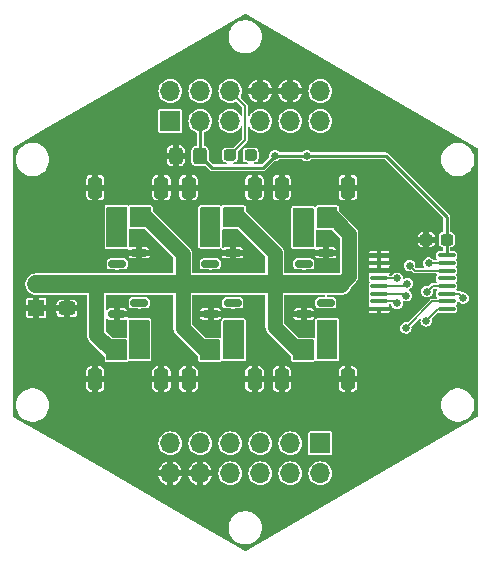
<source format=gbr>
%TF.GenerationSoftware,KiCad,Pcbnew,7.0.5*%
%TF.CreationDate,2023-06-05T00:45:25-04:00*%
%TF.ProjectId,BURNING_R,4255524e-494e-4475-9f52-2e6b69636164,rev?*%
%TF.SameCoordinates,Original*%
%TF.FileFunction,Copper,L1,Top*%
%TF.FilePolarity,Positive*%
%FSLAX46Y46*%
G04 Gerber Fmt 4.6, Leading zero omitted, Abs format (unit mm)*
G04 Created by KiCad (PCBNEW 7.0.5) date 2023-06-05 00:45:25*
%MOMM*%
%LPD*%
G01*
G04 APERTURE LIST*
G04 Aperture macros list*
%AMRoundRect*
0 Rectangle with rounded corners*
0 $1 Rounding radius*
0 $2 $3 $4 $5 $6 $7 $8 $9 X,Y pos of 4 corners*
0 Add a 4 corners polygon primitive as box body*
4,1,4,$2,$3,$4,$5,$6,$7,$8,$9,$2,$3,0*
0 Add four circle primitives for the rounded corners*
1,1,$1+$1,$2,$3*
1,1,$1+$1,$4,$5*
1,1,$1+$1,$6,$7*
1,1,$1+$1,$8,$9*
0 Add four rect primitives between the rounded corners*
20,1,$1+$1,$2,$3,$4,$5,0*
20,1,$1+$1,$4,$5,$6,$7,0*
20,1,$1+$1,$6,$7,$8,$9,0*
20,1,$1+$1,$8,$9,$2,$3,0*%
G04 Aperture macros list end*
%TA.AperFunction,SMDPad,CuDef*%
%ADD10RoundRect,0.150000X-0.587500X-0.150000X0.587500X-0.150000X0.587500X0.150000X-0.587500X0.150000X0*%
%TD*%
%TA.AperFunction,SMDPad,CuDef*%
%ADD11RoundRect,0.150000X0.150000X0.625000X-0.150000X0.625000X-0.150000X-0.625000X0.150000X-0.625000X0*%
%TD*%
%TA.AperFunction,SMDPad,CuDef*%
%ADD12RoundRect,0.250000X0.350000X0.650000X-0.350000X0.650000X-0.350000X-0.650000X0.350000X-0.650000X0*%
%TD*%
%TA.AperFunction,SMDPad,CuDef*%
%ADD13RoundRect,0.237500X0.300000X0.237500X-0.300000X0.237500X-0.300000X-0.237500X0.300000X-0.237500X0*%
%TD*%
%TA.AperFunction,SMDPad,CuDef*%
%ADD14RoundRect,0.150000X0.587500X0.150000X-0.587500X0.150000X-0.587500X-0.150000X0.587500X-0.150000X0*%
%TD*%
%TA.AperFunction,SMDPad,CuDef*%
%ADD15RoundRect,0.237500X0.287500X0.237500X-0.287500X0.237500X-0.287500X-0.237500X0.287500X-0.237500X0*%
%TD*%
%TA.AperFunction,ComponentPad*%
%ADD16R,1.700000X1.700000*%
%TD*%
%TA.AperFunction,ComponentPad*%
%ADD17O,1.700000X1.700000*%
%TD*%
%TA.AperFunction,SMDPad,CuDef*%
%ADD18RoundRect,0.250000X-0.450000X0.325000X-0.450000X-0.325000X0.450000X-0.325000X0.450000X0.325000X0*%
%TD*%
%TA.AperFunction,SMDPad,CuDef*%
%ADD19RoundRect,0.150000X-0.150000X-0.625000X0.150000X-0.625000X0.150000X0.625000X-0.150000X0.625000X0*%
%TD*%
%TA.AperFunction,SMDPad,CuDef*%
%ADD20RoundRect,0.250000X-0.350000X-0.650000X0.350000X-0.650000X0.350000X0.650000X-0.350000X0.650000X0*%
%TD*%
%TA.AperFunction,SMDPad,CuDef*%
%ADD21RoundRect,0.250000X0.325000X0.450000X-0.325000X0.450000X-0.325000X-0.450000X0.325000X-0.450000X0*%
%TD*%
%TA.AperFunction,ComponentPad*%
%ADD22R,1.350000X1.350000*%
%TD*%
%TA.AperFunction,ComponentPad*%
%ADD23O,1.350000X1.350000*%
%TD*%
%TA.AperFunction,SMDPad,CuDef*%
%ADD24RoundRect,0.100000X-0.637500X-0.100000X0.637500X-0.100000X0.637500X0.100000X-0.637500X0.100000X0*%
%TD*%
%TA.AperFunction,ViaPad*%
%ADD25C,0.660400*%
%TD*%
%TA.AperFunction,Conductor*%
%ADD26C,0.254000*%
%TD*%
%TA.AperFunction,Conductor*%
%ADD27C,0.152400*%
%TD*%
%TA.AperFunction,Conductor*%
%ADD28C,1.524000*%
%TD*%
%TA.AperFunction,Conductor*%
%ADD29C,1.270000*%
%TD*%
G04 APERTURE END LIST*
D10*
%TO.P,Q5,1,D*%
%TO.N,/BR_5*%
X147210000Y-96648621D03*
%TO.P,Q5,2,G*%
%TO.N,/BR_5_EN*%
X147210000Y-98548621D03*
%TO.P,Q5,3,S*%
%TO.N,GND*%
X149085000Y-97598621D03*
%TD*%
D11*
%TO.P,J3,1*%
%TO.N,/BR_1*%
X141760000Y-105773621D03*
%TO.P,J3,2*%
X140760000Y-105773621D03*
%TO.P,J3,3*%
%TO.N,/BAT_BR*%
X139760000Y-105773621D03*
%TO.P,J3,4*%
X138760000Y-105773621D03*
D12*
%TO.P,J3,MP*%
%TO.N,GND*%
X143060000Y-108298621D03*
X137460000Y-108298621D03*
%TD*%
D13*
%TO.P,C2,1*%
%TO.N,VCC*%
X167222500Y-96498621D03*
%TO.P,C2,2*%
%TO.N,GND*%
X165497500Y-96498621D03*
%TD*%
D14*
%TO.P,Q3,1,D*%
%TO.N,/BR_3*%
X156997500Y-103748621D03*
%TO.P,Q3,2,G*%
%TO.N,/BR_3_EN*%
X156997500Y-101848621D03*
%TO.P,Q3,3,S*%
%TO.N,GND*%
X155122500Y-102798621D03*
%TD*%
D15*
%TO.P,D1,1,K*%
%TO.N,Net-(D1-K)*%
X150615000Y-89338621D03*
%TO.P,D1,2,A*%
%TO.N,+5V*%
X148865000Y-89338621D03*
%TD*%
D10*
%TO.P,Q4,1,D*%
%TO.N,/BR_4*%
X139310000Y-96648621D03*
%TO.P,Q4,2,G*%
%TO.N,/BR_4_EN*%
X139310000Y-98548621D03*
%TO.P,Q4,3,S*%
%TO.N,GND*%
X141185000Y-97598621D03*
%TD*%
D16*
%TO.P,J1,1,Pin_1*%
%TO.N,/VBAT*%
X143810000Y-86465599D03*
D17*
%TO.P,J1,2,Pin_2*%
%TO.N,/~{EN}*%
X143810000Y-83925599D03*
%TO.P,J1,3,Pin_3*%
%TO.N,VCC*%
X146350000Y-86465599D03*
%TO.P,J1,4,Pin_4*%
%TO.N,/VBAT_OK*%
X146350000Y-83925599D03*
%TO.P,J1,5,Pin_5*%
%TO.N,/~{I2C_RESET}*%
X148890000Y-86465599D03*
%TO.P,J1,6,Pin_6*%
%TO.N,+5V*%
X148890000Y-83925599D03*
%TO.P,J1,7,Pin_7*%
%TO.N,/RXD*%
X151430000Y-86465599D03*
%TO.P,J1,8,Pin_8*%
%TO.N,GND*%
X151430000Y-83925599D03*
%TO.P,J1,9,Pin_9*%
%TO.N,/TXD*%
X153970000Y-86465599D03*
%TO.P,J1,10,Pin_10*%
%TO.N,GND*%
X153970000Y-83925599D03*
%TO.P,J1,11,Pin_11*%
%TO.N,/SDA*%
X156510000Y-86465599D03*
%TO.P,J1,12,Pin_12*%
%TO.N,/SCL*%
X156510000Y-83925599D03*
%TD*%
D11*
%TO.P,J5,1*%
%TO.N,/BR_3*%
X157560000Y-105773621D03*
%TO.P,J5,2*%
X156560000Y-105773621D03*
%TO.P,J5,3*%
%TO.N,/BAT_BR*%
X155560000Y-105773621D03*
%TO.P,J5,4*%
X154560000Y-105773621D03*
D12*
%TO.P,J5,MP*%
%TO.N,GND*%
X158860000Y-108298621D03*
X153260000Y-108298621D03*
%TD*%
D18*
%TO.P,C3,1*%
%TO.N,/BAT_BR*%
X135060000Y-100273621D03*
%TO.P,C3,2*%
%TO.N,GND*%
X135060000Y-102323621D03*
%TD*%
D19*
%TO.P,J8,1*%
%TO.N,/BR_6*%
X154560000Y-94623621D03*
%TO.P,J8,2*%
X155560000Y-94623621D03*
%TO.P,J8,3*%
%TO.N,/BAT_BR*%
X156560000Y-94623621D03*
%TO.P,J8,4*%
X157560000Y-94623621D03*
D20*
%TO.P,J8,MP*%
%TO.N,GND*%
X153260000Y-92098621D03*
X158860000Y-92098621D03*
%TD*%
D21*
%TO.P,C1,1*%
%TO.N,VCC*%
X146335000Y-89398621D03*
%TO.P,C1,2*%
%TO.N,GND*%
X144285000Y-89398621D03*
%TD*%
D19*
%TO.P,J6,1*%
%TO.N,/BR_4*%
X138760000Y-94623621D03*
%TO.P,J6,2*%
X139760000Y-94623621D03*
%TO.P,J6,3*%
%TO.N,/BAT_BR*%
X140760000Y-94623621D03*
%TO.P,J6,4*%
X141760000Y-94623621D03*
D20*
%TO.P,J6,MP*%
%TO.N,GND*%
X137460000Y-92098621D03*
X143060000Y-92098621D03*
%TD*%
D16*
%TO.P,J2,1,Pin_1*%
%TO.N,/P1*%
X156510000Y-113743621D03*
D17*
%TO.P,J2,2,Pin_2*%
%TO.N,unconnected-(J2-Pin_2-Pad2)*%
X156510000Y-116283621D03*
%TO.P,J2,3,Pin_3*%
%TO.N,/P2*%
X153970000Y-113743621D03*
%TO.P,J2,4,Pin_4*%
%TO.N,unconnected-(J2-Pin_4-Pad4)*%
X153970000Y-116283621D03*
%TO.P,J2,5,Pin_5*%
%TO.N,unconnected-(J2-Pin_5-Pad5)*%
X151430000Y-113743621D03*
%TO.P,J2,6,Pin_6*%
%TO.N,unconnected-(J2-Pin_6-Pad6)*%
X151430000Y-116283621D03*
%TO.P,J2,7,Pin_7*%
%TO.N,unconnected-(J2-Pin_7-Pad7)*%
X148890000Y-113743621D03*
%TO.P,J2,8,Pin_8*%
%TO.N,unconnected-(J2-Pin_8-Pad8)*%
X148890000Y-116283621D03*
%TO.P,J2,9,Pin_9*%
%TO.N,unconnected-(J2-Pin_9-Pad9)*%
X146350000Y-113743621D03*
%TO.P,J2,10,Pin_10*%
%TO.N,GND*%
X146350000Y-116283621D03*
%TO.P,J2,11,Pin_11*%
%TO.N,/BAT_BR*%
X143810000Y-113743621D03*
%TO.P,J2,12,Pin_12*%
%TO.N,GND*%
X143810000Y-116283621D03*
%TD*%
D14*
%TO.P,Q1,1,D*%
%TO.N,/BR_1*%
X141197500Y-103748621D03*
%TO.P,Q1,2,G*%
%TO.N,/BR_1_EN*%
X141197500Y-101848621D03*
%TO.P,Q1,3,S*%
%TO.N,GND*%
X139322500Y-102798621D03*
%TD*%
D22*
%TO.P,J9,1,Pin_1*%
%TO.N,GND*%
X132460000Y-102276121D03*
D23*
%TO.P,J9,2,Pin_2*%
%TO.N,/BAT_BR*%
X132460000Y-100276121D03*
%TD*%
D24*
%TO.P,U1,1,A0*%
%TO.N,GND*%
X161497500Y-97823621D03*
%TO.P,U1,2,A1*%
X161497500Y-98473621D03*
%TO.P,U1,3,A2*%
X161497500Y-99123621D03*
%TO.P,U1,4,P0*%
%TO.N,/BR_4_EN*%
X161497500Y-99773621D03*
%TO.P,U1,5,P1*%
%TO.N,/BR_5_EN*%
X161497500Y-100423621D03*
%TO.P,U1,6,P2*%
%TO.N,/BR_6_EN*%
X161497500Y-101073621D03*
%TO.P,U1,7,P3*%
%TO.N,/BR_3_EN*%
X161497500Y-101723621D03*
%TO.P,U1,8,GND*%
%TO.N,GND*%
X161497500Y-102373621D03*
%TO.P,U1,9,P4*%
%TO.N,/BR_2_EN*%
X167222500Y-102373621D03*
%TO.P,U1,10,P5*%
%TO.N,/BR_1_EN*%
X167222500Y-101723621D03*
%TO.P,U1,11,P6*%
%TO.N,/P1*%
X167222500Y-101073621D03*
%TO.P,U1,12,P7*%
%TO.N,/P2*%
X167222500Y-100423621D03*
%TO.P,U1,13,~{INT}*%
%TO.N,unconnected-(U1-~{INT}-Pad13)*%
X167222500Y-99773621D03*
%TO.P,U1,14,SCL*%
%TO.N,/SCL*%
X167222500Y-99123621D03*
%TO.P,U1,15,SDA*%
%TO.N,/SDA*%
X167222500Y-98473621D03*
%TO.P,U1,16,VDD*%
%TO.N,VCC*%
X167222500Y-97823621D03*
%TD*%
D10*
%TO.P,Q6,1,D*%
%TO.N,/BR_6*%
X155110000Y-96648621D03*
%TO.P,Q6,2,G*%
%TO.N,/BR_6_EN*%
X155110000Y-98548621D03*
%TO.P,Q6,3,S*%
%TO.N,GND*%
X156985000Y-97598621D03*
%TD*%
D11*
%TO.P,J4,1*%
%TO.N,/BR_2*%
X149660000Y-105773621D03*
%TO.P,J4,2*%
X148660000Y-105773621D03*
%TO.P,J4,3*%
%TO.N,/BAT_BR*%
X147660000Y-105773621D03*
%TO.P,J4,4*%
X146660000Y-105773621D03*
D12*
%TO.P,J4,MP*%
%TO.N,GND*%
X150960000Y-108298621D03*
X145360000Y-108298621D03*
%TD*%
D19*
%TO.P,J7,1*%
%TO.N,/BR_5*%
X146660000Y-94623621D03*
%TO.P,J7,2*%
X147660000Y-94623621D03*
%TO.P,J7,3*%
%TO.N,/BAT_BR*%
X148660000Y-94623621D03*
%TO.P,J7,4*%
X149660000Y-94623621D03*
D20*
%TO.P,J7,MP*%
%TO.N,GND*%
X145360000Y-92098621D03*
X150960000Y-92098621D03*
%TD*%
D14*
%TO.P,Q2,1,D*%
%TO.N,/BR_2*%
X149097500Y-103748621D03*
%TO.P,Q2,2,G*%
%TO.N,/BR_2_EN*%
X149097500Y-101848621D03*
%TO.P,Q2,3,S*%
%TO.N,GND*%
X147222500Y-102798621D03*
%TD*%
D25*
%TO.N,GND*%
X134160000Y-109198621D03*
X144160000Y-105198621D03*
X140160000Y-85198621D03*
X134160000Y-111198621D03*
X134160000Y-91198621D03*
X152160000Y-118198621D03*
X162160000Y-87198621D03*
X164160000Y-109198621D03*
X150160000Y-82198621D03*
X148160000Y-111198621D03*
X150160000Y-111198621D03*
X140160000Y-89198621D03*
X136160000Y-89198621D03*
X142160000Y-89198621D03*
X138160000Y-85198621D03*
X138160000Y-89198621D03*
X166160000Y-89198621D03*
X151160000Y-98698621D03*
X140160000Y-111198621D03*
X152160000Y-111198621D03*
X136160000Y-113198621D03*
X148160000Y-120198621D03*
X144160000Y-107198621D03*
X140160000Y-91198621D03*
X132160000Y-95198621D03*
X152160000Y-120198621D03*
X138160000Y-87198621D03*
X146160000Y-82198621D03*
X140160000Y-109198621D03*
X134160000Y-107198621D03*
X146160000Y-118198621D03*
X156160000Y-82198621D03*
X162160000Y-105198621D03*
X134160000Y-87198621D03*
X134160000Y-93198621D03*
X152160000Y-107198621D03*
X136160000Y-93198621D03*
X138160000Y-111198621D03*
X154160000Y-82198621D03*
X162160000Y-111198621D03*
X152160000Y-105198621D03*
X132160000Y-97198621D03*
X136160000Y-105198621D03*
X162160000Y-113198621D03*
X134160000Y-105198621D03*
X136160000Y-111198621D03*
X146160000Y-111198621D03*
X136160000Y-87198621D03*
X134160000Y-95198621D03*
X142160000Y-87198621D03*
X154160000Y-118198621D03*
X164160000Y-111198621D03*
X148160000Y-82198621D03*
X134160000Y-113198621D03*
X162160000Y-91198621D03*
X160160000Y-85198621D03*
X136160000Y-109198621D03*
X142160000Y-85198621D03*
X132160000Y-105198621D03*
X156160000Y-109198621D03*
X164160000Y-93198621D03*
X166160000Y-87198621D03*
X160160000Y-87198621D03*
X162160000Y-85198621D03*
X136160000Y-91198621D03*
X160160000Y-107198621D03*
X148160000Y-80198621D03*
X156160000Y-107198621D03*
X144160000Y-82198621D03*
X148160000Y-118198621D03*
X156160000Y-118198621D03*
X138160000Y-115198621D03*
X143160000Y-98698621D03*
X164160000Y-95198621D03*
X155160000Y-91198621D03*
X164160000Y-87198621D03*
X168160000Y-93198621D03*
X162160000Y-115198621D03*
X136160000Y-107198621D03*
X134160000Y-89198621D03*
X168160000Y-107198621D03*
X162160000Y-93198621D03*
X134160000Y-97198621D03*
X132160000Y-93198621D03*
X138160000Y-113198621D03*
X164160000Y-113198621D03*
X160160000Y-115198621D03*
X152160000Y-82198621D03*
X150160000Y-118198621D03*
X140160000Y-113198621D03*
X166160000Y-91198621D03*
X144160000Y-118198621D03*
X164160000Y-89198621D03*
X152160000Y-80198621D03*
X144160000Y-111198621D03*
X140160000Y-87198621D03*
X140160000Y-115198621D03*
X143160000Y-102198621D03*
X160160000Y-91198621D03*
X151160000Y-102198621D03*
X160160000Y-105198621D03*
X148160000Y-109198621D03*
X160160000Y-113198621D03*
X132160000Y-107198621D03*
X136160000Y-95198621D03*
%TO.N,VCC*%
X155360000Y-89398621D03*
X152660000Y-89398621D03*
%TO.N,/SDA*%
X165685000Y-98473621D03*
%TO.N,/SCL*%
X164085000Y-98698621D03*
%TO.N,/BR_1_EN*%
X141220000Y-101848621D03*
X163760000Y-103973621D03*
%TO.N,/BR_2_EN*%
X149110000Y-101858621D03*
X165485000Y-103373621D03*
%TO.N,/BR_3_EN*%
X163010000Y-101898621D03*
X157000000Y-101828621D03*
%TO.N,/BR_4_EN*%
X163035000Y-99773621D03*
X139317500Y-98548621D03*
%TO.N,/BR_5_EN*%
X147207500Y-98548621D03*
X163860000Y-100223621D03*
%TO.N,/BR_6_EN*%
X155117500Y-98548621D03*
X163785000Y-101248621D03*
%TO.N,/P1*%
X168630000Y-101438621D03*
%TO.N,/P2*%
X165550000Y-100898621D03*
%TO.N,Net-(D1-K)*%
X150610000Y-89338621D03*
%TD*%
D26*
%TO.N,VCC*%
X147355000Y-90418621D02*
X151640000Y-90418621D01*
X146350000Y-86465599D02*
X146350000Y-89383621D01*
X152660000Y-89398621D02*
X155360000Y-89398621D01*
X146350000Y-89383621D02*
X146335000Y-89398621D01*
X155360000Y-89398621D02*
X162060000Y-89398621D01*
X167222500Y-97823621D02*
X167222500Y-96498621D01*
X167222500Y-94561121D02*
X162060000Y-89398621D01*
X146335000Y-89398621D02*
X147355000Y-90418621D01*
X151640000Y-90418621D02*
X152660000Y-89398621D01*
X167222500Y-96498621D02*
X167222500Y-94561121D01*
D27*
%TO.N,+5V*%
X150160000Y-85195599D02*
X150160000Y-88043621D01*
X150160000Y-88043621D02*
X148865000Y-89338621D01*
X148890000Y-83925599D02*
X150160000Y-85195599D01*
%TO.N,/SDA*%
X167222500Y-98473621D02*
X165685000Y-98473621D01*
%TO.N,/SCL*%
X164510000Y-99123621D02*
X164085000Y-98698621D01*
X167222500Y-99123621D02*
X164510000Y-99123621D01*
D28*
%TO.N,/BAT_BR*%
X144860000Y-100273621D02*
X152660000Y-100273621D01*
D29*
X144860000Y-103973621D02*
X146660000Y-105773621D01*
X152660000Y-100273621D02*
X152660000Y-103873621D01*
X144860000Y-97723621D02*
X141760000Y-94623621D01*
X144860000Y-100273621D02*
X144860000Y-103973621D01*
X137560000Y-100273621D02*
X137560000Y-104573621D01*
D28*
X137560000Y-100273621D02*
X144860000Y-100273621D01*
D29*
X158960000Y-96023621D02*
X157560000Y-94623621D01*
D28*
X152660000Y-100273621D02*
X158235000Y-100273621D01*
D29*
X152660000Y-103873621D02*
X154560000Y-105773621D01*
X135057500Y-100276121D02*
X135060000Y-100273621D01*
X137560000Y-104573621D02*
X138760000Y-105773621D01*
X158235000Y-100273621D02*
X158960000Y-99548621D01*
D28*
X132460000Y-100276121D02*
X135057500Y-100276121D01*
D29*
X144860000Y-100273621D02*
X144860000Y-97723621D01*
X158960000Y-99548621D02*
X158960000Y-96023621D01*
X152660000Y-100273621D02*
X152660000Y-97623621D01*
X152660000Y-97623621D02*
X149660000Y-94623621D01*
D28*
X135060000Y-100273621D02*
X137560000Y-100273621D01*
D27*
%TO.N,/BR_1_EN*%
X167222500Y-101723621D02*
X166010000Y-101723621D01*
X166010000Y-101723621D02*
X163760000Y-103973621D01*
%TO.N,/BR_2_EN*%
X167222500Y-102373621D02*
X166485000Y-102373621D01*
X166485000Y-102373621D02*
X165485000Y-103373621D01*
%TO.N,/BR_3_EN*%
X161497500Y-101723621D02*
X162835000Y-101723621D01*
X162835000Y-101723621D02*
X163010000Y-101898621D01*
%TO.N,/BR_4_EN*%
X161497500Y-99773621D02*
X163035000Y-99773621D01*
%TO.N,/BR_5_EN*%
X163660000Y-100423621D02*
X163860000Y-100223621D01*
X161497500Y-100423621D02*
X163660000Y-100423621D01*
%TO.N,/BR_6_EN*%
X161497500Y-101073621D02*
X163610000Y-101073621D01*
X163610000Y-101073621D02*
X163785000Y-101248621D01*
%TO.N,/P1*%
X167222500Y-101073621D02*
X168265000Y-101073621D01*
X168265000Y-101073621D02*
X168630000Y-101438621D01*
%TO.N,/P2*%
X166025000Y-100423621D02*
X165550000Y-100898621D01*
X167222500Y-100423621D02*
X166025000Y-100423621D01*
%TD*%
%TA.AperFunction,Conductor*%
%TO.N,/BR_5*%
G36*
X148028601Y-93769186D02*
G01*
X148058665Y-93821257D01*
X148060000Y-93836521D01*
X148060000Y-97010721D01*
X148039435Y-97067222D01*
X147987364Y-97097286D01*
X147972100Y-97098621D01*
X146397900Y-97098621D01*
X146341399Y-97078056D01*
X146311335Y-97025985D01*
X146310000Y-97010721D01*
X146310000Y-93836521D01*
X146330565Y-93780020D01*
X146382636Y-93749956D01*
X146397900Y-93748621D01*
X147972100Y-93748621D01*
X148028601Y-93769186D01*
G37*
%TD.AperFunction*%
%TD*%
%TA.AperFunction,Conductor*%
%TO.N,/BR_6*%
G36*
X155928601Y-93819186D02*
G01*
X155958665Y-93871257D01*
X155960000Y-93886521D01*
X155960000Y-97060721D01*
X155939435Y-97117222D01*
X155887364Y-97147286D01*
X155872100Y-97148621D01*
X154297900Y-97148621D01*
X154241399Y-97128056D01*
X154211335Y-97075985D01*
X154210000Y-97060721D01*
X154210000Y-93886521D01*
X154230565Y-93830020D01*
X154282636Y-93799956D01*
X154297900Y-93798621D01*
X155872100Y-93798621D01*
X155928601Y-93819186D01*
G37*
%TD.AperFunction*%
%TD*%
%TA.AperFunction,Conductor*%
%TO.N,/BAT_BR*%
G36*
X157928601Y-93769186D02*
G01*
X157958665Y-93821257D01*
X157960000Y-93836521D01*
X157960000Y-95410721D01*
X157939435Y-95467222D01*
X157887364Y-95497286D01*
X157872100Y-95498621D01*
X156297900Y-95498621D01*
X156241399Y-95478056D01*
X156211335Y-95425985D01*
X156210000Y-95410721D01*
X156210000Y-93836521D01*
X156230565Y-93780020D01*
X156282636Y-93749956D01*
X156297900Y-93748621D01*
X157872100Y-93748621D01*
X157928601Y-93769186D01*
G37*
%TD.AperFunction*%
%TD*%
%TA.AperFunction,Conductor*%
%TO.N,GND*%
G36*
X150203946Y-77388502D02*
G01*
X169810750Y-88708494D01*
X169849399Y-88754554D01*
X169854700Y-88784618D01*
X169854700Y-111424599D01*
X169834135Y-111481100D01*
X169810750Y-111500723D01*
X150203949Y-122820715D01*
X150144735Y-122831156D01*
X150116049Y-122820715D01*
X149138254Y-122256185D01*
X146770601Y-120889220D01*
X148749884Y-120889220D01*
X148769115Y-121121316D01*
X148769116Y-121121322D01*
X148826286Y-121347080D01*
X148826289Y-121347088D01*
X148897987Y-121510541D01*
X148919840Y-121560361D01*
X148919844Y-121560367D01*
X149047215Y-121755325D01*
X149047216Y-121755327D01*
X149047220Y-121755331D01*
X149204954Y-121926676D01*
X149388740Y-122069722D01*
X149593563Y-122180567D01*
X149813837Y-122256187D01*
X149813839Y-122256187D01*
X149813841Y-122256188D01*
X150043550Y-122294520D01*
X150043554Y-122294520D01*
X150276450Y-122294520D01*
X150506158Y-122256188D01*
X150506158Y-122256187D01*
X150506163Y-122256187D01*
X150726437Y-122180567D01*
X150931260Y-122069722D01*
X151115046Y-121926676D01*
X151272780Y-121755331D01*
X151400160Y-121560361D01*
X151493712Y-121347084D01*
X151550884Y-121121317D01*
X151570116Y-120889220D01*
X151550884Y-120657123D01*
X151550883Y-120657117D01*
X151493713Y-120431359D01*
X151493710Y-120431351D01*
X151400164Y-120218089D01*
X151400160Y-120218079D01*
X151319435Y-120094520D01*
X151272784Y-120023114D01*
X151272783Y-120023112D01*
X151115050Y-119851768D01*
X151115048Y-119851767D01*
X151115046Y-119851764D01*
X150931260Y-119708718D01*
X150726437Y-119597873D01*
X150726433Y-119597871D01*
X150726430Y-119597870D01*
X150506167Y-119522254D01*
X150506158Y-119522251D01*
X150276450Y-119483920D01*
X150276446Y-119483920D01*
X150043554Y-119483920D01*
X150043550Y-119483920D01*
X149813841Y-119522251D01*
X149813832Y-119522254D01*
X149593569Y-119597870D01*
X149388740Y-119708718D01*
X149204949Y-119851768D01*
X149047216Y-120023112D01*
X149047215Y-120023114D01*
X148919844Y-120218072D01*
X148919835Y-120218089D01*
X148826289Y-120431351D01*
X148826286Y-120431359D01*
X148769116Y-120657117D01*
X148769115Y-120657123D01*
X148749884Y-120889220D01*
X146770601Y-120889220D01*
X138353527Y-116029620D01*
X142813001Y-116029620D01*
X142813002Y-116029621D01*
X143378884Y-116029621D01*
X143350507Y-116073777D01*
X143310000Y-116211732D01*
X143310000Y-116355510D01*
X143350507Y-116493465D01*
X143378884Y-116537621D01*
X142813002Y-116537621D01*
X142855840Y-116678841D01*
X142855840Y-116678843D01*
X142951281Y-116857399D01*
X143079717Y-117013899D01*
X143079721Y-117013903D01*
X143236221Y-117142339D01*
X143414778Y-117237780D01*
X143555999Y-117280619D01*
X143556000Y-117280619D01*
X143556000Y-116717295D01*
X143667685Y-116768301D01*
X143774237Y-116783621D01*
X143845763Y-116783621D01*
X143952315Y-116768301D01*
X144064000Y-116717295D01*
X144064000Y-117280619D01*
X144205220Y-117237780D01*
X144205222Y-117237780D01*
X144383778Y-117142339D01*
X144540278Y-117013903D01*
X144540282Y-117013899D01*
X144668718Y-116857399D01*
X144764159Y-116678843D01*
X144764159Y-116678841D01*
X144806998Y-116537621D01*
X144241116Y-116537621D01*
X144269493Y-116493465D01*
X144310000Y-116355510D01*
X144310000Y-116211732D01*
X144269493Y-116073777D01*
X144241116Y-116029621D01*
X144806998Y-116029621D01*
X144806998Y-116029620D01*
X145353001Y-116029620D01*
X145353002Y-116029621D01*
X145918884Y-116029621D01*
X145890507Y-116073777D01*
X145850000Y-116211732D01*
X145850000Y-116355510D01*
X145890507Y-116493465D01*
X145918884Y-116537621D01*
X145353002Y-116537621D01*
X145395840Y-116678841D01*
X145395840Y-116678843D01*
X145491281Y-116857399D01*
X145619717Y-117013899D01*
X145619721Y-117013903D01*
X145776221Y-117142339D01*
X145954778Y-117237780D01*
X146095999Y-117280619D01*
X146096000Y-117280618D01*
X146096000Y-116717295D01*
X146207685Y-116768301D01*
X146314237Y-116783621D01*
X146385763Y-116783621D01*
X146492315Y-116768301D01*
X146604000Y-116717295D01*
X146604000Y-117280619D01*
X146745220Y-117237780D01*
X146745222Y-117237780D01*
X146923778Y-117142339D01*
X147080278Y-117013903D01*
X147080282Y-117013899D01*
X147208718Y-116857399D01*
X147304159Y-116678843D01*
X147304159Y-116678841D01*
X147346998Y-116537621D01*
X146781116Y-116537621D01*
X146809493Y-116493465D01*
X146850000Y-116355510D01*
X146850000Y-116283621D01*
X147882247Y-116283621D01*
X147901612Y-116480230D01*
X147958957Y-116669269D01*
X147958958Y-116669271D01*
X148052084Y-116843499D01*
X148177411Y-116996210D01*
X148330122Y-117121537D01*
X148504350Y-117214663D01*
X148693397Y-117272010D01*
X148890000Y-117291374D01*
X149086603Y-117272010D01*
X149275650Y-117214663D01*
X149449878Y-117121537D01*
X149602589Y-116996210D01*
X149727916Y-116843499D01*
X149821042Y-116669271D01*
X149878389Y-116480224D01*
X149897753Y-116283621D01*
X150422247Y-116283621D01*
X150441612Y-116480230D01*
X150498957Y-116669269D01*
X150498958Y-116669271D01*
X150592084Y-116843499D01*
X150717411Y-116996210D01*
X150870122Y-117121537D01*
X151044350Y-117214663D01*
X151233397Y-117272010D01*
X151430000Y-117291374D01*
X151626603Y-117272010D01*
X151815650Y-117214663D01*
X151989878Y-117121537D01*
X152142589Y-116996210D01*
X152267916Y-116843499D01*
X152361042Y-116669271D01*
X152418389Y-116480224D01*
X152437753Y-116283621D01*
X152962247Y-116283621D01*
X152981612Y-116480230D01*
X153038957Y-116669269D01*
X153038958Y-116669271D01*
X153132084Y-116843499D01*
X153257411Y-116996210D01*
X153410122Y-117121537D01*
X153584350Y-117214663D01*
X153773397Y-117272010D01*
X153970000Y-117291374D01*
X154166603Y-117272010D01*
X154355650Y-117214663D01*
X154529878Y-117121537D01*
X154682589Y-116996210D01*
X154807916Y-116843499D01*
X154901042Y-116669271D01*
X154958389Y-116480224D01*
X154977753Y-116283621D01*
X155502247Y-116283621D01*
X155521612Y-116480230D01*
X155578957Y-116669269D01*
X155578958Y-116669271D01*
X155672084Y-116843499D01*
X155797411Y-116996210D01*
X155950122Y-117121537D01*
X156124350Y-117214663D01*
X156313397Y-117272010D01*
X156510000Y-117291374D01*
X156706603Y-117272010D01*
X156895650Y-117214663D01*
X157069878Y-117121537D01*
X157222589Y-116996210D01*
X157347916Y-116843499D01*
X157441042Y-116669271D01*
X157498389Y-116480224D01*
X157517753Y-116283621D01*
X157498389Y-116087018D01*
X157441042Y-115897971D01*
X157347916Y-115723743D01*
X157222589Y-115571032D01*
X157069878Y-115445705D01*
X156895650Y-115352579D01*
X156895649Y-115352578D01*
X156895648Y-115352578D01*
X156706609Y-115295233D01*
X156706604Y-115295232D01*
X156706603Y-115295232D01*
X156510000Y-115275868D01*
X156509999Y-115275868D01*
X156462657Y-115280530D01*
X156313397Y-115295232D01*
X156313395Y-115295232D01*
X156313390Y-115295233D01*
X156124351Y-115352578D01*
X155950121Y-115445705D01*
X155797413Y-115571030D01*
X155797409Y-115571034D01*
X155672084Y-115723742D01*
X155578957Y-115897972D01*
X155521612Y-116087011D01*
X155502247Y-116283621D01*
X154977753Y-116283621D01*
X154958389Y-116087018D01*
X154901042Y-115897971D01*
X154807916Y-115723743D01*
X154682589Y-115571032D01*
X154529878Y-115445705D01*
X154355650Y-115352579D01*
X154355649Y-115352578D01*
X154355648Y-115352578D01*
X154166609Y-115295233D01*
X154166604Y-115295232D01*
X154166603Y-115295232D01*
X153970000Y-115275868D01*
X153773397Y-115295232D01*
X153773395Y-115295232D01*
X153773390Y-115295233D01*
X153584351Y-115352578D01*
X153410121Y-115445705D01*
X153257413Y-115571030D01*
X153257409Y-115571034D01*
X153132084Y-115723742D01*
X153038957Y-115897972D01*
X152981612Y-116087011D01*
X152962247Y-116283621D01*
X152437753Y-116283621D01*
X152418389Y-116087018D01*
X152361042Y-115897971D01*
X152267916Y-115723743D01*
X152142589Y-115571032D01*
X151989878Y-115445705D01*
X151815650Y-115352579D01*
X151815649Y-115352578D01*
X151815648Y-115352578D01*
X151626609Y-115295233D01*
X151626604Y-115295232D01*
X151626603Y-115295232D01*
X151430000Y-115275868D01*
X151429999Y-115275868D01*
X151382657Y-115280530D01*
X151233397Y-115295232D01*
X151233395Y-115295232D01*
X151233390Y-115295233D01*
X151044351Y-115352578D01*
X150870121Y-115445705D01*
X150717413Y-115571030D01*
X150717409Y-115571034D01*
X150592084Y-115723742D01*
X150498957Y-115897972D01*
X150441612Y-116087011D01*
X150422247Y-116283621D01*
X149897753Y-116283621D01*
X149878389Y-116087018D01*
X149821042Y-115897971D01*
X149727916Y-115723743D01*
X149602589Y-115571032D01*
X149449878Y-115445705D01*
X149275650Y-115352579D01*
X149275649Y-115352578D01*
X149275648Y-115352578D01*
X149086609Y-115295233D01*
X149086604Y-115295232D01*
X149086603Y-115295232D01*
X148890000Y-115275868D01*
X148889999Y-115275868D01*
X148842657Y-115280530D01*
X148693397Y-115295232D01*
X148693395Y-115295232D01*
X148693390Y-115295233D01*
X148504351Y-115352578D01*
X148330121Y-115445705D01*
X148177413Y-115571030D01*
X148177409Y-115571034D01*
X148052084Y-115723742D01*
X147958957Y-115897972D01*
X147901612Y-116087011D01*
X147882247Y-116283621D01*
X146850000Y-116283621D01*
X146850000Y-116211732D01*
X146809493Y-116073777D01*
X146781116Y-116029621D01*
X147346998Y-116029621D01*
X147346998Y-116029620D01*
X147304159Y-115888400D01*
X147304159Y-115888398D01*
X147208718Y-115709842D01*
X147080282Y-115553342D01*
X147080278Y-115553338D01*
X146923778Y-115424902D01*
X146745225Y-115329463D01*
X146604000Y-115286622D01*
X146604000Y-115849946D01*
X146492315Y-115798941D01*
X146385763Y-115783621D01*
X146314237Y-115783621D01*
X146207685Y-115798941D01*
X146096000Y-115849946D01*
X146096000Y-115286622D01*
X145954774Y-115329463D01*
X145776221Y-115424902D01*
X145619721Y-115553338D01*
X145619717Y-115553342D01*
X145491281Y-115709842D01*
X145395840Y-115888398D01*
X145395840Y-115888400D01*
X145353001Y-116029620D01*
X144806998Y-116029620D01*
X144764159Y-115888400D01*
X144764159Y-115888398D01*
X144668718Y-115709842D01*
X144540282Y-115553342D01*
X144540278Y-115553338D01*
X144383778Y-115424902D01*
X144205225Y-115329463D01*
X144064000Y-115286622D01*
X144064000Y-115849946D01*
X143952315Y-115798941D01*
X143845763Y-115783621D01*
X143774237Y-115783621D01*
X143667685Y-115798941D01*
X143556000Y-115849946D01*
X143556000Y-115286622D01*
X143414774Y-115329463D01*
X143236221Y-115424902D01*
X143079721Y-115553338D01*
X143079717Y-115553342D01*
X142951281Y-115709842D01*
X142855840Y-115888398D01*
X142855840Y-115888400D01*
X142813001Y-116029620D01*
X138353527Y-116029620D01*
X134394061Y-113743621D01*
X142802247Y-113743621D01*
X142821612Y-113940230D01*
X142878957Y-114129269D01*
X142878958Y-114129271D01*
X142972084Y-114303499D01*
X143097411Y-114456210D01*
X143250122Y-114581537D01*
X143424350Y-114674663D01*
X143613397Y-114732010D01*
X143810000Y-114751374D01*
X144006603Y-114732010D01*
X144195650Y-114674663D01*
X144369878Y-114581537D01*
X144522589Y-114456210D01*
X144647916Y-114303499D01*
X144741042Y-114129271D01*
X144798389Y-113940224D01*
X144817753Y-113743621D01*
X145342247Y-113743621D01*
X145361612Y-113940230D01*
X145418957Y-114129269D01*
X145418958Y-114129271D01*
X145512084Y-114303499D01*
X145637411Y-114456210D01*
X145790122Y-114581537D01*
X145964350Y-114674663D01*
X146153397Y-114732010D01*
X146350000Y-114751374D01*
X146546603Y-114732010D01*
X146735650Y-114674663D01*
X146909878Y-114581537D01*
X147062589Y-114456210D01*
X147187916Y-114303499D01*
X147281042Y-114129271D01*
X147338389Y-113940224D01*
X147357753Y-113743621D01*
X147357753Y-113743620D01*
X147882247Y-113743620D01*
X147901612Y-113940230D01*
X147958957Y-114129269D01*
X147958958Y-114129271D01*
X148052084Y-114303499D01*
X148177411Y-114456210D01*
X148330122Y-114581537D01*
X148504350Y-114674663D01*
X148693397Y-114732010D01*
X148890000Y-114751374D01*
X149086603Y-114732010D01*
X149275650Y-114674663D01*
X149449878Y-114581537D01*
X149602589Y-114456210D01*
X149727916Y-114303499D01*
X149821042Y-114129271D01*
X149878389Y-113940224D01*
X149897753Y-113743621D01*
X149897753Y-113743620D01*
X150422247Y-113743620D01*
X150441612Y-113940230D01*
X150498957Y-114129269D01*
X150498958Y-114129271D01*
X150592084Y-114303499D01*
X150717411Y-114456210D01*
X150870122Y-114581537D01*
X151044350Y-114674663D01*
X151233397Y-114732010D01*
X151430000Y-114751374D01*
X151626603Y-114732010D01*
X151815650Y-114674663D01*
X151989878Y-114581537D01*
X152142589Y-114456210D01*
X152267916Y-114303499D01*
X152361042Y-114129271D01*
X152418389Y-113940224D01*
X152437753Y-113743621D01*
X152437753Y-113743620D01*
X152962247Y-113743620D01*
X152981612Y-113940230D01*
X153038957Y-114129269D01*
X153038958Y-114129271D01*
X153132084Y-114303499D01*
X153257411Y-114456210D01*
X153410122Y-114581537D01*
X153584350Y-114674663D01*
X153773397Y-114732010D01*
X153970000Y-114751374D01*
X154166603Y-114732010D01*
X154355650Y-114674663D01*
X154479098Y-114608679D01*
X155507100Y-114608679D01*
X155515972Y-114653279D01*
X155549766Y-114703855D01*
X155566701Y-114715171D01*
X155600341Y-114737649D01*
X155607741Y-114739120D01*
X155644943Y-114746521D01*
X157375056Y-114746520D01*
X157375058Y-114746520D01*
X157387750Y-114743995D01*
X157419658Y-114737649D01*
X157470234Y-114703855D01*
X157504028Y-114653279D01*
X157512900Y-114608678D01*
X157512899Y-112878565D01*
X157512899Y-112878564D01*
X157512899Y-112878562D01*
X157509111Y-112859523D01*
X157504028Y-112833963D01*
X157470234Y-112783387D01*
X157470002Y-112783232D01*
X157419658Y-112749592D01*
X157382456Y-112742192D01*
X157375057Y-112740721D01*
X157375056Y-112740721D01*
X155644941Y-112740721D01*
X155600341Y-112749593D01*
X155549767Y-112783386D01*
X155549764Y-112783389D01*
X155515971Y-112833962D01*
X155507100Y-112878564D01*
X155507100Y-114608679D01*
X154479098Y-114608679D01*
X154529878Y-114581537D01*
X154682589Y-114456210D01*
X154807916Y-114303499D01*
X154901042Y-114129271D01*
X154958389Y-113940224D01*
X154977753Y-113743621D01*
X154958389Y-113547018D01*
X154901042Y-113357971D01*
X154807916Y-113183743D01*
X154682589Y-113031032D01*
X154529878Y-112905705D01*
X154355650Y-112812579D01*
X154355649Y-112812578D01*
X154355648Y-112812578D01*
X154166609Y-112755233D01*
X154166604Y-112755232D01*
X154166603Y-112755232D01*
X153970000Y-112735868D01*
X153773397Y-112755232D01*
X153773395Y-112755232D01*
X153773390Y-112755233D01*
X153584351Y-112812578D01*
X153410121Y-112905705D01*
X153257413Y-113031030D01*
X153257409Y-113031034D01*
X153132084Y-113183742D01*
X153038957Y-113357972D01*
X152981612Y-113547011D01*
X152962247Y-113743620D01*
X152437753Y-113743620D01*
X152418389Y-113547018D01*
X152361042Y-113357971D01*
X152267916Y-113183743D01*
X152142589Y-113031032D01*
X151989878Y-112905705D01*
X151815650Y-112812579D01*
X151815649Y-112812578D01*
X151815648Y-112812578D01*
X151626609Y-112755233D01*
X151626604Y-112755232D01*
X151626603Y-112755232D01*
X151430000Y-112735868D01*
X151429999Y-112735868D01*
X151382657Y-112740530D01*
X151233397Y-112755232D01*
X151233395Y-112755232D01*
X151233390Y-112755233D01*
X151044351Y-112812578D01*
X150870121Y-112905705D01*
X150717413Y-113031030D01*
X150717409Y-113031034D01*
X150592084Y-113183742D01*
X150498957Y-113357972D01*
X150441612Y-113547011D01*
X150422247Y-113743620D01*
X149897753Y-113743620D01*
X149878389Y-113547018D01*
X149821042Y-113357971D01*
X149727916Y-113183743D01*
X149602589Y-113031032D01*
X149449878Y-112905705D01*
X149275650Y-112812579D01*
X149275649Y-112812578D01*
X149275648Y-112812578D01*
X149086609Y-112755233D01*
X149086604Y-112755232D01*
X149086603Y-112755232D01*
X148890000Y-112735868D01*
X148693397Y-112755232D01*
X148693395Y-112755232D01*
X148693390Y-112755233D01*
X148504351Y-112812578D01*
X148330121Y-112905705D01*
X148177413Y-113031030D01*
X148177409Y-113031034D01*
X148052084Y-113183742D01*
X147958957Y-113357972D01*
X147901612Y-113547011D01*
X147882247Y-113743620D01*
X147357753Y-113743620D01*
X147338389Y-113547018D01*
X147281042Y-113357971D01*
X147187916Y-113183743D01*
X147062589Y-113031032D01*
X146909878Y-112905705D01*
X146735650Y-112812579D01*
X146735649Y-112812578D01*
X146735648Y-112812578D01*
X146546609Y-112755233D01*
X146546604Y-112755232D01*
X146546603Y-112755232D01*
X146350000Y-112735868D01*
X146153397Y-112755232D01*
X146153395Y-112755232D01*
X146153390Y-112755233D01*
X145964351Y-112812578D01*
X145790121Y-112905705D01*
X145637413Y-113031030D01*
X145637409Y-113031034D01*
X145512084Y-113183742D01*
X145418957Y-113357972D01*
X145361612Y-113547011D01*
X145342247Y-113743621D01*
X144817753Y-113743621D01*
X144798389Y-113547018D01*
X144741042Y-113357971D01*
X144647916Y-113183743D01*
X144522589Y-113031032D01*
X144369878Y-112905705D01*
X144195650Y-112812579D01*
X144195649Y-112812578D01*
X144195648Y-112812578D01*
X144006609Y-112755233D01*
X144006604Y-112755232D01*
X144006603Y-112755232D01*
X143810000Y-112735868D01*
X143613397Y-112755232D01*
X143613395Y-112755232D01*
X143613390Y-112755233D01*
X143424351Y-112812578D01*
X143250121Y-112905705D01*
X143097413Y-113031030D01*
X143097409Y-113031034D01*
X142972084Y-113183742D01*
X142878957Y-113357972D01*
X142821612Y-113547011D01*
X142802247Y-113743621D01*
X134394061Y-113743621D01*
X130509248Y-111500723D01*
X130470600Y-111454664D01*
X130465300Y-111424605D01*
X130465300Y-110496915D01*
X130749884Y-110496915D01*
X130769115Y-110729011D01*
X130769116Y-110729017D01*
X130826286Y-110954775D01*
X130826289Y-110954783D01*
X130897987Y-111118236D01*
X130919840Y-111168056D01*
X130919844Y-111168062D01*
X131047215Y-111363020D01*
X131047216Y-111363022D01*
X131173979Y-111500724D01*
X131204954Y-111534371D01*
X131388740Y-111677417D01*
X131593563Y-111788262D01*
X131813837Y-111863882D01*
X131813839Y-111863882D01*
X131813841Y-111863883D01*
X132043550Y-111902215D01*
X132043554Y-111902215D01*
X132276450Y-111902215D01*
X132506158Y-111863883D01*
X132506158Y-111863882D01*
X132506163Y-111863882D01*
X132726437Y-111788262D01*
X132931260Y-111677417D01*
X133115046Y-111534371D01*
X133272780Y-111363026D01*
X133400160Y-111168056D01*
X133493712Y-110954779D01*
X133550884Y-110729012D01*
X133570116Y-110496915D01*
X133570116Y-110496914D01*
X166749884Y-110496914D01*
X166769115Y-110729011D01*
X166769116Y-110729017D01*
X166826286Y-110954775D01*
X166826289Y-110954783D01*
X166897987Y-111118236D01*
X166919840Y-111168056D01*
X166919844Y-111168062D01*
X167047215Y-111363020D01*
X167047216Y-111363022D01*
X167173979Y-111500724D01*
X167204954Y-111534371D01*
X167388740Y-111677417D01*
X167593563Y-111788262D01*
X167813837Y-111863882D01*
X167813839Y-111863882D01*
X167813841Y-111863883D01*
X168043550Y-111902215D01*
X168043554Y-111902215D01*
X168276450Y-111902215D01*
X168506158Y-111863883D01*
X168506158Y-111863882D01*
X168506163Y-111863882D01*
X168726437Y-111788262D01*
X168931260Y-111677417D01*
X169115046Y-111534371D01*
X169272780Y-111363026D01*
X169400160Y-111168056D01*
X169493712Y-110954779D01*
X169550884Y-110729012D01*
X169570116Y-110496915D01*
X169550884Y-110264818D01*
X169550883Y-110264812D01*
X169493713Y-110039054D01*
X169493710Y-110039046D01*
X169400164Y-109825784D01*
X169400160Y-109825774D01*
X169319435Y-109702215D01*
X169272784Y-109630809D01*
X169272783Y-109630807D01*
X169115050Y-109459463D01*
X169115048Y-109459462D01*
X169115046Y-109459459D01*
X168931260Y-109316413D01*
X168726437Y-109205568D01*
X168726433Y-109205566D01*
X168726430Y-109205565D01*
X168506167Y-109129949D01*
X168506158Y-109129946D01*
X168276450Y-109091615D01*
X168276446Y-109091615D01*
X168043554Y-109091615D01*
X168043550Y-109091615D01*
X167813841Y-109129946D01*
X167813832Y-109129949D01*
X167593569Y-109205565D01*
X167388740Y-109316413D01*
X167204949Y-109459463D01*
X167047216Y-109630807D01*
X167047215Y-109630809D01*
X166919844Y-109825767D01*
X166919835Y-109825784D01*
X166826289Y-110039046D01*
X166826286Y-110039054D01*
X166769116Y-110264812D01*
X166769115Y-110264818D01*
X166749884Y-110496914D01*
X133570116Y-110496914D01*
X133550884Y-110264818D01*
X133550883Y-110264812D01*
X133493713Y-110039054D01*
X133493710Y-110039046D01*
X133400164Y-109825784D01*
X133400160Y-109825774D01*
X133319435Y-109702215D01*
X133272784Y-109630809D01*
X133272783Y-109630807D01*
X133115050Y-109459463D01*
X133115048Y-109459462D01*
X133115046Y-109459459D01*
X132931260Y-109316413D01*
X132726437Y-109205568D01*
X132726433Y-109205566D01*
X132726430Y-109205565D01*
X132506167Y-109129949D01*
X132506158Y-109129946D01*
X132276450Y-109091615D01*
X132276446Y-109091615D01*
X132043554Y-109091615D01*
X132043550Y-109091615D01*
X131813841Y-109129946D01*
X131813832Y-109129949D01*
X131593569Y-109205565D01*
X131388740Y-109316413D01*
X131204949Y-109459463D01*
X131047216Y-109630807D01*
X131047215Y-109630809D01*
X130919844Y-109825767D01*
X130919835Y-109825784D01*
X130826289Y-110039046D01*
X130826286Y-110039054D01*
X130769116Y-110264812D01*
X130769115Y-110264818D01*
X130749884Y-110496915D01*
X130465300Y-110496915D01*
X130465300Y-108552621D01*
X136682200Y-108552621D01*
X136682200Y-109000154D01*
X136684909Y-109029050D01*
X136684910Y-109029055D01*
X136727501Y-109150774D01*
X136727502Y-109150775D01*
X136804080Y-109254535D01*
X136804085Y-109254540D01*
X136907845Y-109331118D01*
X136907846Y-109331119D01*
X137029565Y-109373710D01*
X137029570Y-109373711D01*
X137058466Y-109376420D01*
X137058470Y-109376421D01*
X137205999Y-109376421D01*
X137206000Y-109376419D01*
X137714000Y-109376419D01*
X137714001Y-109376421D01*
X137861530Y-109376421D01*
X137861533Y-109376420D01*
X137890429Y-109373711D01*
X137890434Y-109373710D01*
X138012153Y-109331119D01*
X138012154Y-109331118D01*
X138115914Y-109254540D01*
X138115919Y-109254535D01*
X138192497Y-109150775D01*
X138192498Y-109150774D01*
X138235089Y-109029055D01*
X138235090Y-109029050D01*
X138237799Y-109000154D01*
X142282200Y-109000154D01*
X142284909Y-109029050D01*
X142284910Y-109029055D01*
X142327501Y-109150774D01*
X142327502Y-109150775D01*
X142404080Y-109254535D01*
X142404085Y-109254540D01*
X142507845Y-109331118D01*
X142507846Y-109331119D01*
X142629565Y-109373710D01*
X142629570Y-109373711D01*
X142658466Y-109376420D01*
X142658470Y-109376421D01*
X142805999Y-109376421D01*
X142806000Y-109376420D01*
X143314000Y-109376420D01*
X143314001Y-109376421D01*
X143461530Y-109376421D01*
X143461533Y-109376420D01*
X143490429Y-109373711D01*
X143490434Y-109373710D01*
X143612153Y-109331119D01*
X143612154Y-109331118D01*
X143715914Y-109254540D01*
X143715919Y-109254535D01*
X143792497Y-109150775D01*
X143792498Y-109150774D01*
X143835089Y-109029055D01*
X143835090Y-109029050D01*
X143837799Y-109000154D01*
X144582200Y-109000154D01*
X144584909Y-109029050D01*
X144584910Y-109029055D01*
X144627501Y-109150774D01*
X144627502Y-109150775D01*
X144704080Y-109254535D01*
X144704085Y-109254540D01*
X144807845Y-109331118D01*
X144807846Y-109331119D01*
X144929565Y-109373710D01*
X144929570Y-109373711D01*
X144958466Y-109376420D01*
X144958470Y-109376421D01*
X145105999Y-109376421D01*
X145106000Y-109376420D01*
X145614000Y-109376420D01*
X145614001Y-109376421D01*
X145761530Y-109376421D01*
X145761533Y-109376420D01*
X145790429Y-109373711D01*
X145790434Y-109373710D01*
X145912153Y-109331119D01*
X145912154Y-109331118D01*
X146015914Y-109254540D01*
X146015919Y-109254535D01*
X146092497Y-109150775D01*
X146092498Y-109150774D01*
X146135089Y-109029055D01*
X146135090Y-109029050D01*
X146137799Y-109000154D01*
X146137800Y-109000151D01*
X146137800Y-108552622D01*
X146137799Y-108552621D01*
X150182200Y-108552621D01*
X150182200Y-109000154D01*
X150184909Y-109029050D01*
X150184910Y-109029055D01*
X150227501Y-109150774D01*
X150227502Y-109150775D01*
X150304080Y-109254535D01*
X150304085Y-109254540D01*
X150407845Y-109331118D01*
X150407846Y-109331119D01*
X150529565Y-109373710D01*
X150529570Y-109373711D01*
X150558466Y-109376420D01*
X150558470Y-109376421D01*
X150705999Y-109376421D01*
X150706000Y-109376420D01*
X150706000Y-109376419D01*
X151214000Y-109376419D01*
X151214001Y-109376421D01*
X151361530Y-109376421D01*
X151361533Y-109376420D01*
X151390429Y-109373711D01*
X151390434Y-109373710D01*
X151512153Y-109331119D01*
X151512154Y-109331118D01*
X151615914Y-109254540D01*
X151615919Y-109254535D01*
X151692497Y-109150775D01*
X151692498Y-109150774D01*
X151735089Y-109029055D01*
X151735090Y-109029050D01*
X151737799Y-109000154D01*
X152482200Y-109000154D01*
X152484909Y-109029050D01*
X152484910Y-109029055D01*
X152527501Y-109150774D01*
X152527502Y-109150775D01*
X152604080Y-109254535D01*
X152604085Y-109254540D01*
X152707845Y-109331118D01*
X152707846Y-109331119D01*
X152829565Y-109373710D01*
X152829570Y-109373711D01*
X152858466Y-109376420D01*
X152858470Y-109376421D01*
X153005999Y-109376421D01*
X153006000Y-109376420D01*
X153514000Y-109376420D01*
X153514001Y-109376421D01*
X153661530Y-109376421D01*
X153661533Y-109376420D01*
X153690429Y-109373711D01*
X153690434Y-109373710D01*
X153812153Y-109331119D01*
X153812154Y-109331118D01*
X153915914Y-109254540D01*
X153915919Y-109254535D01*
X153992497Y-109150775D01*
X153992498Y-109150774D01*
X154035089Y-109029055D01*
X154035090Y-109029050D01*
X154037799Y-109000154D01*
X158082200Y-109000154D01*
X158084909Y-109029050D01*
X158084910Y-109029055D01*
X158127501Y-109150774D01*
X158127502Y-109150775D01*
X158204080Y-109254535D01*
X158204085Y-109254540D01*
X158307845Y-109331118D01*
X158307846Y-109331119D01*
X158429565Y-109373710D01*
X158429570Y-109373711D01*
X158458466Y-109376420D01*
X158458470Y-109376421D01*
X158605999Y-109376421D01*
X158606000Y-109376420D01*
X158606000Y-109376419D01*
X159114000Y-109376419D01*
X159114001Y-109376421D01*
X159261530Y-109376421D01*
X159261533Y-109376420D01*
X159290429Y-109373711D01*
X159290434Y-109373710D01*
X159412153Y-109331119D01*
X159412154Y-109331118D01*
X159515914Y-109254540D01*
X159515919Y-109254535D01*
X159592497Y-109150775D01*
X159592498Y-109150774D01*
X159635089Y-109029055D01*
X159635090Y-109029050D01*
X159637799Y-109000154D01*
X159637800Y-109000151D01*
X159637800Y-108552622D01*
X159637799Y-108552621D01*
X159114001Y-108552621D01*
X159114000Y-108552622D01*
X159114000Y-109376419D01*
X158606000Y-109376419D01*
X158606000Y-108552622D01*
X158605999Y-108552621D01*
X158082201Y-108552621D01*
X158082200Y-108552622D01*
X158082200Y-109000154D01*
X154037799Y-109000154D01*
X154037800Y-109000151D01*
X154037800Y-108552622D01*
X154037799Y-108552621D01*
X153514001Y-108552621D01*
X153514000Y-108552622D01*
X153514000Y-109376420D01*
X153006000Y-109376420D01*
X153006000Y-109376419D01*
X153006000Y-108552622D01*
X153005999Y-108552621D01*
X152482201Y-108552621D01*
X152482200Y-108552622D01*
X152482200Y-109000154D01*
X151737799Y-109000154D01*
X151737800Y-109000151D01*
X151737800Y-108552622D01*
X151737799Y-108552621D01*
X151214001Y-108552621D01*
X151214000Y-108552622D01*
X151214000Y-109376419D01*
X150706000Y-109376419D01*
X150706000Y-108552622D01*
X150705999Y-108552621D01*
X150182200Y-108552621D01*
X146137799Y-108552621D01*
X145614001Y-108552621D01*
X145614000Y-108552622D01*
X145614000Y-109376420D01*
X145106000Y-109376420D01*
X145106000Y-109376419D01*
X145106000Y-108552622D01*
X145105999Y-108552621D01*
X144582201Y-108552621D01*
X144582200Y-108552622D01*
X144582200Y-109000154D01*
X143837799Y-109000154D01*
X143837800Y-109000151D01*
X143837800Y-108552622D01*
X143837799Y-108552621D01*
X143314001Y-108552621D01*
X143314000Y-108552622D01*
X143314000Y-109376420D01*
X142806000Y-109376420D01*
X142806000Y-109376419D01*
X142806000Y-108552622D01*
X142805999Y-108552621D01*
X142282201Y-108552621D01*
X142282200Y-108552622D01*
X142282200Y-109000154D01*
X138237799Y-109000154D01*
X138237800Y-109000151D01*
X138237800Y-108552622D01*
X138237799Y-108552621D01*
X137714001Y-108552621D01*
X137714000Y-108552622D01*
X137714000Y-109376419D01*
X137206000Y-109376419D01*
X137206000Y-108552622D01*
X137205999Y-108552621D01*
X136682200Y-108552621D01*
X130465300Y-108552621D01*
X130465300Y-108044620D01*
X136682200Y-108044620D01*
X136682201Y-108044621D01*
X137205999Y-108044621D01*
X137206000Y-108044619D01*
X137714000Y-108044619D01*
X137714001Y-108044621D01*
X138237799Y-108044621D01*
X138237800Y-108044620D01*
X142282200Y-108044620D01*
X142282201Y-108044621D01*
X142805999Y-108044621D01*
X142806000Y-108044620D01*
X143314000Y-108044620D01*
X143314001Y-108044621D01*
X143837799Y-108044621D01*
X143837800Y-108044620D01*
X144582200Y-108044620D01*
X144582201Y-108044621D01*
X145105999Y-108044621D01*
X145106000Y-108044620D01*
X145614000Y-108044620D01*
X145614001Y-108044621D01*
X146137799Y-108044621D01*
X146137800Y-108044620D01*
X150182200Y-108044620D01*
X150182201Y-108044621D01*
X150705999Y-108044621D01*
X150706000Y-108044620D01*
X151214000Y-108044620D01*
X151214001Y-108044621D01*
X151737799Y-108044621D01*
X151737800Y-108044620D01*
X151737800Y-108044619D01*
X152482200Y-108044619D01*
X152482201Y-108044621D01*
X153005999Y-108044621D01*
X153006000Y-108044620D01*
X153514000Y-108044620D01*
X153514001Y-108044621D01*
X154037799Y-108044621D01*
X154037800Y-108044620D01*
X158082200Y-108044620D01*
X158082201Y-108044621D01*
X158605999Y-108044621D01*
X158606000Y-108044620D01*
X158606000Y-108044619D01*
X159114000Y-108044619D01*
X159114001Y-108044621D01*
X159637799Y-108044621D01*
X159637800Y-108044619D01*
X159637800Y-107597090D01*
X159637799Y-107597087D01*
X159635090Y-107568191D01*
X159635089Y-107568186D01*
X159592498Y-107446467D01*
X159592497Y-107446466D01*
X159515919Y-107342706D01*
X159515914Y-107342701D01*
X159412154Y-107266123D01*
X159412153Y-107266122D01*
X159290434Y-107223531D01*
X159290429Y-107223530D01*
X159261533Y-107220821D01*
X159114001Y-107220821D01*
X159114000Y-107220822D01*
X159114000Y-108044619D01*
X158606000Y-108044619D01*
X158606000Y-107220822D01*
X158605999Y-107220821D01*
X158458466Y-107220821D01*
X158429570Y-107223530D01*
X158429565Y-107223531D01*
X158307846Y-107266122D01*
X158307845Y-107266123D01*
X158204085Y-107342701D01*
X158204080Y-107342706D01*
X158127502Y-107446466D01*
X158127501Y-107446467D01*
X158084910Y-107568186D01*
X158084909Y-107568191D01*
X158082200Y-107597087D01*
X158082200Y-108044620D01*
X154037800Y-108044620D01*
X154037800Y-107597090D01*
X154037799Y-107597087D01*
X154035090Y-107568191D01*
X154035089Y-107568186D01*
X153992498Y-107446467D01*
X153992497Y-107446466D01*
X153915919Y-107342706D01*
X153915914Y-107342701D01*
X153812154Y-107266123D01*
X153812153Y-107266122D01*
X153690434Y-107223531D01*
X153690429Y-107223530D01*
X153661533Y-107220821D01*
X153514001Y-107220821D01*
X153514000Y-107220822D01*
X153514000Y-108044620D01*
X153006000Y-108044620D01*
X153006000Y-107220822D01*
X153005999Y-107220821D01*
X152858466Y-107220821D01*
X152829570Y-107223530D01*
X152829565Y-107223531D01*
X152707846Y-107266122D01*
X152707845Y-107266123D01*
X152604085Y-107342701D01*
X152604080Y-107342706D01*
X152527502Y-107446466D01*
X152527501Y-107446467D01*
X152484910Y-107568186D01*
X152484909Y-107568191D01*
X152482200Y-107597087D01*
X152482200Y-108044619D01*
X151737800Y-108044619D01*
X151737800Y-107597090D01*
X151737799Y-107597087D01*
X151735090Y-107568191D01*
X151735089Y-107568186D01*
X151692498Y-107446467D01*
X151692497Y-107446466D01*
X151615919Y-107342706D01*
X151615914Y-107342701D01*
X151512154Y-107266123D01*
X151512153Y-107266122D01*
X151390434Y-107223531D01*
X151390429Y-107223530D01*
X151361533Y-107220821D01*
X151214001Y-107220821D01*
X151214000Y-107220822D01*
X151214000Y-108044620D01*
X150706000Y-108044620D01*
X150706000Y-107220822D01*
X150705999Y-107220821D01*
X150558466Y-107220821D01*
X150529570Y-107223530D01*
X150529565Y-107223531D01*
X150407846Y-107266122D01*
X150407845Y-107266123D01*
X150304085Y-107342701D01*
X150304080Y-107342706D01*
X150227502Y-107446466D01*
X150227501Y-107446467D01*
X150184910Y-107568186D01*
X150184909Y-107568191D01*
X150182200Y-107597087D01*
X150182200Y-108044620D01*
X146137800Y-108044620D01*
X146137800Y-108044619D01*
X146137800Y-107597090D01*
X146137799Y-107597087D01*
X146135090Y-107568191D01*
X146135089Y-107568186D01*
X146092498Y-107446467D01*
X146092497Y-107446466D01*
X146015919Y-107342706D01*
X146015914Y-107342701D01*
X145912154Y-107266123D01*
X145912153Y-107266122D01*
X145790434Y-107223531D01*
X145790429Y-107223530D01*
X145761533Y-107220821D01*
X145614001Y-107220821D01*
X145614000Y-107220822D01*
X145614000Y-108044620D01*
X145106000Y-108044620D01*
X145106000Y-108044619D01*
X145106000Y-107220822D01*
X145105999Y-107220821D01*
X144958466Y-107220821D01*
X144929570Y-107223530D01*
X144929565Y-107223531D01*
X144807846Y-107266122D01*
X144807845Y-107266123D01*
X144704085Y-107342701D01*
X144704080Y-107342706D01*
X144627502Y-107446466D01*
X144627501Y-107446467D01*
X144584910Y-107568186D01*
X144584909Y-107568191D01*
X144582200Y-107597087D01*
X144582200Y-108044620D01*
X143837800Y-108044620D01*
X143837800Y-107597090D01*
X143837799Y-107597087D01*
X143835090Y-107568191D01*
X143835089Y-107568186D01*
X143792498Y-107446467D01*
X143792497Y-107446466D01*
X143715919Y-107342706D01*
X143715914Y-107342701D01*
X143612154Y-107266123D01*
X143612153Y-107266122D01*
X143490434Y-107223531D01*
X143490429Y-107223530D01*
X143461533Y-107220821D01*
X143314001Y-107220821D01*
X143314000Y-107220822D01*
X143314000Y-108044620D01*
X142806000Y-108044620D01*
X142806000Y-108044619D01*
X142806000Y-107220822D01*
X142805999Y-107220821D01*
X142658466Y-107220821D01*
X142629570Y-107223530D01*
X142629565Y-107223531D01*
X142507846Y-107266122D01*
X142507845Y-107266123D01*
X142404085Y-107342701D01*
X142404080Y-107342706D01*
X142327502Y-107446466D01*
X142327501Y-107446467D01*
X142284910Y-107568186D01*
X142284909Y-107568191D01*
X142282200Y-107597087D01*
X142282200Y-108044620D01*
X138237800Y-108044620D01*
X138237800Y-108044619D01*
X138237800Y-107597090D01*
X138237799Y-107597087D01*
X138235090Y-107568191D01*
X138235089Y-107568186D01*
X138192498Y-107446467D01*
X138192497Y-107446466D01*
X138115919Y-107342706D01*
X138115914Y-107342701D01*
X138012154Y-107266123D01*
X138012153Y-107266122D01*
X137890434Y-107223531D01*
X137890429Y-107223530D01*
X137861533Y-107220821D01*
X137714001Y-107220821D01*
X137714000Y-107220822D01*
X137714000Y-108044619D01*
X137206000Y-108044619D01*
X137206000Y-107220822D01*
X137205999Y-107220821D01*
X137058466Y-107220821D01*
X137029570Y-107223530D01*
X137029565Y-107223531D01*
X136907846Y-107266122D01*
X136907845Y-107266123D01*
X136804085Y-107342701D01*
X136804080Y-107342706D01*
X136727502Y-107446466D01*
X136727501Y-107446467D01*
X136684910Y-107568186D01*
X136684909Y-107568191D01*
X136682200Y-107597087D01*
X136682200Y-108044620D01*
X130465300Y-108044620D01*
X130465300Y-102022120D01*
X131607200Y-102022120D01*
X131607201Y-102022121D01*
X132148314Y-102022121D01*
X132132359Y-102038076D01*
X132074835Y-102150973D01*
X132055014Y-102276121D01*
X132074835Y-102401269D01*
X132132359Y-102514166D01*
X132148314Y-102530121D01*
X131607201Y-102530121D01*
X131607201Y-102968629D01*
X131617516Y-103020496D01*
X131656811Y-103079303D01*
X131656817Y-103079309D01*
X131715624Y-103118604D01*
X131767486Y-103128920D01*
X132206000Y-103128920D01*
X132206000Y-102587807D01*
X132221955Y-102603762D01*
X132334852Y-102661286D01*
X132428519Y-102676121D01*
X132491481Y-102676121D01*
X132585148Y-102661286D01*
X132698045Y-102603762D01*
X132714000Y-102587807D01*
X132714000Y-103128918D01*
X132714001Y-103128920D01*
X133152509Y-103128920D01*
X133204375Y-103118604D01*
X133263182Y-103079309D01*
X133263188Y-103079303D01*
X133302483Y-103020496D01*
X133312800Y-102968633D01*
X133312800Y-102700154D01*
X134182200Y-102700154D01*
X134184909Y-102729050D01*
X134184910Y-102729055D01*
X134227501Y-102850774D01*
X134227502Y-102850775D01*
X134304080Y-102954535D01*
X134304085Y-102954540D01*
X134407845Y-103031118D01*
X134407846Y-103031119D01*
X134529565Y-103073710D01*
X134529570Y-103073711D01*
X134558466Y-103076420D01*
X134558470Y-103076421D01*
X134805999Y-103076421D01*
X134806000Y-103076420D01*
X134806000Y-103076419D01*
X135314000Y-103076419D01*
X135314001Y-103076421D01*
X135561530Y-103076421D01*
X135561533Y-103076420D01*
X135590429Y-103073711D01*
X135590434Y-103073710D01*
X135712153Y-103031119D01*
X135712154Y-103031118D01*
X135815914Y-102954540D01*
X135815919Y-102954535D01*
X135892497Y-102850775D01*
X135892498Y-102850774D01*
X135935089Y-102729055D01*
X135935090Y-102729050D01*
X135937799Y-102700154D01*
X135937800Y-102700151D01*
X135937800Y-102577621D01*
X135314001Y-102577621D01*
X135314000Y-102577622D01*
X135314000Y-103076419D01*
X134806000Y-103076419D01*
X134806000Y-102577622D01*
X134805999Y-102577621D01*
X134182201Y-102577621D01*
X134182200Y-102577622D01*
X134182200Y-102700154D01*
X133312800Y-102700154D01*
X133312800Y-102530122D01*
X133312799Y-102530121D01*
X132771686Y-102530121D01*
X132787641Y-102514166D01*
X132845165Y-102401269D01*
X132864986Y-102276121D01*
X132845165Y-102150973D01*
X132803714Y-102069620D01*
X134182200Y-102069620D01*
X134182201Y-102069621D01*
X134805999Y-102069621D01*
X134806000Y-102069620D01*
X135314000Y-102069620D01*
X135314001Y-102069621D01*
X135937799Y-102069621D01*
X135937800Y-102069620D01*
X135937800Y-101947090D01*
X135937799Y-101947087D01*
X135935090Y-101918191D01*
X135935089Y-101918186D01*
X135892498Y-101796467D01*
X135892497Y-101796466D01*
X135815919Y-101692706D01*
X135815914Y-101692701D01*
X135712154Y-101616123D01*
X135712153Y-101616122D01*
X135590434Y-101573531D01*
X135590429Y-101573530D01*
X135561533Y-101570821D01*
X135314001Y-101570821D01*
X135314000Y-101570822D01*
X135314000Y-102069620D01*
X134806000Y-102069620D01*
X134806000Y-101570822D01*
X134805999Y-101570821D01*
X134558466Y-101570821D01*
X134529570Y-101573530D01*
X134529565Y-101573531D01*
X134407846Y-101616122D01*
X134407845Y-101616123D01*
X134304085Y-101692701D01*
X134304080Y-101692706D01*
X134227502Y-101796466D01*
X134227501Y-101796467D01*
X134184910Y-101918186D01*
X134184909Y-101918191D01*
X134182200Y-101947087D01*
X134182200Y-102069620D01*
X132803714Y-102069620D01*
X132787641Y-102038076D01*
X132771686Y-102022121D01*
X133312798Y-102022121D01*
X133312799Y-102022120D01*
X133312799Y-101583612D01*
X133302483Y-101531745D01*
X133263188Y-101472938D01*
X133263182Y-101472932D01*
X133204375Y-101433637D01*
X133152513Y-101423321D01*
X132714001Y-101423321D01*
X132714000Y-101423322D01*
X132714000Y-101964435D01*
X132698045Y-101948480D01*
X132585148Y-101890956D01*
X132491481Y-101876121D01*
X132428519Y-101876121D01*
X132334852Y-101890956D01*
X132221955Y-101948480D01*
X132206000Y-101964435D01*
X132206000Y-101423322D01*
X132205999Y-101423321D01*
X131767486Y-101423321D01*
X131767484Y-101423322D01*
X131715628Y-101433635D01*
X131715624Y-101433637D01*
X131656817Y-101472932D01*
X131656811Y-101472938D01*
X131617516Y-101531745D01*
X131607200Y-101583608D01*
X131607200Y-102022120D01*
X130465300Y-102022120D01*
X130465300Y-100372282D01*
X131545100Y-100372282D01*
X131569588Y-100487488D01*
X131585085Y-100560398D01*
X131612644Y-100622297D01*
X131663307Y-100736088D01*
X131663308Y-100736090D01*
X131663309Y-100736091D01*
X131747565Y-100852060D01*
X131776351Y-100891681D01*
X131919269Y-101020365D01*
X131919271Y-101020366D01*
X131919273Y-101020368D01*
X131946555Y-101036119D01*
X132085822Y-101116526D01*
X132085825Y-101116527D01*
X132085827Y-101116528D01*
X132268734Y-101175958D01*
X132340390Y-101183489D01*
X132412044Y-101191021D01*
X132412048Y-101191021D01*
X135105454Y-101191021D01*
X135112581Y-101190271D01*
X135126949Y-101188761D01*
X135131539Y-101188521D01*
X136684200Y-101188521D01*
X136740701Y-101209086D01*
X136770765Y-101261157D01*
X136772100Y-101276421D01*
X136772100Y-104619211D01*
X136772101Y-104619243D01*
X136772101Y-104662398D01*
X136781458Y-104703398D01*
X136782284Y-104708259D01*
X136786994Y-104750057D01*
X136786995Y-104750061D01*
X136800886Y-104789757D01*
X136802251Y-104794497D01*
X136811607Y-104835490D01*
X136811608Y-104835493D01*
X136829856Y-104873385D01*
X136831743Y-104877941D01*
X136845634Y-104917639D01*
X136845635Y-104917641D01*
X136868012Y-104953254D01*
X136870397Y-104957570D01*
X136888644Y-104995459D01*
X136888644Y-104995460D01*
X136888645Y-104995461D01*
X136914869Y-105028345D01*
X136917716Y-105032357D01*
X136940098Y-105067977D01*
X136954980Y-105082859D01*
X136969865Y-105097745D01*
X136971584Y-105099464D01*
X136971585Y-105099465D01*
X138226355Y-106354234D01*
X138251766Y-106408727D01*
X138252100Y-106416388D01*
X138252100Y-106614165D01*
X138252191Y-106616258D01*
X138252399Y-106621040D01*
X138254034Y-106639737D01*
X138254035Y-106639745D01*
X138274588Y-106704934D01*
X138274591Y-106704940D01*
X138304653Y-106757007D01*
X138320438Y-106779550D01*
X138320440Y-106779552D01*
X138387393Y-106826433D01*
X138443894Y-106846998D01*
X138459240Y-106849704D01*
X138497887Y-106856519D01*
X138497891Y-106856519D01*
X138497900Y-106856521D01*
X138497905Y-106856521D01*
X140075532Y-106856521D01*
X140075544Y-106856521D01*
X140082426Y-106856221D01*
X140101122Y-106854586D01*
X140166316Y-106834031D01*
X140218387Y-106803967D01*
X140233080Y-106793678D01*
X140291156Y-106778115D01*
X140313558Y-106783081D01*
X140351794Y-106796998D01*
X140367140Y-106799704D01*
X140405787Y-106806519D01*
X140405791Y-106806519D01*
X140405800Y-106806521D01*
X140405805Y-106806521D01*
X141975532Y-106806521D01*
X141975544Y-106806521D01*
X141982426Y-106806221D01*
X142001122Y-106804586D01*
X142066316Y-106784031D01*
X142118387Y-106753967D01*
X142140931Y-106738181D01*
X142187812Y-106671228D01*
X142208377Y-106614727D01*
X142217900Y-106560721D01*
X142217900Y-103383077D01*
X142217600Y-103376195D01*
X142215965Y-103357499D01*
X142195410Y-103292305D01*
X142188928Y-103281079D01*
X142165346Y-103240234D01*
X142149561Y-103217691D01*
X142149559Y-103217689D01*
X142102921Y-103185033D01*
X142082607Y-103170809D01*
X142026106Y-103150244D01*
X142026093Y-103150241D01*
X141972112Y-103140722D01*
X141972102Y-103140721D01*
X141972100Y-103140721D01*
X140394456Y-103140721D01*
X140392662Y-103140799D01*
X140387580Y-103141020D01*
X140368883Y-103142655D01*
X140368880Y-103142655D01*
X140339378Y-103151957D01*
X140279308Y-103149332D01*
X140234979Y-103108709D01*
X140228743Y-103061335D01*
X140223191Y-103052621D01*
X139576501Y-103052621D01*
X139576500Y-103052622D01*
X139576500Y-103276419D01*
X139576501Y-103276420D01*
X139948414Y-103276420D01*
X139948415Y-103276419D01*
X139996145Y-103270137D01*
X139996148Y-103270136D01*
X140035396Y-103251834D01*
X140095294Y-103246593D01*
X140144548Y-103281079D01*
X140160112Y-103339157D01*
X140159111Y-103346762D01*
X140152100Y-103386519D01*
X140152100Y-104702821D01*
X140131535Y-104759322D01*
X140079464Y-104789386D01*
X140064200Y-104790721D01*
X138927768Y-104790721D01*
X138871267Y-104770156D01*
X138865613Y-104764976D01*
X138373645Y-104273007D01*
X138348234Y-104218513D01*
X138347900Y-104210852D01*
X138347900Y-103237308D01*
X138368465Y-103180807D01*
X138420536Y-103150743D01*
X138479750Y-103161184D01*
X138497955Y-103175154D01*
X138544080Y-103221280D01*
X138544083Y-103221282D01*
X138648845Y-103270133D01*
X138648854Y-103270136D01*
X138696587Y-103276420D01*
X139068500Y-103276420D01*
X139068500Y-102544620D01*
X139576500Y-102544620D01*
X139576501Y-102544621D01*
X140223191Y-102544621D01*
X140223191Y-102544620D01*
X140182659Y-102457701D01*
X140182657Y-102457698D01*
X140100920Y-102375962D01*
X140100916Y-102375959D01*
X139996154Y-102327108D01*
X139996145Y-102327105D01*
X139948413Y-102320821D01*
X139576501Y-102320821D01*
X139576500Y-102320822D01*
X139576500Y-102544620D01*
X139068500Y-102544620D01*
X139068500Y-102320822D01*
X139068499Y-102320821D01*
X138696586Y-102320821D01*
X138696584Y-102320822D01*
X138648854Y-102327104D01*
X138648848Y-102327106D01*
X138544082Y-102375960D01*
X138497955Y-102422088D01*
X138443461Y-102447499D01*
X138385383Y-102431936D01*
X138350895Y-102382683D01*
X138347900Y-102359933D01*
X138347900Y-102043839D01*
X140307100Y-102043839D01*
X140307101Y-102043858D01*
X140310038Y-102069170D01*
X140310039Y-102069174D01*
X140322527Y-102097456D01*
X140355780Y-102172766D01*
X140435855Y-102252841D01*
X140539450Y-102298583D01*
X140564774Y-102301521D01*
X141035052Y-102301521D01*
X141059817Y-102305082D01*
X141150536Y-102331720D01*
X141150539Y-102331720D01*
X141150541Y-102331721D01*
X141150542Y-102331721D01*
X141289458Y-102331721D01*
X141289459Y-102331721D01*
X141289461Y-102331720D01*
X141289463Y-102331720D01*
X141380183Y-102305082D01*
X141404948Y-102301521D01*
X141830219Y-102301521D01*
X141830226Y-102301521D01*
X141855550Y-102298583D01*
X141959145Y-102252841D01*
X142039220Y-102172766D01*
X142084962Y-102069171D01*
X142087900Y-102043847D01*
X142087900Y-101653395D01*
X142084962Y-101628071D01*
X142039220Y-101524476D01*
X141959145Y-101444401D01*
X141959143Y-101444400D01*
X141855553Y-101398660D01*
X141855551Y-101398659D01*
X141855550Y-101398659D01*
X141848061Y-101397790D01*
X141830237Y-101395722D01*
X141830232Y-101395721D01*
X141830226Y-101395721D01*
X141830219Y-101395721D01*
X141404948Y-101395721D01*
X141380183Y-101392160D01*
X141289463Y-101365521D01*
X141289459Y-101365521D01*
X141150541Y-101365521D01*
X141150536Y-101365521D01*
X141059817Y-101392160D01*
X141035052Y-101395721D01*
X140564774Y-101395721D01*
X140564768Y-101395721D01*
X140564762Y-101395722D01*
X140539450Y-101398659D01*
X140539446Y-101398660D01*
X140435856Y-101444400D01*
X140355779Y-101524477D01*
X140310039Y-101628067D01*
X140310038Y-101628071D01*
X140307101Y-101653383D01*
X140307100Y-101653402D01*
X140307100Y-102043839D01*
X138347900Y-102043839D01*
X138347900Y-101276421D01*
X138368465Y-101219920D01*
X138420536Y-101189856D01*
X138435800Y-101188521D01*
X143984200Y-101188521D01*
X144040701Y-101209086D01*
X144070765Y-101261157D01*
X144072100Y-101276421D01*
X144072100Y-104019211D01*
X144072101Y-104019243D01*
X144072101Y-104062398D01*
X144081458Y-104103398D01*
X144082284Y-104108259D01*
X144086994Y-104150057D01*
X144086995Y-104150061D01*
X144100886Y-104189757D01*
X144102251Y-104194497D01*
X144111607Y-104235490D01*
X144111608Y-104235493D01*
X144129856Y-104273385D01*
X144131743Y-104277941D01*
X144145634Y-104317639D01*
X144145635Y-104317641D01*
X144168012Y-104353254D01*
X144170397Y-104357570D01*
X144188644Y-104395459D01*
X144188644Y-104395460D01*
X144188645Y-104395461D01*
X144214869Y-104428345D01*
X144217716Y-104432357D01*
X144240098Y-104467977D01*
X144254980Y-104482859D01*
X144269865Y-104497745D01*
X144271584Y-104499464D01*
X144271585Y-104499465D01*
X146126355Y-106354234D01*
X146151766Y-106408727D01*
X146152100Y-106416388D01*
X146152100Y-106614165D01*
X146152191Y-106616258D01*
X146152399Y-106621040D01*
X146154034Y-106639737D01*
X146154035Y-106639745D01*
X146174588Y-106704934D01*
X146174591Y-106704940D01*
X146204653Y-106757007D01*
X146220438Y-106779550D01*
X146220440Y-106779552D01*
X146287393Y-106826433D01*
X146343894Y-106846998D01*
X146359240Y-106849704D01*
X146397887Y-106856519D01*
X146397891Y-106856519D01*
X146397900Y-106856521D01*
X146397905Y-106856521D01*
X147975532Y-106856521D01*
X147975544Y-106856521D01*
X147982426Y-106856221D01*
X148001122Y-106854586D01*
X148066316Y-106834031D01*
X148118387Y-106803967D01*
X148140931Y-106788181D01*
X148144215Y-106783489D01*
X148193465Y-106749001D01*
X148253364Y-106754237D01*
X148266636Y-106761899D01*
X148287393Y-106776433D01*
X148343894Y-106796998D01*
X148359240Y-106799704D01*
X148397887Y-106806519D01*
X148397891Y-106806519D01*
X148397900Y-106806521D01*
X148397905Y-106806521D01*
X149975532Y-106806521D01*
X149975544Y-106806521D01*
X149982426Y-106806221D01*
X150001122Y-106804586D01*
X150066316Y-106784031D01*
X150118387Y-106753967D01*
X150140931Y-106738181D01*
X150187812Y-106671228D01*
X150208377Y-106614727D01*
X150217900Y-106560721D01*
X150217900Y-103383077D01*
X150217600Y-103376195D01*
X150215965Y-103357499D01*
X150195410Y-103292305D01*
X150188928Y-103281079D01*
X150165346Y-103240234D01*
X150149561Y-103217691D01*
X150149559Y-103217689D01*
X150102921Y-103185033D01*
X150082607Y-103170809D01*
X150026106Y-103150244D01*
X150026093Y-103150241D01*
X149972112Y-103140722D01*
X149972102Y-103140721D01*
X149972100Y-103140721D01*
X148394456Y-103140721D01*
X148392662Y-103140799D01*
X148387580Y-103141020D01*
X148368883Y-103142655D01*
X148368875Y-103142656D01*
X148303686Y-103163209D01*
X148303680Y-103163212D01*
X148251611Y-103193275D01*
X148232263Y-103206823D01*
X148181017Y-103220552D01*
X148183939Y-103224725D01*
X148181633Y-103277538D01*
X148161624Y-103332510D01*
X148161620Y-103332527D01*
X148152101Y-103386508D01*
X148152100Y-103386526D01*
X148152100Y-104720568D01*
X148131535Y-104777069D01*
X148079464Y-104807133D01*
X148034137Y-104803167D01*
X148026111Y-104800245D01*
X148026093Y-104800241D01*
X147972112Y-104790722D01*
X147972102Y-104790721D01*
X147972100Y-104790721D01*
X147972095Y-104790721D01*
X146827768Y-104790721D01*
X146771267Y-104770156D01*
X146765613Y-104764976D01*
X145673645Y-103673007D01*
X145648234Y-103618513D01*
X145647900Y-103610852D01*
X145647900Y-103052621D01*
X146321809Y-103052621D01*
X146362340Y-103139540D01*
X146362342Y-103139543D01*
X146444079Y-103221279D01*
X146444083Y-103221282D01*
X146548845Y-103270133D01*
X146548854Y-103270136D01*
X146596587Y-103276420D01*
X146968500Y-103276420D01*
X146968500Y-103276418D01*
X147476500Y-103276418D01*
X147476501Y-103276420D01*
X147848414Y-103276420D01*
X147848415Y-103276419D01*
X147896145Y-103270137D01*
X147896151Y-103270135D01*
X148000917Y-103221281D01*
X148036879Y-103185320D01*
X148091373Y-103159909D01*
X148103986Y-103163288D01*
X148094282Y-103142476D01*
X148102184Y-103097669D01*
X148123191Y-103052621D01*
X147476501Y-103052621D01*
X147476500Y-103052622D01*
X147476500Y-103276418D01*
X146968500Y-103276418D01*
X146968500Y-103052622D01*
X146968499Y-103052621D01*
X146321809Y-103052621D01*
X145647900Y-103052621D01*
X145647900Y-102544620D01*
X146321808Y-102544620D01*
X146321809Y-102544621D01*
X146968499Y-102544621D01*
X146968500Y-102544619D01*
X146968500Y-102320822D01*
X146968499Y-102320821D01*
X147476500Y-102320821D01*
X147476500Y-102544620D01*
X147476501Y-102544621D01*
X148123191Y-102544621D01*
X148123191Y-102544620D01*
X148082659Y-102457701D01*
X148082657Y-102457698D01*
X148000920Y-102375962D01*
X148000916Y-102375959D01*
X147896154Y-102327108D01*
X147896145Y-102327105D01*
X147848413Y-102320821D01*
X147476500Y-102320821D01*
X146968499Y-102320821D01*
X146596586Y-102320821D01*
X146596584Y-102320822D01*
X146548854Y-102327104D01*
X146548848Y-102327106D01*
X146444081Y-102375961D01*
X146444079Y-102375962D01*
X146362342Y-102457698D01*
X146362340Y-102457701D01*
X146321808Y-102544620D01*
X145647900Y-102544620D01*
X145647900Y-102043839D01*
X148207100Y-102043839D01*
X148207101Y-102043858D01*
X148210038Y-102069170D01*
X148210039Y-102069174D01*
X148222527Y-102097456D01*
X148255780Y-102172766D01*
X148335855Y-102252841D01*
X148439450Y-102298583D01*
X148464774Y-102301521D01*
X148890995Y-102301521D01*
X148915760Y-102305082D01*
X149040536Y-102341720D01*
X149040539Y-102341720D01*
X149040541Y-102341721D01*
X149040542Y-102341721D01*
X149179458Y-102341721D01*
X149179459Y-102341721D01*
X149179461Y-102341720D01*
X149179463Y-102341720D01*
X149304240Y-102305082D01*
X149329005Y-102301521D01*
X149730219Y-102301521D01*
X149730226Y-102301521D01*
X149755550Y-102298583D01*
X149859145Y-102252841D01*
X149939220Y-102172766D01*
X149984962Y-102069171D01*
X149987900Y-102043847D01*
X149987900Y-101653395D01*
X149984962Y-101628071D01*
X149939220Y-101524476D01*
X149859145Y-101444401D01*
X149859143Y-101444400D01*
X149755553Y-101398660D01*
X149755551Y-101398659D01*
X149755550Y-101398659D01*
X149748061Y-101397790D01*
X149730237Y-101395722D01*
X149730232Y-101395721D01*
X149730226Y-101395721D01*
X149730219Y-101395721D01*
X149260891Y-101395721D01*
X149236126Y-101392160D01*
X149179463Y-101375521D01*
X149179459Y-101375521D01*
X149040541Y-101375521D01*
X149040536Y-101375521D01*
X148983874Y-101392160D01*
X148959109Y-101395721D01*
X148464774Y-101395721D01*
X148464768Y-101395721D01*
X148464762Y-101395722D01*
X148439450Y-101398659D01*
X148439446Y-101398660D01*
X148335856Y-101444400D01*
X148255779Y-101524477D01*
X148210039Y-101628067D01*
X148210038Y-101628071D01*
X148207101Y-101653383D01*
X148207100Y-101653402D01*
X148207100Y-102043839D01*
X145647900Y-102043839D01*
X145647900Y-101276421D01*
X145668465Y-101219920D01*
X145720536Y-101189856D01*
X145735800Y-101188521D01*
X151784200Y-101188521D01*
X151840701Y-101209086D01*
X151870765Y-101261157D01*
X151872100Y-101276421D01*
X151872100Y-103919211D01*
X151872101Y-103919243D01*
X151872101Y-103962398D01*
X151881458Y-104003398D01*
X151882284Y-104008259D01*
X151886994Y-104050057D01*
X151886995Y-104050061D01*
X151900886Y-104089757D01*
X151902251Y-104094497D01*
X151911607Y-104135490D01*
X151911608Y-104135493D01*
X151929856Y-104173385D01*
X151931743Y-104177941D01*
X151945634Y-104217639D01*
X151945635Y-104217641D01*
X151968012Y-104253254D01*
X151970397Y-104257570D01*
X151988644Y-104295459D01*
X151988644Y-104295460D01*
X151988645Y-104295461D01*
X152014869Y-104328345D01*
X152017716Y-104332357D01*
X152040098Y-104367977D01*
X152054980Y-104382859D01*
X152069865Y-104397745D01*
X152071584Y-104399464D01*
X152071585Y-104399465D01*
X154026355Y-106354235D01*
X154051766Y-106408728D01*
X154052100Y-106416388D01*
X154052100Y-106614165D01*
X154052191Y-106616258D01*
X154052399Y-106621040D01*
X154054034Y-106639737D01*
X154054035Y-106639745D01*
X154074588Y-106704934D01*
X154074591Y-106704940D01*
X154104653Y-106757007D01*
X154120438Y-106779550D01*
X154120440Y-106779552D01*
X154187393Y-106826433D01*
X154243894Y-106846998D01*
X154259240Y-106849704D01*
X154297887Y-106856519D01*
X154297891Y-106856519D01*
X154297900Y-106856521D01*
X154297905Y-106856521D01*
X155875532Y-106856521D01*
X155875544Y-106856521D01*
X155882426Y-106856221D01*
X155901122Y-106854586D01*
X155966316Y-106834031D01*
X156018387Y-106803967D01*
X156040931Y-106788181D01*
X156044215Y-106783489D01*
X156093465Y-106749001D01*
X156153364Y-106754237D01*
X156166636Y-106761899D01*
X156187393Y-106776433D01*
X156243894Y-106796998D01*
X156259240Y-106799704D01*
X156297887Y-106806519D01*
X156297891Y-106806519D01*
X156297900Y-106806521D01*
X156297905Y-106806521D01*
X157875532Y-106806521D01*
X157875544Y-106806521D01*
X157882426Y-106806221D01*
X157901122Y-106804586D01*
X157966316Y-106784031D01*
X158018387Y-106753967D01*
X158040931Y-106738181D01*
X158087812Y-106671228D01*
X158108377Y-106614727D01*
X158117900Y-106560721D01*
X158117900Y-103383077D01*
X158117600Y-103376195D01*
X158115965Y-103357499D01*
X158095410Y-103292305D01*
X158088928Y-103281079D01*
X158065346Y-103240234D01*
X158049561Y-103217691D01*
X158049559Y-103217689D01*
X158002921Y-103185033D01*
X157982607Y-103170809D01*
X157926106Y-103150244D01*
X157926093Y-103150241D01*
X157872112Y-103140722D01*
X157872102Y-103140721D01*
X157872100Y-103140721D01*
X156294456Y-103140721D01*
X156292662Y-103140799D01*
X156287580Y-103141020D01*
X156268883Y-103142655D01*
X156268875Y-103142656D01*
X156203686Y-103163209D01*
X156203680Y-103163212D01*
X156151611Y-103193275D01*
X156132263Y-103206823D01*
X156081017Y-103220552D01*
X156083939Y-103224725D01*
X156081633Y-103277538D01*
X156061624Y-103332510D01*
X156061620Y-103332527D01*
X156052101Y-103386508D01*
X156052100Y-103386526D01*
X156052100Y-104720568D01*
X156031535Y-104777069D01*
X155979464Y-104807133D01*
X155934137Y-104803167D01*
X155926111Y-104800245D01*
X155926093Y-104800241D01*
X155872112Y-104790722D01*
X155872102Y-104790721D01*
X155872100Y-104790721D01*
X155872095Y-104790721D01*
X154727769Y-104790721D01*
X154671268Y-104770156D01*
X154665614Y-104764976D01*
X153473645Y-103573007D01*
X153448234Y-103518513D01*
X153447900Y-103510852D01*
X153447900Y-103052621D01*
X154221809Y-103052621D01*
X154262340Y-103139540D01*
X154262342Y-103139543D01*
X154344079Y-103221279D01*
X154344083Y-103221282D01*
X154448845Y-103270133D01*
X154448854Y-103270136D01*
X154496587Y-103276420D01*
X154868499Y-103276420D01*
X154868499Y-103052621D01*
X155376500Y-103052621D01*
X155376500Y-103276419D01*
X155376501Y-103276420D01*
X155748414Y-103276420D01*
X155748415Y-103276419D01*
X155796145Y-103270137D01*
X155796151Y-103270135D01*
X155900917Y-103221281D01*
X155936879Y-103185320D01*
X155991373Y-103159909D01*
X156003986Y-103163288D01*
X155994282Y-103142476D01*
X156002184Y-103097669D01*
X156023191Y-103052621D01*
X155376500Y-103052621D01*
X154868499Y-103052621D01*
X154221809Y-103052621D01*
X153447900Y-103052621D01*
X153447900Y-102573621D01*
X160600480Y-102573621D01*
X160626844Y-102633332D01*
X160700287Y-102706775D01*
X160795292Y-102748724D01*
X160795296Y-102748725D01*
X160818513Y-102751419D01*
X160818532Y-102751420D01*
X161297500Y-102751420D01*
X161297500Y-102751418D01*
X161697500Y-102751418D01*
X161697501Y-102751420D01*
X162176471Y-102751420D01*
X162199705Y-102748725D01*
X162294712Y-102706775D01*
X162368155Y-102633332D01*
X162394520Y-102573621D01*
X161697501Y-102573621D01*
X161697500Y-102573622D01*
X161697500Y-102751418D01*
X161297500Y-102751418D01*
X161297500Y-102573622D01*
X161297499Y-102573621D01*
X160600480Y-102573621D01*
X153447900Y-102573621D01*
X153447900Y-102544620D01*
X154221808Y-102544620D01*
X154221809Y-102544621D01*
X154868499Y-102544621D01*
X154868499Y-102544620D01*
X155376500Y-102544620D01*
X155376501Y-102544621D01*
X156023191Y-102544621D01*
X156023191Y-102544620D01*
X155982659Y-102457701D01*
X155982657Y-102457698D01*
X155900920Y-102375962D01*
X155900916Y-102375959D01*
X155796154Y-102327108D01*
X155796145Y-102327105D01*
X155748413Y-102320821D01*
X155376501Y-102320821D01*
X155376500Y-102320822D01*
X155376500Y-102544620D01*
X154868499Y-102544620D01*
X154868499Y-102320821D01*
X154496586Y-102320821D01*
X154496584Y-102320822D01*
X154448854Y-102327104D01*
X154448848Y-102327106D01*
X154344081Y-102375961D01*
X154344079Y-102375962D01*
X154262342Y-102457698D01*
X154262340Y-102457701D01*
X154221808Y-102544620D01*
X153447900Y-102544620D01*
X153447900Y-101276421D01*
X153468465Y-101219920D01*
X153520536Y-101189856D01*
X153535800Y-101188521D01*
X156853876Y-101188521D01*
X156910377Y-101209086D01*
X156940441Y-101261157D01*
X156930000Y-101320371D01*
X156883940Y-101359020D01*
X156878641Y-101360760D01*
X156797249Y-101384658D01*
X156791530Y-101387271D01*
X156790522Y-101385064D01*
X156754227Y-101395721D01*
X156364774Y-101395721D01*
X156364768Y-101395721D01*
X156364762Y-101395722D01*
X156339450Y-101398659D01*
X156339446Y-101398660D01*
X156235856Y-101444400D01*
X156155779Y-101524477D01*
X156110039Y-101628067D01*
X156110038Y-101628071D01*
X156107101Y-101653383D01*
X156107100Y-101653402D01*
X156107100Y-102043839D01*
X156107101Y-102043858D01*
X156110038Y-102069170D01*
X156110039Y-102069174D01*
X156122527Y-102097456D01*
X156155780Y-102172766D01*
X156235855Y-102252841D01*
X156339450Y-102298583D01*
X156364774Y-102301521D01*
X156883166Y-102301521D01*
X156907929Y-102305081D01*
X156930541Y-102311721D01*
X156930542Y-102311721D01*
X157069458Y-102311721D01*
X157069459Y-102311721D01*
X157092070Y-102305081D01*
X157116834Y-102301521D01*
X157630219Y-102301521D01*
X157630226Y-102301521D01*
X157655550Y-102298583D01*
X157759145Y-102252841D01*
X157838365Y-102173621D01*
X160600480Y-102173621D01*
X162394519Y-102173621D01*
X162368155Y-102113909D01*
X162357022Y-102102776D01*
X162331611Y-102048282D01*
X162347174Y-101990204D01*
X162396427Y-101955716D01*
X162419177Y-101952721D01*
X162453544Y-101952721D01*
X162510045Y-101973286D01*
X162540109Y-102025357D01*
X162540549Y-102028111D01*
X162541700Y-102036120D01*
X162541701Y-102036124D01*
X162541702Y-102036126D01*
X162599411Y-102162490D01*
X162690383Y-102267478D01*
X162690385Y-102267479D01*
X162690386Y-102267480D01*
X162807245Y-102342581D01*
X162807246Y-102342581D01*
X162807249Y-102342583D01*
X162898035Y-102369240D01*
X162940536Y-102381720D01*
X162940539Y-102381720D01*
X162940541Y-102381721D01*
X162940542Y-102381721D01*
X163079458Y-102381721D01*
X163079459Y-102381721D01*
X163079461Y-102381720D01*
X163079463Y-102381720D01*
X163099079Y-102375960D01*
X163212751Y-102342583D01*
X163329617Y-102267478D01*
X163420589Y-102162490D01*
X163478298Y-102036126D01*
X163482636Y-102005952D01*
X163498068Y-101898624D01*
X163498068Y-101898619D01*
X163484963Y-101807476D01*
X163482893Y-101793076D01*
X163495207Y-101734224D01*
X163542470Y-101697056D01*
X163594663Y-101696228D01*
X163715536Y-101731720D01*
X163715539Y-101731720D01*
X163715541Y-101731721D01*
X163715542Y-101731721D01*
X163854458Y-101731721D01*
X163854459Y-101731721D01*
X163854461Y-101731720D01*
X163854463Y-101731720D01*
X163870305Y-101727067D01*
X163987751Y-101692583D01*
X164104617Y-101617478D01*
X164195589Y-101512490D01*
X164253298Y-101386126D01*
X164259136Y-101345521D01*
X164273068Y-101248624D01*
X164273068Y-101248617D01*
X164253299Y-101111122D01*
X164253298Y-101111121D01*
X164253298Y-101111116D01*
X164195589Y-100984752D01*
X164112777Y-100889181D01*
X164104618Y-100879765D01*
X164104617Y-100879764D01*
X164042313Y-100839724D01*
X164026786Y-100829745D01*
X163990373Y-100781898D01*
X163993234Y-100721839D01*
X164034031Y-100677670D01*
X164049541Y-100671461D01*
X164062751Y-100667583D01*
X164179617Y-100592478D01*
X164270589Y-100487490D01*
X164328298Y-100361126D01*
X164339538Y-100282950D01*
X164348068Y-100223624D01*
X164348068Y-100223617D01*
X164328299Y-100086122D01*
X164328298Y-100086121D01*
X164328298Y-100086116D01*
X164270589Y-99959752D01*
X164179617Y-99854764D01*
X164179615Y-99854763D01*
X164179613Y-99854761D01*
X164062754Y-99779660D01*
X164062751Y-99779659D01*
X164028153Y-99769500D01*
X163929463Y-99740521D01*
X163929459Y-99740521D01*
X163790541Y-99740521D01*
X163790536Y-99740521D01*
X163657249Y-99779659D01*
X163657245Y-99779660D01*
X163650270Y-99784143D01*
X163591620Y-99797386D01*
X163538178Y-99769831D01*
X163515747Y-99722702D01*
X163503299Y-99636122D01*
X163503298Y-99636121D01*
X163503298Y-99636116D01*
X163445589Y-99509752D01*
X163355716Y-99406032D01*
X163354618Y-99404765D01*
X163354613Y-99404761D01*
X163237754Y-99329660D01*
X163237751Y-99329659D01*
X163211092Y-99321831D01*
X163104463Y-99290521D01*
X163104459Y-99290521D01*
X162965541Y-99290521D01*
X162965536Y-99290521D01*
X162832249Y-99329659D01*
X162832245Y-99329660D01*
X162715386Y-99404761D01*
X162715381Y-99404765D01*
X162667065Y-99460526D01*
X162635066Y-99497456D01*
X162620572Y-99514183D01*
X162568030Y-99543417D01*
X162554141Y-99544521D01*
X162419177Y-99544521D01*
X162362676Y-99523956D01*
X162332612Y-99471885D01*
X162343053Y-99412671D01*
X162357022Y-99394466D01*
X162368155Y-99383332D01*
X162394520Y-99323621D01*
X160600480Y-99323621D01*
X160626844Y-99383332D01*
X160649544Y-99406032D01*
X160674955Y-99460526D01*
X160660475Y-99517021D01*
X160621774Y-99574940D01*
X160621772Y-99574946D01*
X160610743Y-99630394D01*
X160607101Y-99648708D01*
X160607100Y-99648711D01*
X160607100Y-99898533D01*
X160619278Y-99959752D01*
X160621773Y-99972298D01*
X160655842Y-100023286D01*
X160673549Y-100049786D01*
X160687841Y-100108190D01*
X160673549Y-100147456D01*
X160621773Y-100224943D01*
X160621772Y-100224946D01*
X160613427Y-100266902D01*
X160607101Y-100298708D01*
X160607100Y-100298711D01*
X160607100Y-100548533D01*
X160615842Y-100592480D01*
X160621773Y-100622298D01*
X160655842Y-100673286D01*
X160673549Y-100699786D01*
X160687841Y-100758190D01*
X160673549Y-100797456D01*
X160621773Y-100874943D01*
X160621772Y-100874946D01*
X160613807Y-100914993D01*
X160609034Y-100938990D01*
X160607100Y-100948711D01*
X160607100Y-101198533D01*
X160617064Y-101248624D01*
X160621773Y-101272298D01*
X160673549Y-101349786D01*
X160687841Y-101408189D01*
X160673549Y-101447454D01*
X160621774Y-101524940D01*
X160621772Y-101524946D01*
X160607100Y-101598711D01*
X160607100Y-101848533D01*
X160617064Y-101898624D01*
X160621773Y-101922298D01*
X160660475Y-101980219D01*
X160674767Y-102038623D01*
X160649545Y-102091208D01*
X160626844Y-102113908D01*
X160600480Y-102173621D01*
X157838365Y-102173621D01*
X157839220Y-102172766D01*
X157884962Y-102069171D01*
X157887900Y-102043847D01*
X157887900Y-101653395D01*
X157884962Y-101628071D01*
X157839220Y-101524476D01*
X157759145Y-101444401D01*
X157759143Y-101444400D01*
X157655553Y-101398660D01*
X157655551Y-101398659D01*
X157655550Y-101398659D01*
X157648061Y-101397790D01*
X157630237Y-101395722D01*
X157630232Y-101395721D01*
X157630226Y-101395721D01*
X157630219Y-101395721D01*
X157245773Y-101395721D01*
X157209477Y-101385064D01*
X157208470Y-101387271D01*
X157202750Y-101384658D01*
X157121359Y-101360760D01*
X157072941Y-101325110D01*
X157058766Y-101266678D01*
X157085466Y-101212805D01*
X157140549Y-101188698D01*
X157146124Y-101188521D01*
X158282956Y-101188521D01*
X158346647Y-101181826D01*
X158426266Y-101173458D01*
X158609173Y-101114028D01*
X158609175Y-101114026D01*
X158609177Y-101114026D01*
X158652256Y-101089153D01*
X158775727Y-101017868D01*
X158918649Y-100889181D01*
X159031691Y-100733591D01*
X159109915Y-100557898D01*
X159116629Y-100526306D01*
X159140451Y-100482427D01*
X159548415Y-100074465D01*
X159548416Y-100074462D01*
X159552226Y-100070653D01*
X159552228Y-100070649D01*
X159579902Y-100042977D01*
X159602286Y-100007350D01*
X159605116Y-100003363D01*
X159631356Y-99970461D01*
X159649612Y-99932548D01*
X159651985Y-99928256D01*
X159674365Y-99892641D01*
X159688257Y-99852938D01*
X159690145Y-99848381D01*
X159708391Y-99810494D01*
X159717751Y-99769482D01*
X159719109Y-99764768D01*
X159733006Y-99725055D01*
X159737717Y-99683236D01*
X159738536Y-99678417D01*
X159747900Y-99637395D01*
X159747900Y-99459846D01*
X159747900Y-99459845D01*
X159747900Y-98673621D01*
X160600480Y-98673621D01*
X160626845Y-98733334D01*
X160626847Y-98733336D01*
X160629980Y-98736470D01*
X160655388Y-98790965D01*
X160639823Y-98849042D01*
X160629980Y-98860772D01*
X160626845Y-98863907D01*
X160600480Y-98923621D01*
X161297499Y-98923621D01*
X161297500Y-98923619D01*
X161297500Y-98673622D01*
X161297499Y-98673621D01*
X161697500Y-98673621D01*
X161697500Y-98923620D01*
X161697501Y-98923621D01*
X162394519Y-98923621D01*
X162368155Y-98863909D01*
X162365022Y-98860776D01*
X162339611Y-98806282D01*
X162355174Y-98748204D01*
X162365022Y-98736466D01*
X162368155Y-98733332D01*
X162394520Y-98673621D01*
X161697500Y-98673621D01*
X161297499Y-98673621D01*
X160600480Y-98673621D01*
X159747900Y-98673621D01*
X159747900Y-98023621D01*
X160600480Y-98023621D01*
X160626845Y-98083334D01*
X160626847Y-98083336D01*
X160629980Y-98086470D01*
X160655388Y-98140965D01*
X160639823Y-98199042D01*
X160629980Y-98210772D01*
X160626845Y-98213907D01*
X160600480Y-98273621D01*
X161297499Y-98273621D01*
X161297500Y-98273620D01*
X161697500Y-98273620D01*
X161697501Y-98273621D01*
X162394519Y-98273621D01*
X162368155Y-98213909D01*
X162365022Y-98210776D01*
X162339611Y-98156282D01*
X162355174Y-98098204D01*
X162365022Y-98086466D01*
X162368155Y-98083332D01*
X162394520Y-98023621D01*
X161697501Y-98023621D01*
X161697500Y-98023622D01*
X161697500Y-98273620D01*
X161297500Y-98273620D01*
X161297500Y-98273619D01*
X161297500Y-98023622D01*
X161297499Y-98023621D01*
X160600480Y-98023621D01*
X159747900Y-98023621D01*
X159747900Y-97623621D01*
X160600480Y-97623621D01*
X161297499Y-97623621D01*
X161297500Y-97623620D01*
X161697500Y-97623620D01*
X161697501Y-97623621D01*
X162394519Y-97623621D01*
X162368155Y-97563909D01*
X162294712Y-97490466D01*
X162199707Y-97448517D01*
X162199703Y-97448516D01*
X162176486Y-97445822D01*
X162176468Y-97445821D01*
X161697501Y-97445821D01*
X161697500Y-97445822D01*
X161697500Y-97623620D01*
X161297500Y-97623620D01*
X161297500Y-97623619D01*
X161297500Y-97445822D01*
X161297499Y-97445821D01*
X160818529Y-97445821D01*
X160795294Y-97448516D01*
X160700287Y-97490466D01*
X160626844Y-97563909D01*
X160600480Y-97623621D01*
X159747900Y-97623621D01*
X159747900Y-96768805D01*
X164782200Y-96768805D01*
X164797602Y-96866053D01*
X164857326Y-96983269D01*
X164950351Y-97076294D01*
X165067567Y-97136018D01*
X165164816Y-97151421D01*
X165243499Y-97151421D01*
X165243500Y-97151420D01*
X165751500Y-97151420D01*
X165751501Y-97151421D01*
X165830184Y-97151421D01*
X165927432Y-97136018D01*
X166044648Y-97076294D01*
X166137673Y-96983269D01*
X166197397Y-96866053D01*
X166212800Y-96768805D01*
X166212800Y-96752622D01*
X166212799Y-96752621D01*
X165751501Y-96752621D01*
X165751500Y-96752622D01*
X165751500Y-97151420D01*
X165243500Y-97151420D01*
X165243500Y-96752621D01*
X164782201Y-96752621D01*
X164782200Y-96752622D01*
X164782200Y-96768805D01*
X159747900Y-96768805D01*
X159747900Y-96244620D01*
X164782200Y-96244620D01*
X164782201Y-96244621D01*
X165243499Y-96244621D01*
X165243500Y-96244620D01*
X165243500Y-96244619D01*
X165751500Y-96244619D01*
X165751501Y-96244621D01*
X166212799Y-96244621D01*
X166212800Y-96244619D01*
X166212800Y-96228436D01*
X166197397Y-96131188D01*
X166137673Y-96013972D01*
X166044648Y-95920947D01*
X165927432Y-95861223D01*
X165830184Y-95845821D01*
X165751501Y-95845821D01*
X165751500Y-95845822D01*
X165751500Y-96244619D01*
X165243500Y-96244619D01*
X165243500Y-95845822D01*
X165243499Y-95845821D01*
X165164816Y-95845821D01*
X165067567Y-95861223D01*
X164950351Y-95920947D01*
X164857326Y-96013972D01*
X164797602Y-96131188D01*
X164782200Y-96228436D01*
X164782200Y-96244620D01*
X159747900Y-96244620D01*
X159747900Y-95979377D01*
X159747900Y-95978119D01*
X159747899Y-95978082D01*
X159747899Y-95934847D01*
X159747898Y-95934844D01*
X159744726Y-95920947D01*
X159738539Y-95893838D01*
X159737715Y-95888984D01*
X159737289Y-95885200D01*
X159733006Y-95847187D01*
X159719114Y-95807487D01*
X159717747Y-95802745D01*
X159714290Y-95787597D01*
X159708391Y-95761748D01*
X159690139Y-95723850D01*
X159688259Y-95719310D01*
X159674365Y-95679601D01*
X159651985Y-95643984D01*
X159649606Y-95639681D01*
X159631355Y-95601781D01*
X159627540Y-95596997D01*
X159605128Y-95568893D01*
X159602274Y-95564870D01*
X159580082Y-95529552D01*
X159579902Y-95529265D01*
X159550620Y-95499983D01*
X159550613Y-95499975D01*
X158143645Y-94093006D01*
X158118234Y-94038512D01*
X158117900Y-94030851D01*
X158117900Y-93833089D01*
X158117900Y-93833077D01*
X158117600Y-93826195D01*
X158115965Y-93807499D01*
X158113337Y-93799164D01*
X158095411Y-93742307D01*
X158095408Y-93742301D01*
X158065346Y-93690234D01*
X158049561Y-93667691D01*
X158049559Y-93667689D01*
X157982608Y-93620810D01*
X157982609Y-93620810D01*
X157982607Y-93620809D01*
X157926106Y-93600244D01*
X157926093Y-93600241D01*
X157872112Y-93590722D01*
X157872102Y-93590721D01*
X157872100Y-93590721D01*
X156294456Y-93590721D01*
X156292662Y-93590799D01*
X156287580Y-93591020D01*
X156268883Y-93592655D01*
X156268875Y-93592656D01*
X156203686Y-93613209D01*
X156203680Y-93613212D01*
X156151613Y-93643274D01*
X156129070Y-93659059D01*
X156129067Y-93659062D01*
X156125780Y-93663757D01*
X156076525Y-93698243D01*
X156016627Y-93693000D01*
X156003361Y-93685341D01*
X155997838Y-93681474D01*
X155982607Y-93670809D01*
X155926106Y-93650244D01*
X155926093Y-93650241D01*
X155872112Y-93640722D01*
X155872102Y-93640721D01*
X155872100Y-93640721D01*
X154294456Y-93640721D01*
X154292662Y-93640799D01*
X154287580Y-93641020D01*
X154268883Y-93642655D01*
X154268875Y-93642656D01*
X154203686Y-93663209D01*
X154203680Y-93663212D01*
X154151613Y-93693274D01*
X154129070Y-93709059D01*
X154129068Y-93709061D01*
X154082189Y-93776012D01*
X154082188Y-93776014D01*
X154061623Y-93832514D01*
X154061620Y-93832527D01*
X154052101Y-93886508D01*
X154052100Y-93886518D01*
X154052100Y-93886521D01*
X154052100Y-97064165D01*
X154052191Y-97066258D01*
X154052399Y-97071040D01*
X154054034Y-97089737D01*
X154054035Y-97089745D01*
X154074588Y-97154934D01*
X154074591Y-97154940D01*
X154104653Y-97207007D01*
X154120438Y-97229550D01*
X154120440Y-97229552D01*
X154187393Y-97276433D01*
X154243894Y-97296998D01*
X154259240Y-97299704D01*
X154297887Y-97306519D01*
X154297891Y-97306519D01*
X154297900Y-97306521D01*
X154297905Y-97306521D01*
X155875532Y-97306521D01*
X155875544Y-97306521D01*
X155882426Y-97306221D01*
X155901122Y-97304586D01*
X155966316Y-97284031D01*
X155966319Y-97284029D01*
X155968102Y-97283467D01*
X156028172Y-97286090D01*
X156068668Y-97320070D01*
X156084309Y-97344621D01*
X156730999Y-97344621D01*
X156731000Y-97344620D01*
X157239000Y-97344620D01*
X157239001Y-97344621D01*
X157885691Y-97344621D01*
X157885691Y-97344620D01*
X157845159Y-97257701D01*
X157845157Y-97257698D01*
X157763420Y-97175962D01*
X157763416Y-97175959D01*
X157658654Y-97127108D01*
X157658645Y-97127105D01*
X157610913Y-97120821D01*
X157239001Y-97120821D01*
X157239000Y-97120822D01*
X157239000Y-97344620D01*
X156731000Y-97344620D01*
X156731000Y-97120822D01*
X156730999Y-97120821D01*
X156359086Y-97120821D01*
X156359084Y-97120822D01*
X156311354Y-97127104D01*
X156311345Y-97127107D01*
X156240848Y-97159981D01*
X156180950Y-97165222D01*
X156131697Y-97130735D01*
X156116134Y-97072656D01*
X156117135Y-97065057D01*
X156117900Y-97060721D01*
X156117900Y-95726673D01*
X156138465Y-95670172D01*
X156190536Y-95640108D01*
X156235865Y-95644075D01*
X156243894Y-95646998D01*
X156259240Y-95649704D01*
X156297887Y-95656519D01*
X156297891Y-95656519D01*
X156297900Y-95656521D01*
X157442231Y-95656521D01*
X157498732Y-95677086D01*
X157504386Y-95682266D01*
X158146355Y-96324234D01*
X158171766Y-96378728D01*
X158172100Y-96386389D01*
X158172100Y-99185852D01*
X158151535Y-99242353D01*
X158146355Y-99248006D01*
X158061387Y-99332975D01*
X158006894Y-99358386D01*
X157999232Y-99358721D01*
X153535800Y-99358721D01*
X153479299Y-99338156D01*
X153449235Y-99286085D01*
X153447900Y-99270821D01*
X153447900Y-98743839D01*
X154219600Y-98743839D01*
X154219601Y-98743858D01*
X154222538Y-98769170D01*
X154222539Y-98769174D01*
X154262984Y-98860772D01*
X154268280Y-98872766D01*
X154348355Y-98952841D01*
X154451950Y-98998583D01*
X154477274Y-99001521D01*
X154932552Y-99001521D01*
X154957317Y-99005082D01*
X155048036Y-99031720D01*
X155048039Y-99031720D01*
X155048041Y-99031721D01*
X155048042Y-99031721D01*
X155186958Y-99031721D01*
X155186959Y-99031721D01*
X155186961Y-99031720D01*
X155186963Y-99031720D01*
X155277683Y-99005082D01*
X155302448Y-99001521D01*
X155742719Y-99001521D01*
X155742726Y-99001521D01*
X155768050Y-98998583D01*
X155871645Y-98952841D01*
X155951720Y-98872766D01*
X155997462Y-98769171D01*
X156000400Y-98743847D01*
X156000400Y-98353395D01*
X155997462Y-98328071D01*
X155951720Y-98224476D01*
X155871645Y-98144401D01*
X155871643Y-98144400D01*
X155768053Y-98098660D01*
X155768051Y-98098659D01*
X155768050Y-98098659D01*
X155760561Y-98097790D01*
X155742737Y-98095722D01*
X155742732Y-98095721D01*
X155742726Y-98095721D01*
X155742719Y-98095721D01*
X155302448Y-98095721D01*
X155277683Y-98092160D01*
X155186963Y-98065521D01*
X155186959Y-98065521D01*
X155048041Y-98065521D01*
X155048036Y-98065521D01*
X154957317Y-98092160D01*
X154932552Y-98095721D01*
X154477274Y-98095721D01*
X154477268Y-98095721D01*
X154477262Y-98095722D01*
X154451950Y-98098659D01*
X154451946Y-98098660D01*
X154348356Y-98144400D01*
X154268279Y-98224477D01*
X154222539Y-98328067D01*
X154222538Y-98328071D01*
X154219601Y-98353383D01*
X154219600Y-98353402D01*
X154219600Y-98743839D01*
X153447900Y-98743839D01*
X153447900Y-97852621D01*
X156084309Y-97852621D01*
X156124840Y-97939540D01*
X156124842Y-97939543D01*
X156206579Y-98021279D01*
X156206583Y-98021282D01*
X156311345Y-98070133D01*
X156311354Y-98070136D01*
X156359087Y-98076420D01*
X156731000Y-98076420D01*
X156731000Y-98076418D01*
X157239000Y-98076418D01*
X157239001Y-98076420D01*
X157610914Y-98076420D01*
X157610915Y-98076419D01*
X157658645Y-98070137D01*
X157658651Y-98070135D01*
X157763418Y-98021280D01*
X157763420Y-98021279D01*
X157845157Y-97939543D01*
X157845159Y-97939540D01*
X157885691Y-97852621D01*
X157239001Y-97852621D01*
X157239000Y-97852622D01*
X157239000Y-98076418D01*
X156731000Y-98076418D01*
X156731000Y-97852621D01*
X156084309Y-97852621D01*
X153447900Y-97852621D01*
X153447900Y-97534851D01*
X153447900Y-97534847D01*
X153438536Y-97493826D01*
X153437717Y-97489004D01*
X153433006Y-97447187D01*
X153419111Y-97407479D01*
X153417750Y-97402756D01*
X153408391Y-97361748D01*
X153390144Y-97323857D01*
X153388256Y-97319300D01*
X153383784Y-97306521D01*
X153374365Y-97279601D01*
X153365109Y-97264870D01*
X153351989Y-97243989D01*
X153349603Y-97239672D01*
X153348885Y-97238181D01*
X153331356Y-97201781D01*
X153305125Y-97168889D01*
X153302275Y-97164872D01*
X153297333Y-97157007D01*
X153279902Y-97129265D01*
X153250620Y-97099983D01*
X153250613Y-97099975D01*
X150243645Y-94093006D01*
X150218234Y-94038512D01*
X150217900Y-94030851D01*
X150217900Y-93783089D01*
X150217900Y-93783077D01*
X150217600Y-93776195D01*
X150215965Y-93757499D01*
X150211175Y-93742307D01*
X150195411Y-93692307D01*
X150195408Y-93692301D01*
X150165346Y-93640234D01*
X150149561Y-93617691D01*
X150149559Y-93617689D01*
X150082608Y-93570810D01*
X150082609Y-93570810D01*
X150082607Y-93570809D01*
X150026106Y-93550244D01*
X150026093Y-93550241D01*
X149972112Y-93540722D01*
X149972102Y-93540721D01*
X149972100Y-93540721D01*
X148394456Y-93540721D01*
X148392662Y-93540799D01*
X148387580Y-93541020D01*
X148368883Y-93542655D01*
X148368875Y-93542656D01*
X148303686Y-93563209D01*
X148303680Y-93563212D01*
X148251613Y-93593274D01*
X148229070Y-93609059D01*
X148229067Y-93609062D01*
X148225780Y-93613757D01*
X148176525Y-93648243D01*
X148116627Y-93643000D01*
X148103361Y-93635341D01*
X148082608Y-93620810D01*
X148082609Y-93620810D01*
X148082607Y-93620809D01*
X148026106Y-93600244D01*
X148026093Y-93600241D01*
X147972112Y-93590722D01*
X147972102Y-93590721D01*
X147972100Y-93590721D01*
X146394456Y-93590721D01*
X146392662Y-93590799D01*
X146387580Y-93591020D01*
X146368883Y-93592655D01*
X146368875Y-93592656D01*
X146303686Y-93613209D01*
X146303680Y-93613212D01*
X146251613Y-93643274D01*
X146229070Y-93659059D01*
X146229068Y-93659061D01*
X146182189Y-93726012D01*
X146182188Y-93726014D01*
X146161623Y-93782514D01*
X146161620Y-93782527D01*
X146152101Y-93836508D01*
X146152100Y-93836526D01*
X146152100Y-97014158D01*
X146152399Y-97021040D01*
X146154034Y-97039737D01*
X146154035Y-97039745D01*
X146174588Y-97104934D01*
X146174591Y-97104940D01*
X146204653Y-97157007D01*
X146220438Y-97179550D01*
X146220440Y-97179552D01*
X146287393Y-97226433D01*
X146343894Y-97246998D01*
X146359240Y-97249704D01*
X146397887Y-97256519D01*
X146397891Y-97256519D01*
X146397900Y-97256521D01*
X146397905Y-97256521D01*
X147975532Y-97256521D01*
X147975544Y-97256521D01*
X147982426Y-97256221D01*
X148001122Y-97254586D01*
X148053154Y-97238181D01*
X148070894Y-97232588D01*
X148071298Y-97233871D01*
X148125863Y-97230283D01*
X148174360Y-97265827D01*
X148188664Y-97324228D01*
X148183373Y-97343152D01*
X148184309Y-97344621D01*
X148830999Y-97344621D01*
X148831000Y-97344620D01*
X149339000Y-97344620D01*
X149339001Y-97344621D01*
X149985691Y-97344621D01*
X149985691Y-97344620D01*
X149945159Y-97257701D01*
X149945157Y-97257698D01*
X149863420Y-97175962D01*
X149863416Y-97175959D01*
X149758654Y-97127108D01*
X149758645Y-97127105D01*
X149710913Y-97120821D01*
X149339001Y-97120821D01*
X149339000Y-97120822D01*
X149339000Y-97344620D01*
X148831000Y-97344620D01*
X148831000Y-97120822D01*
X148830999Y-97120821D01*
X148459086Y-97120821D01*
X148459084Y-97120822D01*
X148411354Y-97127104D01*
X148411350Y-97127105D01*
X148331134Y-97164511D01*
X148271235Y-97169751D01*
X148221982Y-97135263D01*
X148206421Y-97077185D01*
X148207947Y-97068548D01*
X148207711Y-97068507D01*
X148217898Y-97010733D01*
X148217898Y-97010731D01*
X148217900Y-97010721D01*
X148217900Y-95676673D01*
X148238465Y-95620172D01*
X148290536Y-95590108D01*
X148335865Y-95594075D01*
X148343894Y-95596998D01*
X148359240Y-95599704D01*
X148397887Y-95606519D01*
X148397891Y-95606519D01*
X148397900Y-95606521D01*
X149492231Y-95606521D01*
X149548732Y-95627086D01*
X149554386Y-95632265D01*
X151846355Y-97924235D01*
X151871766Y-97978728D01*
X151872100Y-97986389D01*
X151872100Y-99270821D01*
X151851535Y-99327322D01*
X151799464Y-99357386D01*
X151784200Y-99358721D01*
X145735800Y-99358721D01*
X145679299Y-99338156D01*
X145649235Y-99286085D01*
X145647900Y-99270821D01*
X145647900Y-98743839D01*
X146319600Y-98743839D01*
X146319601Y-98743858D01*
X146322538Y-98769170D01*
X146322539Y-98769174D01*
X146362984Y-98860772D01*
X146368280Y-98872766D01*
X146448355Y-98952841D01*
X146551950Y-98998583D01*
X146577274Y-99001521D01*
X147022552Y-99001521D01*
X147047317Y-99005082D01*
X147138036Y-99031720D01*
X147138039Y-99031720D01*
X147138041Y-99031721D01*
X147138042Y-99031721D01*
X147276958Y-99031721D01*
X147276959Y-99031721D01*
X147276961Y-99031720D01*
X147276963Y-99031720D01*
X147367683Y-99005082D01*
X147392448Y-99001521D01*
X147842719Y-99001521D01*
X147842726Y-99001521D01*
X147868050Y-98998583D01*
X147971645Y-98952841D01*
X148051720Y-98872766D01*
X148097462Y-98769171D01*
X148100400Y-98743847D01*
X148100400Y-98353395D01*
X148097462Y-98328071D01*
X148051720Y-98224476D01*
X147971645Y-98144401D01*
X147971643Y-98144400D01*
X147868053Y-98098660D01*
X147868051Y-98098659D01*
X147868050Y-98098659D01*
X147860561Y-98097790D01*
X147842737Y-98095722D01*
X147842732Y-98095721D01*
X147842726Y-98095721D01*
X147842719Y-98095721D01*
X147392448Y-98095721D01*
X147367683Y-98092160D01*
X147276963Y-98065521D01*
X147276959Y-98065521D01*
X147138041Y-98065521D01*
X147138036Y-98065521D01*
X147047317Y-98092160D01*
X147022552Y-98095721D01*
X146577274Y-98095721D01*
X146577268Y-98095721D01*
X146577262Y-98095722D01*
X146551950Y-98098659D01*
X146551946Y-98098660D01*
X146448356Y-98144400D01*
X146368279Y-98224477D01*
X146322539Y-98328067D01*
X146322538Y-98328071D01*
X146319601Y-98353383D01*
X146319600Y-98353402D01*
X146319600Y-98743839D01*
X145647900Y-98743839D01*
X145647900Y-97852621D01*
X148184309Y-97852621D01*
X148224840Y-97939540D01*
X148224842Y-97939543D01*
X148306579Y-98021279D01*
X148306583Y-98021282D01*
X148411345Y-98070133D01*
X148411354Y-98070136D01*
X148459087Y-98076420D01*
X148831000Y-98076420D01*
X148831000Y-98076419D01*
X149339000Y-98076419D01*
X149339001Y-98076420D01*
X149710914Y-98076420D01*
X149710915Y-98076419D01*
X149758645Y-98070137D01*
X149758651Y-98070135D01*
X149863418Y-98021280D01*
X149863420Y-98021279D01*
X149945157Y-97939543D01*
X149945159Y-97939540D01*
X149985691Y-97852621D01*
X149339001Y-97852621D01*
X149339000Y-97852622D01*
X149339000Y-98076419D01*
X148831000Y-98076419D01*
X148831000Y-97852622D01*
X148830999Y-97852621D01*
X148184309Y-97852621D01*
X145647900Y-97852621D01*
X145647900Y-97678119D01*
X145647899Y-97678082D01*
X145647899Y-97634847D01*
X145647898Y-97634844D01*
X145645639Y-97624946D01*
X145638539Y-97593838D01*
X145637715Y-97588984D01*
X145633006Y-97547187D01*
X145619114Y-97507487D01*
X145617747Y-97502745D01*
X145608391Y-97461748D01*
X145590139Y-97423850D01*
X145588259Y-97419310D01*
X145574365Y-97379601D01*
X145551985Y-97343984D01*
X145549606Y-97339681D01*
X145531355Y-97301781D01*
X145513667Y-97279601D01*
X145505128Y-97268893D01*
X145502274Y-97264870D01*
X145497769Y-97257701D01*
X145479902Y-97229265D01*
X145450620Y-97199983D01*
X145450613Y-97199975D01*
X142343645Y-94093006D01*
X142318234Y-94038512D01*
X142317900Y-94030851D01*
X142317900Y-93783089D01*
X142317900Y-93783077D01*
X142317600Y-93776195D01*
X142315965Y-93757499D01*
X142311175Y-93742307D01*
X142295411Y-93692307D01*
X142295408Y-93692301D01*
X142265346Y-93640234D01*
X142249561Y-93617691D01*
X142249559Y-93617689D01*
X142182608Y-93570810D01*
X142182609Y-93570810D01*
X142182607Y-93570809D01*
X142126106Y-93550244D01*
X142126093Y-93550241D01*
X142072112Y-93540722D01*
X142072102Y-93540721D01*
X142072100Y-93540721D01*
X140494456Y-93540721D01*
X140492662Y-93540799D01*
X140487580Y-93541020D01*
X140468883Y-93542655D01*
X140468875Y-93542656D01*
X140403686Y-93563209D01*
X140403680Y-93563212D01*
X140351615Y-93593273D01*
X140333570Y-93605909D01*
X140275491Y-93621470D01*
X140232736Y-93605909D01*
X140182608Y-93570810D01*
X140182609Y-93570810D01*
X140182607Y-93570809D01*
X140126106Y-93550244D01*
X140126093Y-93550241D01*
X140072112Y-93540722D01*
X140072102Y-93540721D01*
X140072100Y-93540721D01*
X138494456Y-93540721D01*
X138492662Y-93540799D01*
X138487580Y-93541020D01*
X138468883Y-93542655D01*
X138468875Y-93542656D01*
X138403686Y-93563209D01*
X138403680Y-93563212D01*
X138351613Y-93593274D01*
X138329070Y-93609059D01*
X138329068Y-93609061D01*
X138282189Y-93676012D01*
X138282188Y-93676014D01*
X138261623Y-93732514D01*
X138261620Y-93732527D01*
X138252101Y-93786508D01*
X138252100Y-93786518D01*
X138252100Y-93786521D01*
X138252100Y-97064165D01*
X138252191Y-97066258D01*
X138252399Y-97071040D01*
X138254034Y-97089737D01*
X138254035Y-97089745D01*
X138274588Y-97154934D01*
X138274591Y-97154940D01*
X138304653Y-97207007D01*
X138320438Y-97229550D01*
X138320440Y-97229552D01*
X138387393Y-97276433D01*
X138443894Y-97296998D01*
X138459240Y-97299704D01*
X138497887Y-97306519D01*
X138497891Y-97306519D01*
X138497900Y-97306521D01*
X138497905Y-97306521D01*
X140075532Y-97306521D01*
X140075544Y-97306521D01*
X140082426Y-97306221D01*
X140101122Y-97304586D01*
X140166316Y-97284031D01*
X140166319Y-97284029D01*
X140168102Y-97283467D01*
X140228172Y-97286090D01*
X140268668Y-97320070D01*
X140284309Y-97344621D01*
X140930999Y-97344621D01*
X140931000Y-97344619D01*
X140931000Y-97120822D01*
X140930999Y-97120821D01*
X141439000Y-97120821D01*
X141439000Y-97344620D01*
X141439001Y-97344621D01*
X142085691Y-97344621D01*
X142085691Y-97344620D01*
X142045159Y-97257701D01*
X142045157Y-97257698D01*
X141963420Y-97175962D01*
X141963416Y-97175959D01*
X141858654Y-97127108D01*
X141858645Y-97127105D01*
X141810913Y-97120821D01*
X141439000Y-97120821D01*
X140930999Y-97120821D01*
X140559086Y-97120821D01*
X140559084Y-97120822D01*
X140511354Y-97127104D01*
X140511345Y-97127107D01*
X140440848Y-97159981D01*
X140380950Y-97165222D01*
X140331697Y-97130735D01*
X140316134Y-97072656D01*
X140317135Y-97065057D01*
X140317900Y-97060721D01*
X140317900Y-95676672D01*
X140338465Y-95620172D01*
X140390536Y-95590108D01*
X140435865Y-95594075D01*
X140443894Y-95596998D01*
X140459240Y-95599704D01*
X140497887Y-95606519D01*
X140497891Y-95606519D01*
X140497900Y-95606521D01*
X141592231Y-95606521D01*
X141648732Y-95627086D01*
X141654386Y-95632266D01*
X144046355Y-98024234D01*
X144071766Y-98078728D01*
X144072100Y-98086389D01*
X144072100Y-99270821D01*
X144051535Y-99327322D01*
X143999464Y-99357386D01*
X143984200Y-99358721D01*
X135012046Y-99358721D01*
X135004918Y-99359470D01*
X134990550Y-99360980D01*
X134985961Y-99361221D01*
X132412044Y-99361221D01*
X132268738Y-99376283D01*
X132268735Y-99376283D01*
X132268734Y-99376284D01*
X132209431Y-99395552D01*
X132085822Y-99435715D01*
X131919277Y-99531871D01*
X131919269Y-99531876D01*
X131776351Y-99660560D01*
X131663307Y-99816153D01*
X131585086Y-99991842D01*
X131585084Y-99991848D01*
X131545100Y-100179959D01*
X131545100Y-100372282D01*
X130465300Y-100372282D01*
X130465300Y-98743839D01*
X138419600Y-98743839D01*
X138419601Y-98743858D01*
X138422538Y-98769170D01*
X138422539Y-98769174D01*
X138462984Y-98860772D01*
X138468280Y-98872766D01*
X138548355Y-98952841D01*
X138651950Y-98998583D01*
X138677274Y-99001521D01*
X139132552Y-99001521D01*
X139157317Y-99005082D01*
X139248036Y-99031720D01*
X139248039Y-99031720D01*
X139248041Y-99031721D01*
X139248042Y-99031721D01*
X139386958Y-99031721D01*
X139386959Y-99031721D01*
X139386961Y-99031720D01*
X139386963Y-99031720D01*
X139477683Y-99005082D01*
X139502448Y-99001521D01*
X139942719Y-99001521D01*
X139942726Y-99001521D01*
X139968050Y-98998583D01*
X140071645Y-98952841D01*
X140151720Y-98872766D01*
X140197462Y-98769171D01*
X140200400Y-98743847D01*
X140200400Y-98353395D01*
X140197462Y-98328071D01*
X140151720Y-98224476D01*
X140071645Y-98144401D01*
X140071643Y-98144400D01*
X139968053Y-98098660D01*
X139968051Y-98098659D01*
X139968050Y-98098659D01*
X139960561Y-98097790D01*
X139942737Y-98095722D01*
X139942732Y-98095721D01*
X139942726Y-98095721D01*
X139942719Y-98095721D01*
X139502448Y-98095721D01*
X139477683Y-98092160D01*
X139386963Y-98065521D01*
X139386959Y-98065521D01*
X139248041Y-98065521D01*
X139248036Y-98065521D01*
X139157317Y-98092160D01*
X139132552Y-98095721D01*
X138677274Y-98095721D01*
X138677268Y-98095721D01*
X138677262Y-98095722D01*
X138651950Y-98098659D01*
X138651946Y-98098660D01*
X138548356Y-98144400D01*
X138468279Y-98224477D01*
X138422539Y-98328067D01*
X138422538Y-98328071D01*
X138419601Y-98353383D01*
X138419600Y-98353402D01*
X138419600Y-98743839D01*
X130465300Y-98743839D01*
X130465300Y-97852621D01*
X140284309Y-97852621D01*
X140324840Y-97939540D01*
X140324842Y-97939543D01*
X140406579Y-98021279D01*
X140406583Y-98021282D01*
X140511345Y-98070133D01*
X140511354Y-98070136D01*
X140559087Y-98076420D01*
X140931000Y-98076420D01*
X140931000Y-97852622D01*
X140930999Y-97852621D01*
X141439000Y-97852621D01*
X141439000Y-98076419D01*
X141439001Y-98076420D01*
X141810914Y-98076420D01*
X141810915Y-98076419D01*
X141858645Y-98070137D01*
X141858651Y-98070135D01*
X141963418Y-98021280D01*
X141963420Y-98021279D01*
X142045157Y-97939543D01*
X142045159Y-97939540D01*
X142085691Y-97852621D01*
X141439000Y-97852621D01*
X140930999Y-97852621D01*
X140284309Y-97852621D01*
X130465300Y-97852621D01*
X130465300Y-92800154D01*
X136682200Y-92800154D01*
X136684909Y-92829050D01*
X136684910Y-92829055D01*
X136727501Y-92950774D01*
X136727502Y-92950775D01*
X136804080Y-93054535D01*
X136804085Y-93054540D01*
X136907845Y-93131118D01*
X136907846Y-93131119D01*
X137029565Y-93173710D01*
X137029570Y-93173711D01*
X137058466Y-93176420D01*
X137058470Y-93176421D01*
X137205999Y-93176421D01*
X137206000Y-93176420D01*
X137714000Y-93176420D01*
X137714001Y-93176421D01*
X137861530Y-93176421D01*
X137861533Y-93176420D01*
X137890429Y-93173711D01*
X137890434Y-93173710D01*
X138012153Y-93131119D01*
X138012154Y-93131118D01*
X138115914Y-93054540D01*
X138115919Y-93054535D01*
X138192497Y-92950775D01*
X138192498Y-92950774D01*
X138235089Y-92829055D01*
X138235090Y-92829050D01*
X138237799Y-92800154D01*
X142282200Y-92800154D01*
X142284909Y-92829050D01*
X142284910Y-92829055D01*
X142327501Y-92950774D01*
X142327502Y-92950775D01*
X142404080Y-93054535D01*
X142404085Y-93054540D01*
X142507845Y-93131118D01*
X142507846Y-93131119D01*
X142629565Y-93173710D01*
X142629570Y-93173711D01*
X142658466Y-93176420D01*
X142658470Y-93176421D01*
X142805999Y-93176421D01*
X142806000Y-93176420D01*
X142806000Y-92352622D01*
X142805999Y-92352621D01*
X143314000Y-92352621D01*
X143314000Y-93176420D01*
X143314001Y-93176421D01*
X143461530Y-93176421D01*
X143461533Y-93176420D01*
X143490429Y-93173711D01*
X143490434Y-93173710D01*
X143612153Y-93131119D01*
X143612154Y-93131118D01*
X143715914Y-93054540D01*
X143715919Y-93054535D01*
X143792497Y-92950775D01*
X143792498Y-92950774D01*
X143835089Y-92829055D01*
X143835090Y-92829050D01*
X143837799Y-92800154D01*
X143837800Y-92800151D01*
X143837800Y-92352622D01*
X143837799Y-92352621D01*
X144582200Y-92352621D01*
X144582200Y-92800154D01*
X144584909Y-92829050D01*
X144584910Y-92829055D01*
X144627501Y-92950774D01*
X144627502Y-92950775D01*
X144704080Y-93054535D01*
X144704085Y-93054540D01*
X144807845Y-93131118D01*
X144807846Y-93131119D01*
X144929565Y-93173710D01*
X144929570Y-93173711D01*
X144958466Y-93176420D01*
X144958470Y-93176421D01*
X145105999Y-93176421D01*
X145106000Y-93176420D01*
X145106000Y-92352622D01*
X145105999Y-92352621D01*
X145614000Y-92352621D01*
X145614000Y-93176420D01*
X145614001Y-93176421D01*
X145761530Y-93176421D01*
X145761533Y-93176420D01*
X145790429Y-93173711D01*
X145790434Y-93173710D01*
X145912153Y-93131119D01*
X145912154Y-93131118D01*
X146015914Y-93054540D01*
X146015919Y-93054535D01*
X146092497Y-92950775D01*
X146092498Y-92950774D01*
X146135089Y-92829055D01*
X146135090Y-92829050D01*
X146137799Y-92800154D01*
X150182200Y-92800154D01*
X150184909Y-92829050D01*
X150184910Y-92829055D01*
X150227501Y-92950774D01*
X150227502Y-92950775D01*
X150304080Y-93054535D01*
X150304085Y-93054540D01*
X150407845Y-93131118D01*
X150407846Y-93131119D01*
X150529565Y-93173710D01*
X150529570Y-93173711D01*
X150558466Y-93176420D01*
X150558470Y-93176421D01*
X150705999Y-93176421D01*
X150706000Y-93176420D01*
X150706000Y-92352621D01*
X151214000Y-92352621D01*
X151214000Y-93176420D01*
X151214001Y-93176421D01*
X151361530Y-93176421D01*
X151361533Y-93176420D01*
X151390429Y-93173711D01*
X151390434Y-93173710D01*
X151512153Y-93131119D01*
X151512154Y-93131118D01*
X151615914Y-93054540D01*
X151615919Y-93054535D01*
X151692497Y-92950775D01*
X151692498Y-92950774D01*
X151735089Y-92829055D01*
X151735090Y-92829050D01*
X151737799Y-92800154D01*
X152482200Y-92800154D01*
X152484909Y-92829050D01*
X152484910Y-92829055D01*
X152527501Y-92950774D01*
X152527502Y-92950775D01*
X152604080Y-93054535D01*
X152604085Y-93054540D01*
X152707845Y-93131118D01*
X152707846Y-93131119D01*
X152829565Y-93173710D01*
X152829570Y-93173711D01*
X152858466Y-93176420D01*
X152858470Y-93176421D01*
X153005999Y-93176421D01*
X153006000Y-93176420D01*
X153006000Y-92352622D01*
X153005999Y-92352621D01*
X153514000Y-92352621D01*
X153514000Y-93176420D01*
X153514001Y-93176421D01*
X153661530Y-93176421D01*
X153661533Y-93176420D01*
X153690429Y-93173711D01*
X153690434Y-93173710D01*
X153812153Y-93131119D01*
X153812154Y-93131118D01*
X153915914Y-93054540D01*
X153915919Y-93054535D01*
X153992497Y-92950775D01*
X153992498Y-92950774D01*
X154035089Y-92829055D01*
X154035090Y-92829050D01*
X154037799Y-92800154D01*
X158082200Y-92800154D01*
X158084909Y-92829050D01*
X158084910Y-92829055D01*
X158127501Y-92950774D01*
X158127502Y-92950775D01*
X158204080Y-93054535D01*
X158204085Y-93054540D01*
X158307845Y-93131118D01*
X158307846Y-93131119D01*
X158429565Y-93173710D01*
X158429570Y-93173711D01*
X158458466Y-93176420D01*
X158458470Y-93176421D01*
X158605999Y-93176421D01*
X158606000Y-93176420D01*
X159114000Y-93176420D01*
X159114001Y-93176421D01*
X159261530Y-93176421D01*
X159261533Y-93176420D01*
X159290429Y-93173711D01*
X159290434Y-93173710D01*
X159412153Y-93131119D01*
X159412154Y-93131118D01*
X159515914Y-93054540D01*
X159515919Y-93054535D01*
X159592497Y-92950775D01*
X159592498Y-92950774D01*
X159635089Y-92829055D01*
X159635090Y-92829050D01*
X159637799Y-92800154D01*
X159637800Y-92800151D01*
X159637800Y-92352622D01*
X159637799Y-92352621D01*
X159114001Y-92352621D01*
X159114000Y-92352622D01*
X159114000Y-93176420D01*
X158606000Y-93176420D01*
X158606000Y-92352622D01*
X158605999Y-92352621D01*
X158082201Y-92352621D01*
X158082200Y-92352622D01*
X158082200Y-92800154D01*
X154037799Y-92800154D01*
X154037800Y-92800151D01*
X154037800Y-92352622D01*
X154037799Y-92352621D01*
X153514000Y-92352621D01*
X153005999Y-92352621D01*
X152482201Y-92352621D01*
X152482200Y-92352622D01*
X152482200Y-92800154D01*
X151737799Y-92800154D01*
X151737800Y-92800151D01*
X151737800Y-92352622D01*
X151737799Y-92352621D01*
X151214000Y-92352621D01*
X150706000Y-92352621D01*
X150182201Y-92352621D01*
X150182200Y-92352622D01*
X150182200Y-92800154D01*
X146137799Y-92800154D01*
X146137800Y-92800151D01*
X146137800Y-92352622D01*
X146137799Y-92352621D01*
X145614000Y-92352621D01*
X145105999Y-92352621D01*
X144582200Y-92352621D01*
X143837799Y-92352621D01*
X143314000Y-92352621D01*
X142805999Y-92352621D01*
X142282201Y-92352621D01*
X142282200Y-92352622D01*
X142282200Y-92800154D01*
X138237799Y-92800154D01*
X138237800Y-92800151D01*
X138237800Y-92352622D01*
X138237799Y-92352621D01*
X137714001Y-92352621D01*
X137714000Y-92352622D01*
X137714000Y-93176420D01*
X137206000Y-93176420D01*
X137206000Y-93176419D01*
X137206000Y-92352622D01*
X137205999Y-92352621D01*
X136682201Y-92352621D01*
X136682200Y-92352622D01*
X136682200Y-92800154D01*
X130465300Y-92800154D01*
X130465300Y-91844620D01*
X136682200Y-91844620D01*
X136682201Y-91844621D01*
X137205999Y-91844621D01*
X137206000Y-91844620D01*
X137206000Y-91844619D01*
X137714000Y-91844619D01*
X137714001Y-91844621D01*
X138237799Y-91844621D01*
X138237800Y-91844620D01*
X142282200Y-91844620D01*
X142282201Y-91844621D01*
X142805999Y-91844621D01*
X142806000Y-91844620D01*
X142806000Y-91020822D01*
X142805999Y-91020821D01*
X143314000Y-91020821D01*
X143314000Y-91844620D01*
X143314001Y-91844621D01*
X143837799Y-91844621D01*
X143837800Y-91844620D01*
X144582200Y-91844620D01*
X144582201Y-91844621D01*
X145105999Y-91844621D01*
X145106000Y-91844620D01*
X145106000Y-91020822D01*
X145105999Y-91020821D01*
X145614000Y-91020821D01*
X145614000Y-91844620D01*
X145614001Y-91844621D01*
X146137799Y-91844621D01*
X146137800Y-91844620D01*
X150182200Y-91844620D01*
X150182201Y-91844621D01*
X150705999Y-91844621D01*
X150706000Y-91844620D01*
X150706000Y-91020822D01*
X150705999Y-91020821D01*
X151214000Y-91020821D01*
X151214000Y-91844620D01*
X151214001Y-91844621D01*
X151737799Y-91844621D01*
X151737800Y-91844620D01*
X151737800Y-91844619D01*
X152482200Y-91844619D01*
X152482201Y-91844621D01*
X153005999Y-91844621D01*
X153006000Y-91844620D01*
X153006000Y-91020822D01*
X153005999Y-91020821D01*
X153514000Y-91020821D01*
X153514000Y-91844620D01*
X153514001Y-91844621D01*
X154037799Y-91844621D01*
X154037800Y-91844619D01*
X158082200Y-91844619D01*
X158082201Y-91844621D01*
X158605999Y-91844621D01*
X158606000Y-91844619D01*
X159114000Y-91844619D01*
X159114001Y-91844621D01*
X159637799Y-91844621D01*
X159637800Y-91844620D01*
X159637800Y-91397090D01*
X159637799Y-91397087D01*
X159635090Y-91368191D01*
X159635089Y-91368186D01*
X159592498Y-91246467D01*
X159592497Y-91246466D01*
X159515919Y-91142706D01*
X159515914Y-91142701D01*
X159412154Y-91066123D01*
X159412153Y-91066122D01*
X159290434Y-91023531D01*
X159290429Y-91023530D01*
X159261533Y-91020821D01*
X159114001Y-91020821D01*
X159114000Y-91020822D01*
X159114000Y-91844619D01*
X158606000Y-91844619D01*
X158606000Y-91020822D01*
X158605999Y-91020821D01*
X158458466Y-91020821D01*
X158429570Y-91023530D01*
X158429565Y-91023531D01*
X158307846Y-91066122D01*
X158307845Y-91066123D01*
X158204085Y-91142701D01*
X158204080Y-91142706D01*
X158127502Y-91246466D01*
X158127501Y-91246467D01*
X158084910Y-91368186D01*
X158084909Y-91368191D01*
X158082200Y-91397087D01*
X158082200Y-91844619D01*
X154037800Y-91844619D01*
X154037800Y-91397090D01*
X154037799Y-91397087D01*
X154035090Y-91368191D01*
X154035089Y-91368186D01*
X153992498Y-91246467D01*
X153992497Y-91246466D01*
X153915919Y-91142706D01*
X153915914Y-91142701D01*
X153812154Y-91066123D01*
X153812153Y-91066122D01*
X153690434Y-91023531D01*
X153690429Y-91023530D01*
X153661533Y-91020821D01*
X153514000Y-91020821D01*
X153005999Y-91020821D01*
X152858466Y-91020821D01*
X152829570Y-91023530D01*
X152829565Y-91023531D01*
X152707846Y-91066122D01*
X152707845Y-91066123D01*
X152604085Y-91142701D01*
X152604080Y-91142706D01*
X152527502Y-91246466D01*
X152527501Y-91246467D01*
X152484910Y-91368186D01*
X152484909Y-91368191D01*
X152482200Y-91397087D01*
X152482200Y-91844619D01*
X151737800Y-91844619D01*
X151737800Y-91397090D01*
X151737799Y-91397087D01*
X151735090Y-91368191D01*
X151735089Y-91368186D01*
X151692498Y-91246467D01*
X151692497Y-91246466D01*
X151615919Y-91142706D01*
X151615914Y-91142701D01*
X151512154Y-91066123D01*
X151512153Y-91066122D01*
X151390434Y-91023531D01*
X151390429Y-91023530D01*
X151361533Y-91020821D01*
X151214000Y-91020821D01*
X150705999Y-91020821D01*
X150558466Y-91020821D01*
X150529570Y-91023530D01*
X150529565Y-91023531D01*
X150407846Y-91066122D01*
X150407845Y-91066123D01*
X150304085Y-91142701D01*
X150304080Y-91142706D01*
X150227502Y-91246466D01*
X150227501Y-91246467D01*
X150184910Y-91368186D01*
X150184909Y-91368191D01*
X150182200Y-91397087D01*
X150182200Y-91844620D01*
X146137800Y-91844620D01*
X146137800Y-91397090D01*
X146137799Y-91397087D01*
X146135090Y-91368191D01*
X146135089Y-91368186D01*
X146092498Y-91246467D01*
X146092497Y-91246466D01*
X146015919Y-91142706D01*
X146015914Y-91142701D01*
X145912154Y-91066123D01*
X145912153Y-91066122D01*
X145790434Y-91023531D01*
X145790429Y-91023530D01*
X145761533Y-91020821D01*
X145614000Y-91020821D01*
X145105999Y-91020821D01*
X144958466Y-91020821D01*
X144929570Y-91023530D01*
X144929565Y-91023531D01*
X144807846Y-91066122D01*
X144807845Y-91066123D01*
X144704085Y-91142701D01*
X144704080Y-91142706D01*
X144627502Y-91246466D01*
X144627501Y-91246467D01*
X144584910Y-91368186D01*
X144584909Y-91368191D01*
X144582200Y-91397087D01*
X144582200Y-91844620D01*
X143837800Y-91844620D01*
X143837800Y-91844619D01*
X143837800Y-91397090D01*
X143837799Y-91397087D01*
X143835090Y-91368191D01*
X143835089Y-91368186D01*
X143792498Y-91246467D01*
X143792497Y-91246466D01*
X143715919Y-91142706D01*
X143715914Y-91142701D01*
X143612154Y-91066123D01*
X143612153Y-91066122D01*
X143490434Y-91023531D01*
X143490429Y-91023530D01*
X143461533Y-91020821D01*
X143314000Y-91020821D01*
X142805999Y-91020821D01*
X142658466Y-91020821D01*
X142629570Y-91023530D01*
X142629565Y-91023531D01*
X142507846Y-91066122D01*
X142507845Y-91066123D01*
X142404085Y-91142701D01*
X142404080Y-91142706D01*
X142327502Y-91246466D01*
X142327501Y-91246467D01*
X142284910Y-91368186D01*
X142284909Y-91368191D01*
X142282200Y-91397087D01*
X142282200Y-91844620D01*
X138237800Y-91844620D01*
X138237800Y-91397090D01*
X138237799Y-91397087D01*
X138235090Y-91368191D01*
X138235089Y-91368186D01*
X138192498Y-91246467D01*
X138192497Y-91246466D01*
X138115919Y-91142706D01*
X138115914Y-91142701D01*
X138012154Y-91066123D01*
X138012153Y-91066122D01*
X137890434Y-91023531D01*
X137890429Y-91023530D01*
X137861533Y-91020821D01*
X137714001Y-91020821D01*
X137714000Y-91020822D01*
X137714000Y-91844619D01*
X137206000Y-91844619D01*
X137206000Y-91020822D01*
X137205999Y-91020821D01*
X137058466Y-91020821D01*
X137029570Y-91023530D01*
X137029565Y-91023531D01*
X136907846Y-91066122D01*
X136907845Y-91066123D01*
X136804085Y-91142701D01*
X136804080Y-91142706D01*
X136727502Y-91246466D01*
X136727501Y-91246467D01*
X136684910Y-91368186D01*
X136684909Y-91368191D01*
X136682200Y-91397087D01*
X136682200Y-91844620D01*
X130465300Y-91844620D01*
X130465300Y-89712304D01*
X130749884Y-89712304D01*
X130769115Y-89944401D01*
X130769116Y-89944407D01*
X130826286Y-90170165D01*
X130826289Y-90170173D01*
X130872894Y-90276420D01*
X130919840Y-90383446D01*
X130919844Y-90383452D01*
X131047215Y-90578410D01*
X131047216Y-90578412D01*
X131159933Y-90700856D01*
X131204954Y-90749761D01*
X131388740Y-90892807D01*
X131593563Y-91003652D01*
X131813837Y-91079272D01*
X131813839Y-91079272D01*
X131813841Y-91079273D01*
X132043550Y-91117605D01*
X132043554Y-91117605D01*
X132276450Y-91117605D01*
X132506158Y-91079273D01*
X132506158Y-91079272D01*
X132506163Y-91079272D01*
X132726437Y-91003652D01*
X132931260Y-90892807D01*
X133115046Y-90749761D01*
X133272780Y-90578416D01*
X133400160Y-90383446D01*
X133493712Y-90170169D01*
X133502085Y-90137106D01*
X133550883Y-89944407D01*
X133550884Y-89944401D01*
X133552156Y-89929050D01*
X133554550Y-89900154D01*
X143532200Y-89900154D01*
X143534909Y-89929050D01*
X143534910Y-89929055D01*
X143577501Y-90050774D01*
X143577502Y-90050775D01*
X143654080Y-90154535D01*
X143654085Y-90154540D01*
X143757845Y-90231118D01*
X143757846Y-90231119D01*
X143879565Y-90273710D01*
X143879570Y-90273711D01*
X143908466Y-90276420D01*
X143908470Y-90276421D01*
X144030999Y-90276421D01*
X144031000Y-90276420D01*
X144539000Y-90276420D01*
X144539001Y-90276421D01*
X144661530Y-90276421D01*
X144661533Y-90276420D01*
X144690429Y-90273711D01*
X144690434Y-90273710D01*
X144812153Y-90231119D01*
X144812154Y-90231118D01*
X144915914Y-90154540D01*
X144915919Y-90154535D01*
X144992497Y-90050775D01*
X144992498Y-90050774D01*
X145035089Y-89929055D01*
X145035090Y-89929050D01*
X145037799Y-89900154D01*
X145037800Y-89900151D01*
X145037800Y-89652622D01*
X145037799Y-89652621D01*
X144539001Y-89652621D01*
X144539000Y-89652622D01*
X144539000Y-90276420D01*
X144031000Y-90276420D01*
X144031000Y-89652622D01*
X144030999Y-89652621D01*
X143532201Y-89652621D01*
X143532200Y-89652622D01*
X143532200Y-89900154D01*
X133554550Y-89900154D01*
X133570116Y-89712305D01*
X133550884Y-89480208D01*
X133550883Y-89480202D01*
X133493713Y-89254444D01*
X133493710Y-89254436D01*
X133445540Y-89144620D01*
X143532200Y-89144620D01*
X143532201Y-89144621D01*
X144030999Y-89144621D01*
X144031000Y-89144620D01*
X144539000Y-89144620D01*
X144539001Y-89144621D01*
X145037799Y-89144621D01*
X145037800Y-89144619D01*
X145037800Y-88897090D01*
X145037799Y-88897087D01*
X145035090Y-88868191D01*
X145035089Y-88868186D01*
X144992498Y-88746467D01*
X144992497Y-88746466D01*
X144915919Y-88642706D01*
X144915914Y-88642701D01*
X144812154Y-88566123D01*
X144812153Y-88566122D01*
X144690434Y-88523531D01*
X144690429Y-88523530D01*
X144661533Y-88520821D01*
X144539001Y-88520821D01*
X144539000Y-88520822D01*
X144539000Y-89144620D01*
X144031000Y-89144620D01*
X144031000Y-88520822D01*
X144030999Y-88520821D01*
X143908466Y-88520821D01*
X143879570Y-88523530D01*
X143879565Y-88523531D01*
X143757846Y-88566122D01*
X143757845Y-88566123D01*
X143654085Y-88642701D01*
X143654080Y-88642706D01*
X143577502Y-88746466D01*
X143577501Y-88746467D01*
X143534910Y-88868186D01*
X143534909Y-88868191D01*
X143532200Y-88897087D01*
X143532200Y-89144620D01*
X133445540Y-89144620D01*
X133400160Y-89041164D01*
X133318983Y-88916913D01*
X133272784Y-88846199D01*
X133272783Y-88846197D01*
X133115050Y-88674853D01*
X133115048Y-88674852D01*
X133115046Y-88674849D01*
X132931260Y-88531803D01*
X132726437Y-88420958D01*
X132726433Y-88420956D01*
X132726430Y-88420955D01*
X132506167Y-88345339D01*
X132506158Y-88345336D01*
X132276450Y-88307005D01*
X132276446Y-88307005D01*
X132043554Y-88307005D01*
X132043550Y-88307005D01*
X131813841Y-88345336D01*
X131813832Y-88345339D01*
X131593569Y-88420955D01*
X131593564Y-88420957D01*
X131593563Y-88420958D01*
X131388740Y-88531803D01*
X131246252Y-88642706D01*
X131204949Y-88674853D01*
X131047216Y-88846197D01*
X131047215Y-88846199D01*
X130919844Y-89041157D01*
X130919835Y-89041174D01*
X130826289Y-89254436D01*
X130826286Y-89254444D01*
X130769116Y-89480202D01*
X130769115Y-89480208D01*
X130749884Y-89712304D01*
X130465300Y-89712304D01*
X130465300Y-88784618D01*
X130485865Y-88728118D01*
X130509248Y-88708496D01*
X132895735Y-87330657D01*
X142807100Y-87330657D01*
X142815972Y-87375256D01*
X142815972Y-87375257D01*
X142849766Y-87425833D01*
X142854087Y-87428720D01*
X142900341Y-87459627D01*
X142907741Y-87461098D01*
X142944943Y-87468499D01*
X144675056Y-87468498D01*
X144675058Y-87468498D01*
X144687750Y-87465973D01*
X144719658Y-87459627D01*
X144770234Y-87425833D01*
X144804028Y-87375257D01*
X144812900Y-87330656D01*
X144812899Y-86465598D01*
X145342247Y-86465598D01*
X145361612Y-86662208D01*
X145418957Y-86851247D01*
X145418958Y-86851249D01*
X145512084Y-87025477D01*
X145637411Y-87178188D01*
X145790122Y-87303515D01*
X145840898Y-87330655D01*
X145964352Y-87396642D01*
X146007715Y-87409796D01*
X146055814Y-87445876D01*
X146070100Y-87493911D01*
X146070100Y-88457821D01*
X146049535Y-88514322D01*
X145997464Y-88544386D01*
X145982200Y-88545721D01*
X145978292Y-88545721D01*
X145965955Y-88547675D01*
X145883946Y-88560663D01*
X145770231Y-88618603D01*
X145679982Y-88708852D01*
X145622042Y-88822567D01*
X145614722Y-88868789D01*
X145607100Y-88916913D01*
X145607100Y-89880329D01*
X145610240Y-89900154D01*
X145622042Y-89974674D01*
X145660816Y-90050774D01*
X145679984Y-90088392D01*
X145770229Y-90178637D01*
X145883945Y-90236578D01*
X145978292Y-90251521D01*
X145978294Y-90251521D01*
X146691708Y-90251521D01*
X146734101Y-90244806D01*
X146793124Y-90256277D01*
X146810009Y-90269468D01*
X147114657Y-90574116D01*
X147122025Y-90584349D01*
X147122858Y-90583721D01*
X147127767Y-90590222D01*
X147144247Y-90605245D01*
X147160917Y-90620442D01*
X147162350Y-90621809D01*
X147175420Y-90634879D01*
X147175423Y-90634881D01*
X147175424Y-90634882D01*
X147178264Y-90636827D01*
X147183043Y-90640612D01*
X147205099Y-90660719D01*
X147214100Y-90664205D01*
X147232029Y-90673657D01*
X147239983Y-90679106D01*
X147239984Y-90679107D01*
X147269031Y-90685938D01*
X147274847Y-90687738D01*
X147302678Y-90698521D01*
X147312332Y-90698521D01*
X147332456Y-90700855D01*
X147341849Y-90703065D01*
X147371400Y-90698942D01*
X147377478Y-90698521D01*
X151580001Y-90698521D01*
X151592442Y-90700552D01*
X151592588Y-90699513D01*
X151600654Y-90700637D01*
X151600660Y-90700639D01*
X151645454Y-90698567D01*
X151647482Y-90698521D01*
X151665935Y-90698521D01*
X151669332Y-90697885D01*
X151675383Y-90697184D01*
X151693772Y-90696333D01*
X151705193Y-90695806D01*
X151711049Y-90693219D01*
X151714019Y-90691909D01*
X151733374Y-90685914D01*
X151742863Y-90684141D01*
X151768241Y-90668425D01*
X151773607Y-90665596D01*
X151800922Y-90653537D01*
X151807748Y-90646710D01*
X151823628Y-90634131D01*
X151831833Y-90629052D01*
X151849815Y-90605238D01*
X151853803Y-90600654D01*
X152546991Y-89907465D01*
X152601486Y-89882055D01*
X152609147Y-89881721D01*
X152729458Y-89881721D01*
X152729459Y-89881721D01*
X152729461Y-89881720D01*
X152729463Y-89881720D01*
X152745305Y-89877068D01*
X152862751Y-89842583D01*
X152979617Y-89767478D01*
X153030410Y-89708858D01*
X153082952Y-89679625D01*
X153096841Y-89678521D01*
X154923159Y-89678521D01*
X154979660Y-89699086D01*
X154989588Y-89708857D01*
X155040383Y-89767478D01*
X155040385Y-89767479D01*
X155040386Y-89767480D01*
X155157245Y-89842581D01*
X155157246Y-89842581D01*
X155157249Y-89842583D01*
X155248035Y-89869240D01*
X155290536Y-89881720D01*
X155290539Y-89881720D01*
X155290541Y-89881721D01*
X155290542Y-89881721D01*
X155429458Y-89881721D01*
X155429459Y-89881721D01*
X155429461Y-89881720D01*
X155429463Y-89881720D01*
X155445305Y-89877068D01*
X155562751Y-89842583D01*
X155679617Y-89767478D01*
X155730410Y-89708858D01*
X155782952Y-89679625D01*
X155796841Y-89678521D01*
X161907652Y-89678521D01*
X161964153Y-89699086D01*
X161969807Y-89704266D01*
X166916855Y-94651314D01*
X166942266Y-94705808D01*
X166942600Y-94713469D01*
X166942600Y-95787597D01*
X166922035Y-95844098D01*
X166869964Y-95874162D01*
X166868451Y-95874415D01*
X166800358Y-95885200D01*
X166690168Y-95941344D01*
X166602723Y-96028789D01*
X166546579Y-96138979D01*
X166532100Y-96230399D01*
X166532100Y-96766842D01*
X166546579Y-96858262D01*
X166546579Y-96858263D01*
X166546580Y-96858265D01*
X166602723Y-96968453D01*
X166690168Y-97055898D01*
X166800356Y-97112041D01*
X166868450Y-97122826D01*
X166921039Y-97151976D01*
X166942587Y-97208110D01*
X166942600Y-97209644D01*
X166942600Y-97382821D01*
X166922035Y-97439322D01*
X166869964Y-97469386D01*
X166854700Y-97470721D01*
X166560087Y-97470721D01*
X166486323Y-97485394D01*
X166402670Y-97541289D01*
X166402668Y-97541291D01*
X166346773Y-97624943D01*
X166346772Y-97624946D01*
X166344803Y-97634847D01*
X166332101Y-97698708D01*
X166332100Y-97698711D01*
X166332100Y-97948533D01*
X166344945Y-98013108D01*
X166346773Y-98022298D01*
X166398549Y-98099786D01*
X166412841Y-98158189D01*
X166398554Y-98197448D01*
X166393207Y-98205450D01*
X166344723Y-98241007D01*
X166320118Y-98244521D01*
X166165859Y-98244521D01*
X166109358Y-98223956D01*
X166099428Y-98214183D01*
X166086308Y-98199042D01*
X166026045Y-98129494D01*
X166004618Y-98104765D01*
X166004613Y-98104761D01*
X165887754Y-98029660D01*
X165887751Y-98029659D01*
X165859211Y-98021279D01*
X165754463Y-97990521D01*
X165754459Y-97990521D01*
X165615541Y-97990521D01*
X165615536Y-97990521D01*
X165482249Y-98029659D01*
X165482245Y-98029660D01*
X165365386Y-98104761D01*
X165365381Y-98104765D01*
X165274410Y-98209753D01*
X165216702Y-98336116D01*
X165216700Y-98336122D01*
X165196932Y-98473617D01*
X165196932Y-98473624D01*
X165216700Y-98611119D01*
X165216702Y-98611125D01*
X165274411Y-98737491D01*
X165284436Y-98749060D01*
X165305894Y-98805227D01*
X165286228Y-98862047D01*
X165234639Y-98892933D01*
X165218005Y-98894521D01*
X164646344Y-98894521D01*
X164589843Y-98873956D01*
X164559779Y-98821885D01*
X164559339Y-98794112D01*
X164573068Y-98698623D01*
X164573068Y-98698617D01*
X164553299Y-98561122D01*
X164553298Y-98561121D01*
X164553298Y-98561116D01*
X164495589Y-98434752D01*
X164404617Y-98329764D01*
X164404615Y-98329763D01*
X164404613Y-98329761D01*
X164287754Y-98254660D01*
X164287751Y-98254659D01*
X164253224Y-98244521D01*
X164154463Y-98215521D01*
X164154459Y-98215521D01*
X164015541Y-98215521D01*
X164015536Y-98215521D01*
X163882249Y-98254659D01*
X163882245Y-98254660D01*
X163765386Y-98329761D01*
X163765381Y-98329765D01*
X163674410Y-98434753D01*
X163616702Y-98561116D01*
X163616700Y-98561122D01*
X163596932Y-98698617D01*
X163596932Y-98698624D01*
X163616700Y-98836119D01*
X163616701Y-98836124D01*
X163616702Y-98836126D01*
X163674411Y-98962490D01*
X163765383Y-99067478D01*
X163765385Y-99067479D01*
X163765386Y-99067480D01*
X163882245Y-99142581D01*
X163882246Y-99142581D01*
X163882249Y-99142583D01*
X163973035Y-99169240D01*
X164015536Y-99181720D01*
X164015539Y-99181720D01*
X164015541Y-99181721D01*
X164015542Y-99181721D01*
X164154456Y-99181721D01*
X164154459Y-99181721D01*
X164173713Y-99176067D01*
X164233719Y-99179880D01*
X164260633Y-99198251D01*
X164342959Y-99280578D01*
X164344543Y-99282247D01*
X164372328Y-99313105D01*
X164372331Y-99313108D01*
X164394019Y-99322764D01*
X164406141Y-99329345D01*
X164411731Y-99332975D01*
X164426064Y-99342283D01*
X164432940Y-99343371D01*
X164454944Y-99349889D01*
X164461303Y-99352721D01*
X164485052Y-99352721D01*
X164498801Y-99353803D01*
X164503877Y-99354606D01*
X164522259Y-99357518D01*
X164528984Y-99355715D01*
X164551734Y-99352721D01*
X166320118Y-99352721D01*
X166376619Y-99373286D01*
X166393204Y-99391786D01*
X166398549Y-99399786D01*
X166398551Y-99399789D01*
X166412840Y-99458194D01*
X166398549Y-99497456D01*
X166346773Y-99574943D01*
X166346772Y-99574946D01*
X166335743Y-99630394D01*
X166332101Y-99648708D01*
X166332100Y-99648711D01*
X166332100Y-99898533D01*
X166344278Y-99959752D01*
X166346773Y-99972298D01*
X166398549Y-100049786D01*
X166412841Y-100108189D01*
X166398554Y-100147448D01*
X166393207Y-100155450D01*
X166344723Y-100191007D01*
X166320118Y-100194521D01*
X166032149Y-100194521D01*
X166029848Y-100194461D01*
X165988360Y-100192287D01*
X165966188Y-100200797D01*
X165952972Y-100204711D01*
X165929736Y-100209651D01*
X165929735Y-100209651D01*
X165924095Y-100213749D01*
X165903942Y-100224691D01*
X165897435Y-100227189D01*
X165897432Y-100227191D01*
X165880639Y-100243984D01*
X165870154Y-100252939D01*
X165850945Y-100266895D01*
X165850938Y-100266902D01*
X165847458Y-100272931D01*
X165833493Y-100291130D01*
X165725633Y-100398990D01*
X165671139Y-100424401D01*
X165638714Y-100421174D01*
X165619465Y-100415522D01*
X165619459Y-100415521D01*
X165480541Y-100415521D01*
X165480536Y-100415521D01*
X165347249Y-100454659D01*
X165347245Y-100454660D01*
X165230386Y-100529761D01*
X165230381Y-100529765D01*
X165139410Y-100634753D01*
X165081702Y-100761116D01*
X165081700Y-100761122D01*
X165061932Y-100898617D01*
X165061932Y-100898624D01*
X165081700Y-101036119D01*
X165081701Y-101036124D01*
X165081702Y-101036126D01*
X165139411Y-101162490D01*
X165230383Y-101267478D01*
X165230385Y-101267479D01*
X165230386Y-101267480D01*
X165347245Y-101342581D01*
X165347246Y-101342581D01*
X165347249Y-101342583D01*
X165425369Y-101365521D01*
X165480536Y-101381720D01*
X165480539Y-101381720D01*
X165480541Y-101381721D01*
X165480542Y-101381721D01*
X165619458Y-101381721D01*
X165619459Y-101381721D01*
X165619461Y-101381720D01*
X165619463Y-101381720D01*
X165641133Y-101375357D01*
X165752751Y-101342583D01*
X165869617Y-101267478D01*
X165960589Y-101162490D01*
X166018298Y-101036126D01*
X166025684Y-100984753D01*
X166038068Y-100898624D01*
X166038068Y-100898619D01*
X166023705Y-100798724D01*
X166036019Y-100739871D01*
X166048551Y-100724064D01*
X166094151Y-100678465D01*
X166148646Y-100653055D01*
X166156305Y-100652721D01*
X166320118Y-100652721D01*
X166376619Y-100673286D01*
X166393206Y-100691789D01*
X166398551Y-100699789D01*
X166412840Y-100758194D01*
X166398549Y-100797456D01*
X166346773Y-100874943D01*
X166346772Y-100874946D01*
X166338807Y-100914993D01*
X166334034Y-100938990D01*
X166332100Y-100948711D01*
X166332100Y-101198533D01*
X166342064Y-101248624D01*
X166346773Y-101272298D01*
X166398549Y-101349786D01*
X166412841Y-101408189D01*
X166398554Y-101447448D01*
X166393207Y-101455450D01*
X166344723Y-101491007D01*
X166320118Y-101494521D01*
X166017169Y-101494521D01*
X166014869Y-101494461D01*
X165985368Y-101492915D01*
X165973361Y-101492286D01*
X165973360Y-101492286D01*
X165973359Y-101492286D01*
X165951184Y-101500798D01*
X165937965Y-101504713D01*
X165914739Y-101509650D01*
X165914728Y-101509655D01*
X165909093Y-101513749D01*
X165888943Y-101524690D01*
X165882437Y-101527187D01*
X165882434Y-101527190D01*
X165865639Y-101543984D01*
X165855156Y-101552938D01*
X165835943Y-101566897D01*
X165835938Y-101566902D01*
X165832458Y-101572931D01*
X165818493Y-101591130D01*
X163935632Y-103473990D01*
X163881138Y-103499401D01*
X163848712Y-103496174D01*
X163829463Y-103490521D01*
X163829459Y-103490521D01*
X163690541Y-103490521D01*
X163690536Y-103490521D01*
X163557249Y-103529659D01*
X163557245Y-103529660D01*
X163440386Y-103604761D01*
X163440381Y-103604765D01*
X163349410Y-103709753D01*
X163291702Y-103836116D01*
X163291700Y-103836122D01*
X163271932Y-103973617D01*
X163271932Y-103973624D01*
X163291700Y-104111119D01*
X163291701Y-104111124D01*
X163291702Y-104111126D01*
X163349411Y-104237490D01*
X163384462Y-104277941D01*
X163431616Y-104332361D01*
X163440383Y-104342478D01*
X163440385Y-104342479D01*
X163440386Y-104342480D01*
X163557245Y-104417581D01*
X163557246Y-104417581D01*
X163557249Y-104417583D01*
X163648035Y-104444240D01*
X163690536Y-104456720D01*
X163690539Y-104456720D01*
X163690541Y-104456721D01*
X163690542Y-104456721D01*
X163829458Y-104456721D01*
X163829459Y-104456721D01*
X163829461Y-104456720D01*
X163829463Y-104456720D01*
X163845305Y-104452068D01*
X163962751Y-104417583D01*
X164079617Y-104342478D01*
X164170589Y-104237490D01*
X164228298Y-104111126D01*
X164235304Y-104062398D01*
X164248068Y-103973624D01*
X164248068Y-103973619D01*
X164233705Y-103873725D01*
X164246019Y-103814872D01*
X164258551Y-103799064D01*
X164862735Y-103194880D01*
X164917229Y-103169470D01*
X164975307Y-103185033D01*
X165009795Y-103234286D01*
X165011895Y-103269545D01*
X164996932Y-103373617D01*
X164996932Y-103373624D01*
X165016700Y-103511119D01*
X165016701Y-103511124D01*
X165016702Y-103511126D01*
X165074411Y-103637490D01*
X165165383Y-103742478D01*
X165165385Y-103742479D01*
X165165386Y-103742480D01*
X165282245Y-103817581D01*
X165282246Y-103817581D01*
X165282249Y-103817583D01*
X165373035Y-103844240D01*
X165415536Y-103856720D01*
X165415539Y-103856720D01*
X165415541Y-103856721D01*
X165415542Y-103856721D01*
X165554458Y-103856721D01*
X165554459Y-103856721D01*
X165554461Y-103856720D01*
X165554463Y-103856720D01*
X165570305Y-103852068D01*
X165687751Y-103817583D01*
X165804617Y-103742478D01*
X165895589Y-103637490D01*
X165953298Y-103511126D01*
X165971213Y-103386526D01*
X165973068Y-103373624D01*
X165973068Y-103373619D01*
X165961377Y-103292307D01*
X165958705Y-103273724D01*
X165971019Y-103214872D01*
X165983551Y-103199064D01*
X166440127Y-102742488D01*
X166494620Y-102717078D01*
X166519427Y-102718432D01*
X166560089Y-102726521D01*
X167884910Y-102726520D01*
X167884912Y-102726520D01*
X167903289Y-102722864D01*
X167958677Y-102711848D01*
X168042331Y-102655952D01*
X168098227Y-102572298D01*
X168112900Y-102498532D01*
X168112899Y-102248711D01*
X168112899Y-102248708D01*
X168105655Y-102212290D01*
X168098227Y-102174944D01*
X168046449Y-102097453D01*
X168032158Y-102039052D01*
X168046448Y-101999789D01*
X168098227Y-101922298D01*
X168112900Y-101848532D01*
X168112899Y-101815237D01*
X168133462Y-101758739D01*
X168185533Y-101728674D01*
X168244747Y-101739113D01*
X168267228Y-101757674D01*
X168292699Y-101787070D01*
X168297904Y-101793077D01*
X168310383Y-101807478D01*
X168310385Y-101807479D01*
X168310386Y-101807480D01*
X168427245Y-101882581D01*
X168427246Y-101882581D01*
X168427249Y-101882583D01*
X168518035Y-101909240D01*
X168560536Y-101921720D01*
X168560539Y-101921720D01*
X168560541Y-101921721D01*
X168560542Y-101921721D01*
X168699458Y-101921721D01*
X168699459Y-101921721D01*
X168699461Y-101921720D01*
X168699463Y-101921720D01*
X168715305Y-101917068D01*
X168832751Y-101882583D01*
X168949617Y-101807478D01*
X169040589Y-101702490D01*
X169098298Y-101576126D01*
X169105334Y-101527187D01*
X169118068Y-101438624D01*
X169118068Y-101438617D01*
X169098299Y-101301122D01*
X169098298Y-101301121D01*
X169098298Y-101301116D01*
X169040589Y-101174752D01*
X168949617Y-101069764D01*
X168949615Y-101069763D01*
X168949613Y-101069761D01*
X168832754Y-100994660D01*
X168832751Y-100994659D01*
X168799011Y-100984752D01*
X168699463Y-100955521D01*
X168699459Y-100955521D01*
X168560541Y-100955521D01*
X168560540Y-100955521D01*
X168541285Y-100961175D01*
X168481279Y-100957361D01*
X168454366Y-100938990D01*
X168432039Y-100916662D01*
X168430470Y-100915010D01*
X168402670Y-100884135D01*
X168402669Y-100884134D01*
X168380972Y-100874473D01*
X168368858Y-100867896D01*
X168356022Y-100859561D01*
X168348936Y-100854960D01*
X168348933Y-100854959D01*
X168348932Y-100854959D01*
X168342058Y-100853870D01*
X168320064Y-100847355D01*
X168313699Y-100844521D01*
X168313697Y-100844521D01*
X168289947Y-100844521D01*
X168276197Y-100843439D01*
X168264119Y-100841526D01*
X168252743Y-100839724D01*
X168252740Y-100839724D01*
X168246017Y-100841526D01*
X168223267Y-100844521D01*
X168124882Y-100844521D01*
X168068381Y-100823956D01*
X168051798Y-100805458D01*
X168046448Y-100797452D01*
X168032159Y-100739050D01*
X168046447Y-100699791D01*
X168098227Y-100622298D01*
X168112900Y-100548532D01*
X168112899Y-100298711D01*
X168112899Y-100298710D01*
X168112899Y-100298708D01*
X168103795Y-100252939D01*
X168098227Y-100224944D01*
X168046449Y-100147453D01*
X168032158Y-100089052D01*
X168046448Y-100049789D01*
X168098227Y-99972298D01*
X168112900Y-99898532D01*
X168112899Y-99648711D01*
X168112899Y-99648710D01*
X168112899Y-99648708D01*
X168107415Y-99621142D01*
X168098227Y-99574944D01*
X168046449Y-99497453D01*
X168032158Y-99439052D01*
X168046448Y-99399789D01*
X168098227Y-99322298D01*
X168112900Y-99248532D01*
X168112899Y-98998711D01*
X168112899Y-98998708D01*
X168105694Y-98962488D01*
X168098227Y-98924944D01*
X168046449Y-98847453D01*
X168032158Y-98789052D01*
X168046448Y-98749789D01*
X168098227Y-98672298D01*
X168112900Y-98598532D01*
X168112899Y-98348711D01*
X168112899Y-98348708D01*
X168107415Y-98321142D01*
X168098227Y-98274944D01*
X168046449Y-98197453D01*
X168032158Y-98139052D01*
X168046448Y-98099789D01*
X168098227Y-98022298D01*
X168112900Y-97948532D01*
X168112899Y-97698711D01*
X168112899Y-97698710D01*
X168112899Y-97698708D01*
X168107415Y-97671142D01*
X168098227Y-97624944D01*
X168042331Y-97541290D01*
X167958677Y-97485394D01*
X167958674Y-97485393D01*
X167921541Y-97478007D01*
X167884911Y-97470721D01*
X167884909Y-97470721D01*
X167590300Y-97470721D01*
X167533799Y-97450156D01*
X167503735Y-97398085D01*
X167502400Y-97382821D01*
X167502400Y-97209644D01*
X167522965Y-97153143D01*
X167575036Y-97123079D01*
X167576531Y-97122829D01*
X167644644Y-97112041D01*
X167754832Y-97055898D01*
X167842277Y-96968453D01*
X167898420Y-96858265D01*
X167912900Y-96766843D01*
X167912900Y-96230399D01*
X167898420Y-96138977D01*
X167842277Y-96028789D01*
X167754832Y-95941344D01*
X167644644Y-95885201D01*
X167644642Y-95885200D01*
X167644641Y-95885200D01*
X167576549Y-95874415D01*
X167523960Y-95845264D01*
X167502413Y-95789130D01*
X167502400Y-95787597D01*
X167502400Y-94621120D01*
X167504431Y-94608678D01*
X167503392Y-94608533D01*
X167504515Y-94600467D01*
X167504518Y-94600461D01*
X167502446Y-94555665D01*
X167502400Y-94553638D01*
X167502400Y-94535185D01*
X167501765Y-94531791D01*
X167501063Y-94525746D01*
X167499685Y-94495928D01*
X167495785Y-94487097D01*
X167489793Y-94467745D01*
X167488020Y-94458258D01*
X167481829Y-94448259D01*
X167472313Y-94432890D01*
X167469471Y-94427499D01*
X167457417Y-94400199D01*
X167457416Y-94400197D01*
X167450584Y-94393365D01*
X167438009Y-94377490D01*
X167432931Y-94369288D01*
X167432930Y-94369287D01*
X167432929Y-94369286D01*
X167409128Y-94351312D01*
X167404531Y-94347312D01*
X162769522Y-89712305D01*
X166749884Y-89712305D01*
X166769115Y-89944401D01*
X166769116Y-89944407D01*
X166826286Y-90170165D01*
X166826289Y-90170173D01*
X166872894Y-90276420D01*
X166919840Y-90383446D01*
X166919844Y-90383452D01*
X167047215Y-90578410D01*
X167047216Y-90578412D01*
X167159933Y-90700856D01*
X167204954Y-90749761D01*
X167388740Y-90892807D01*
X167593563Y-91003652D01*
X167813837Y-91079272D01*
X167813839Y-91079272D01*
X167813841Y-91079273D01*
X168043550Y-91117605D01*
X168043554Y-91117605D01*
X168276450Y-91117605D01*
X168506158Y-91079273D01*
X168506158Y-91079272D01*
X168506163Y-91079272D01*
X168726437Y-91003652D01*
X168931260Y-90892807D01*
X169115046Y-90749761D01*
X169272780Y-90578416D01*
X169400160Y-90383446D01*
X169493712Y-90170169D01*
X169502085Y-90137106D01*
X169550883Y-89944407D01*
X169550884Y-89944401D01*
X169552156Y-89929050D01*
X169570116Y-89712305D01*
X169550884Y-89480208D01*
X169550883Y-89480202D01*
X169493713Y-89254444D01*
X169493710Y-89254436D01*
X169445540Y-89144620D01*
X169400160Y-89041164D01*
X169318983Y-88916913D01*
X169272784Y-88846199D01*
X169272783Y-88846197D01*
X169115050Y-88674853D01*
X169115048Y-88674852D01*
X169115046Y-88674849D01*
X168931260Y-88531803D01*
X168726437Y-88420958D01*
X168726433Y-88420956D01*
X168726430Y-88420955D01*
X168506167Y-88345339D01*
X168506158Y-88345336D01*
X168276450Y-88307005D01*
X168276446Y-88307005D01*
X168043554Y-88307005D01*
X168043550Y-88307005D01*
X167813841Y-88345336D01*
X167813832Y-88345339D01*
X167593569Y-88420955D01*
X167593564Y-88420957D01*
X167593563Y-88420958D01*
X167388740Y-88531803D01*
X167246252Y-88642706D01*
X167204949Y-88674853D01*
X167047216Y-88846197D01*
X167047215Y-88846199D01*
X166919844Y-89041157D01*
X166919835Y-89041174D01*
X166826289Y-89254436D01*
X166826286Y-89254444D01*
X166769116Y-89480202D01*
X166769115Y-89480208D01*
X166749884Y-89712305D01*
X162769522Y-89712305D01*
X162300342Y-89243125D01*
X162292978Y-89232887D01*
X162292141Y-89233520D01*
X162287235Y-89227022D01*
X162254097Y-89196813D01*
X162252628Y-89195411D01*
X162239579Y-89182362D01*
X162236730Y-89180410D01*
X162231955Y-89176628D01*
X162209903Y-89156525D01*
X162209901Y-89156523D01*
X162209898Y-89156522D01*
X162209897Y-89156521D01*
X162200898Y-89153035D01*
X162182976Y-89143588D01*
X162175016Y-89138135D01*
X162168215Y-89136535D01*
X162145967Y-89131302D01*
X162140147Y-89129500D01*
X162112326Y-89118722D01*
X162112323Y-89118721D01*
X162112322Y-89118721D01*
X162112321Y-89118721D01*
X162102668Y-89118721D01*
X162082543Y-89116386D01*
X162073151Y-89114177D01*
X162043599Y-89118299D01*
X162037522Y-89118721D01*
X155796841Y-89118721D01*
X155740340Y-89098156D01*
X155730410Y-89088383D01*
X155679618Y-89029765D01*
X155679613Y-89029761D01*
X155562754Y-88954660D01*
X155562751Y-88954659D01*
X155536092Y-88946831D01*
X155429463Y-88915521D01*
X155429459Y-88915521D01*
X155290541Y-88915521D01*
X155290536Y-88915521D01*
X155157249Y-88954659D01*
X155157245Y-88954660D01*
X155040386Y-89029761D01*
X155040381Y-89029765D01*
X154989590Y-89088383D01*
X154937048Y-89117617D01*
X154923159Y-89118721D01*
X153096841Y-89118721D01*
X153040340Y-89098156D01*
X153030410Y-89088383D01*
X152979618Y-89029765D01*
X152979613Y-89029761D01*
X152862754Y-88954660D01*
X152862751Y-88954659D01*
X152836092Y-88946831D01*
X152729463Y-88915521D01*
X152729459Y-88915521D01*
X152590541Y-88915521D01*
X152590536Y-88915521D01*
X152457249Y-88954659D01*
X152457245Y-88954660D01*
X152340386Y-89029761D01*
X152340381Y-89029765D01*
X152249410Y-89134753D01*
X152191702Y-89261116D01*
X152191700Y-89261122D01*
X152171932Y-89398617D01*
X152171932Y-89398623D01*
X152177263Y-89435703D01*
X152164949Y-89494556D01*
X152152413Y-89510367D01*
X151549807Y-90112976D01*
X151495313Y-90138386D01*
X151487652Y-90138721D01*
X150962870Y-90138721D01*
X150906369Y-90118156D01*
X150876305Y-90066085D01*
X150886746Y-90006871D01*
X150932806Y-89968222D01*
X150949117Y-89964003D01*
X151024644Y-89952041D01*
X151134832Y-89895898D01*
X151222277Y-89808453D01*
X151278420Y-89698265D01*
X151292900Y-89606843D01*
X151292900Y-89070399D01*
X151278420Y-88978977D01*
X151222277Y-88868789D01*
X151134832Y-88781344D01*
X151024644Y-88725201D01*
X151024642Y-88725200D01*
X151024641Y-88725200D01*
X150954414Y-88714077D01*
X150933222Y-88710721D01*
X150296778Y-88710721D01*
X150279574Y-88713445D01*
X150205358Y-88725200D01*
X150095168Y-88781344D01*
X150007723Y-88868789D01*
X149951579Y-88978979D01*
X149937100Y-89070399D01*
X149937100Y-89606842D01*
X149951579Y-89698262D01*
X149951579Y-89698263D01*
X149951580Y-89698265D01*
X150007723Y-89808453D01*
X150095168Y-89895898D01*
X150205356Y-89952041D01*
X150280881Y-89964003D01*
X150333469Y-89993153D01*
X150355017Y-90049287D01*
X150335441Y-90106138D01*
X150283902Y-90137106D01*
X150267130Y-90138721D01*
X149212870Y-90138721D01*
X149156369Y-90118156D01*
X149126305Y-90066085D01*
X149136746Y-90006871D01*
X149182806Y-89968222D01*
X149199117Y-89964003D01*
X149274644Y-89952041D01*
X149384832Y-89895898D01*
X149472277Y-89808453D01*
X149528420Y-89698265D01*
X149542900Y-89606843D01*
X149542900Y-89070399D01*
X149538191Y-89040669D01*
X149549662Y-88981647D01*
X149562849Y-88964766D01*
X150316965Y-88210650D01*
X150318598Y-88209101D01*
X150349486Y-88181291D01*
X150359145Y-88159595D01*
X150365724Y-88147477D01*
X150378662Y-88127557D01*
X150379751Y-88120678D01*
X150386268Y-88098675D01*
X150389100Y-88092318D01*
X150389100Y-88068568D01*
X150390182Y-88054818D01*
X150393897Y-88031362D01*
X150393896Y-88031357D01*
X150392095Y-88024634D01*
X150389100Y-88001886D01*
X150389100Y-86996636D01*
X150409665Y-86940135D01*
X150461736Y-86910071D01*
X150520950Y-86920512D01*
X150554519Y-86955198D01*
X150592084Y-87025477D01*
X150717411Y-87178188D01*
X150870122Y-87303515D01*
X151044350Y-87396641D01*
X151233397Y-87453988D01*
X151430000Y-87473352D01*
X151626603Y-87453988D01*
X151815650Y-87396641D01*
X151989878Y-87303515D01*
X152142589Y-87178188D01*
X152267916Y-87025477D01*
X152361042Y-86851249D01*
X152418389Y-86662202D01*
X152437753Y-86465599D01*
X152962247Y-86465599D01*
X152981612Y-86662208D01*
X153038957Y-86851247D01*
X153038958Y-86851249D01*
X153132084Y-87025477D01*
X153257411Y-87178188D01*
X153410122Y-87303515D01*
X153584350Y-87396641D01*
X153773397Y-87453988D01*
X153970000Y-87473352D01*
X154166603Y-87453988D01*
X154355650Y-87396641D01*
X154529878Y-87303515D01*
X154682589Y-87178188D01*
X154807916Y-87025477D01*
X154901042Y-86851249D01*
X154958389Y-86662202D01*
X154977753Y-86465599D01*
X155502247Y-86465599D01*
X155521612Y-86662208D01*
X155578957Y-86851247D01*
X155578958Y-86851249D01*
X155672084Y-87025477D01*
X155797411Y-87178188D01*
X155950122Y-87303515D01*
X156124350Y-87396641D01*
X156313397Y-87453988D01*
X156510000Y-87473352D01*
X156706603Y-87453988D01*
X156895650Y-87396641D01*
X157069878Y-87303515D01*
X157222589Y-87178188D01*
X157347916Y-87025477D01*
X157441042Y-86851249D01*
X157498389Y-86662202D01*
X157517753Y-86465599D01*
X157498389Y-86268996D01*
X157441042Y-86079949D01*
X157347916Y-85905721D01*
X157222589Y-85753010D01*
X157069878Y-85627683D01*
X156895650Y-85534557D01*
X156895649Y-85534556D01*
X156895648Y-85534556D01*
X156706609Y-85477211D01*
X156706604Y-85477210D01*
X156706603Y-85477210D01*
X156510000Y-85457846D01*
X156509999Y-85457846D01*
X156462657Y-85462508D01*
X156313397Y-85477210D01*
X156313395Y-85477210D01*
X156313390Y-85477211D01*
X156124351Y-85534556D01*
X155950121Y-85627683D01*
X155797413Y-85753008D01*
X155797409Y-85753012D01*
X155672084Y-85905720D01*
X155578957Y-86079950D01*
X155521612Y-86268989D01*
X155502247Y-86465599D01*
X154977753Y-86465599D01*
X154958389Y-86268996D01*
X154901042Y-86079949D01*
X154807916Y-85905721D01*
X154682589Y-85753010D01*
X154529878Y-85627683D01*
X154355650Y-85534557D01*
X154355649Y-85534556D01*
X154355648Y-85534556D01*
X154166609Y-85477211D01*
X154166604Y-85477210D01*
X154166603Y-85477210D01*
X153970000Y-85457846D01*
X153773397Y-85477210D01*
X153773395Y-85477210D01*
X153773390Y-85477211D01*
X153584351Y-85534556D01*
X153410121Y-85627683D01*
X153257413Y-85753008D01*
X153257409Y-85753012D01*
X153132084Y-85905720D01*
X153038957Y-86079950D01*
X152981612Y-86268989D01*
X152962247Y-86465599D01*
X152437753Y-86465599D01*
X152418389Y-86268996D01*
X152361042Y-86079949D01*
X152267916Y-85905721D01*
X152142589Y-85753010D01*
X151989878Y-85627683D01*
X151815650Y-85534557D01*
X151815649Y-85534556D01*
X151815648Y-85534556D01*
X151626609Y-85477211D01*
X151626604Y-85477210D01*
X151626603Y-85477210D01*
X151430000Y-85457846D01*
X151233397Y-85477210D01*
X151233395Y-85477210D01*
X151233390Y-85477211D01*
X151044351Y-85534556D01*
X150870121Y-85627683D01*
X150717413Y-85753008D01*
X150717409Y-85753012D01*
X150592084Y-85905720D01*
X150554521Y-85975997D01*
X150509750Y-86016132D01*
X150449655Y-86018099D01*
X150402355Y-85980978D01*
X150389100Y-85934561D01*
X150389100Y-85202746D01*
X150389160Y-85200445D01*
X150389421Y-85195446D01*
X150391334Y-85158959D01*
X150382823Y-85136786D01*
X150378906Y-85123562D01*
X150373969Y-85100335D01*
X150373967Y-85100331D01*
X150369875Y-85094699D01*
X150358927Y-85074534D01*
X150356433Y-85068037D01*
X150356432Y-85068036D01*
X150356432Y-85068035D01*
X150339630Y-85051233D01*
X150330677Y-85040749D01*
X150316721Y-85021540D01*
X150316722Y-85021540D01*
X150310692Y-85018059D01*
X150292488Y-85004091D01*
X149790021Y-84501624D01*
X149764610Y-84447130D01*
X149774655Y-84398033D01*
X149821042Y-84311249D01*
X149878389Y-84122202D01*
X149897753Y-83925599D01*
X149878389Y-83728996D01*
X149860977Y-83671598D01*
X150433001Y-83671598D01*
X150433002Y-83671599D01*
X150998884Y-83671599D01*
X150970507Y-83715755D01*
X150930000Y-83853710D01*
X150930000Y-83997488D01*
X150970507Y-84135443D01*
X150998884Y-84179599D01*
X150433002Y-84179599D01*
X150475840Y-84320819D01*
X150475840Y-84320821D01*
X150571281Y-84499377D01*
X150699717Y-84655877D01*
X150699721Y-84655881D01*
X150856221Y-84784317D01*
X151034778Y-84879758D01*
X151175999Y-84922597D01*
X151176000Y-84922597D01*
X151176000Y-84359273D01*
X151287685Y-84410279D01*
X151394237Y-84425599D01*
X151465763Y-84425599D01*
X151572315Y-84410279D01*
X151684000Y-84359273D01*
X151684000Y-84922597D01*
X151825220Y-84879758D01*
X151825222Y-84879758D01*
X152003778Y-84784317D01*
X152160278Y-84655881D01*
X152160282Y-84655877D01*
X152288718Y-84499377D01*
X152384159Y-84320821D01*
X152384159Y-84320819D01*
X152426998Y-84179599D01*
X151861116Y-84179599D01*
X151889493Y-84135443D01*
X151930000Y-83997488D01*
X151930000Y-83853710D01*
X151889493Y-83715755D01*
X151861116Y-83671599D01*
X152426998Y-83671599D01*
X152426998Y-83671598D01*
X152973001Y-83671598D01*
X152973002Y-83671599D01*
X153538884Y-83671599D01*
X153510507Y-83715755D01*
X153470000Y-83853710D01*
X153470000Y-83997488D01*
X153510507Y-84135443D01*
X153538884Y-84179599D01*
X152973002Y-84179599D01*
X153015840Y-84320819D01*
X153015840Y-84320821D01*
X153111281Y-84499377D01*
X153239717Y-84655877D01*
X153239721Y-84655881D01*
X153396221Y-84784317D01*
X153574778Y-84879758D01*
X153715999Y-84922597D01*
X153716000Y-84922596D01*
X153716000Y-84359273D01*
X153827685Y-84410279D01*
X153934237Y-84425599D01*
X154005763Y-84425599D01*
X154112315Y-84410279D01*
X154224000Y-84359273D01*
X154224000Y-84922597D01*
X154365220Y-84879758D01*
X154365222Y-84879758D01*
X154543778Y-84784317D01*
X154700278Y-84655881D01*
X154700282Y-84655877D01*
X154828718Y-84499377D01*
X154924159Y-84320821D01*
X154924159Y-84320819D01*
X154966998Y-84179599D01*
X154401116Y-84179599D01*
X154429493Y-84135443D01*
X154470000Y-83997488D01*
X154470000Y-83925599D01*
X155502247Y-83925599D01*
X155521612Y-84122208D01*
X155578957Y-84311247D01*
X155578958Y-84311249D01*
X155672084Y-84485477D01*
X155797411Y-84638188D01*
X155950122Y-84763515D01*
X156124350Y-84856641D01*
X156313397Y-84913988D01*
X156510000Y-84933352D01*
X156706603Y-84913988D01*
X156895650Y-84856641D01*
X157069878Y-84763515D01*
X157222589Y-84638188D01*
X157347916Y-84485477D01*
X157441042Y-84311249D01*
X157498389Y-84122202D01*
X157517753Y-83925599D01*
X157498389Y-83728996D01*
X157441042Y-83539949D01*
X157347916Y-83365721D01*
X157222589Y-83213010D01*
X157069878Y-83087683D01*
X156895650Y-82994557D01*
X156895649Y-82994556D01*
X156895648Y-82994556D01*
X156706609Y-82937211D01*
X156706604Y-82937210D01*
X156706603Y-82937210D01*
X156510000Y-82917846D01*
X156313397Y-82937210D01*
X156313395Y-82937210D01*
X156313390Y-82937211D01*
X156124351Y-82994556D01*
X155950121Y-83087683D01*
X155797413Y-83213008D01*
X155797409Y-83213012D01*
X155672084Y-83365720D01*
X155578957Y-83539950D01*
X155521612Y-83728989D01*
X155502247Y-83925599D01*
X154470000Y-83925599D01*
X154470000Y-83853710D01*
X154429493Y-83715755D01*
X154401116Y-83671599D01*
X154966998Y-83671599D01*
X154966998Y-83671598D01*
X154924159Y-83530378D01*
X154924159Y-83530376D01*
X154828718Y-83351820D01*
X154700282Y-83195320D01*
X154700278Y-83195316D01*
X154543778Y-83066880D01*
X154365225Y-82971441D01*
X154224000Y-82928600D01*
X154224000Y-83491924D01*
X154112315Y-83440919D01*
X154005763Y-83425599D01*
X153934237Y-83425599D01*
X153827685Y-83440919D01*
X153716000Y-83491924D01*
X153716000Y-82928600D01*
X153574774Y-82971441D01*
X153396221Y-83066880D01*
X153239721Y-83195316D01*
X153239717Y-83195320D01*
X153111281Y-83351820D01*
X153015840Y-83530376D01*
X153015840Y-83530378D01*
X152973001Y-83671598D01*
X152426998Y-83671598D01*
X152384159Y-83530378D01*
X152384159Y-83530376D01*
X152288718Y-83351820D01*
X152160282Y-83195320D01*
X152160278Y-83195316D01*
X152003778Y-83066880D01*
X151825225Y-82971441D01*
X151684000Y-82928600D01*
X151684000Y-83491924D01*
X151572315Y-83440919D01*
X151465763Y-83425599D01*
X151394237Y-83425599D01*
X151287685Y-83440919D01*
X151176000Y-83491924D01*
X151176000Y-82928600D01*
X151034774Y-82971441D01*
X150856221Y-83066880D01*
X150699721Y-83195316D01*
X150699717Y-83195320D01*
X150571281Y-83351820D01*
X150475840Y-83530376D01*
X150475840Y-83530378D01*
X150433001Y-83671598D01*
X149860977Y-83671598D01*
X149821042Y-83539949D01*
X149727916Y-83365721D01*
X149602589Y-83213010D01*
X149449878Y-83087683D01*
X149275650Y-82994557D01*
X149275649Y-82994556D01*
X149275648Y-82994556D01*
X149086609Y-82937211D01*
X149086604Y-82937210D01*
X149086603Y-82937210D01*
X148890000Y-82917846D01*
X148693397Y-82937210D01*
X148693395Y-82937210D01*
X148693390Y-82937211D01*
X148504351Y-82994556D01*
X148330121Y-83087683D01*
X148177413Y-83213008D01*
X148177409Y-83213012D01*
X148052084Y-83365720D01*
X147958957Y-83539950D01*
X147901612Y-83728989D01*
X147882247Y-83925599D01*
X147901612Y-84122208D01*
X147958957Y-84311247D01*
X147958958Y-84311249D01*
X148052084Y-84485477D01*
X148177411Y-84638188D01*
X148330122Y-84763515D01*
X148504350Y-84856641D01*
X148693397Y-84913988D01*
X148890000Y-84933352D01*
X149086603Y-84913988D01*
X149275650Y-84856641D01*
X149362434Y-84810253D01*
X149421958Y-84801756D01*
X149466025Y-84825620D01*
X149905155Y-85264750D01*
X149930566Y-85319244D01*
X149930900Y-85326905D01*
X149930900Y-85934561D01*
X149910335Y-85991062D01*
X149858264Y-86021126D01*
X149799050Y-86010685D01*
X149765479Y-85975997D01*
X149727915Y-85905720D01*
X149602589Y-85753010D01*
X149449878Y-85627683D01*
X149275650Y-85534557D01*
X149275649Y-85534556D01*
X149275648Y-85534556D01*
X149086609Y-85477211D01*
X149086604Y-85477210D01*
X149086603Y-85477210D01*
X148890000Y-85457846D01*
X148889999Y-85457846D01*
X148842657Y-85462508D01*
X148693397Y-85477210D01*
X148693395Y-85477210D01*
X148693390Y-85477211D01*
X148504351Y-85534556D01*
X148330121Y-85627683D01*
X148177413Y-85753008D01*
X148177409Y-85753012D01*
X148052084Y-85905720D01*
X147958957Y-86079950D01*
X147901612Y-86268989D01*
X147882247Y-86465598D01*
X147901612Y-86662208D01*
X147958957Y-86851247D01*
X147958958Y-86851249D01*
X148052084Y-87025477D01*
X148177411Y-87178188D01*
X148330122Y-87303515D01*
X148504350Y-87396641D01*
X148693397Y-87453988D01*
X148890000Y-87473352D01*
X149086603Y-87453988D01*
X149275650Y-87396641D01*
X149449878Y-87303515D01*
X149602589Y-87178188D01*
X149727916Y-87025477D01*
X149765479Y-86955199D01*
X149810250Y-86915065D01*
X149870345Y-86913098D01*
X149917645Y-86950219D01*
X149930900Y-86996636D01*
X149930900Y-87912314D01*
X149910335Y-87968815D01*
X149905155Y-87974469D01*
X149194648Y-88684976D01*
X149140154Y-88710387D01*
X149132493Y-88710721D01*
X148546778Y-88710721D01*
X148529574Y-88713445D01*
X148455358Y-88725200D01*
X148345168Y-88781344D01*
X148257723Y-88868789D01*
X148201579Y-88978979D01*
X148187100Y-89070399D01*
X148187100Y-89606842D01*
X148201579Y-89698262D01*
X148201579Y-89698263D01*
X148201580Y-89698265D01*
X148257723Y-89808453D01*
X148345168Y-89895898D01*
X148455356Y-89952041D01*
X148530881Y-89964003D01*
X148583469Y-89993153D01*
X148605017Y-90049287D01*
X148585441Y-90106138D01*
X148533902Y-90137106D01*
X148517130Y-90138721D01*
X147507349Y-90138721D01*
X147450848Y-90118156D01*
X147445194Y-90112976D01*
X147088645Y-89756427D01*
X147063234Y-89701933D01*
X147062900Y-89694272D01*
X147062900Y-88916914D01*
X147062680Y-88915521D01*
X147047957Y-88822566D01*
X146990016Y-88708850D01*
X146899771Y-88618605D01*
X146899768Y-88618603D01*
X146786053Y-88560663D01*
X146786055Y-88560663D01*
X146704049Y-88547675D01*
X146651461Y-88518524D01*
X146629913Y-88462391D01*
X146629900Y-88460857D01*
X146629900Y-87493911D01*
X146650465Y-87437410D01*
X146692285Y-87409796D01*
X146718770Y-87401761D01*
X146735650Y-87396641D01*
X146909878Y-87303515D01*
X147062589Y-87178188D01*
X147187916Y-87025477D01*
X147281042Y-86851249D01*
X147338389Y-86662202D01*
X147357753Y-86465599D01*
X147338389Y-86268996D01*
X147281042Y-86079949D01*
X147187916Y-85905721D01*
X147062589Y-85753010D01*
X146909878Y-85627683D01*
X146735650Y-85534557D01*
X146735649Y-85534556D01*
X146735648Y-85534556D01*
X146546609Y-85477211D01*
X146546604Y-85477210D01*
X146546603Y-85477210D01*
X146350000Y-85457846D01*
X146153397Y-85477210D01*
X146153395Y-85477210D01*
X146153390Y-85477211D01*
X145964351Y-85534556D01*
X145790121Y-85627683D01*
X145637413Y-85753008D01*
X145637409Y-85753012D01*
X145512084Y-85905720D01*
X145418957Y-86079950D01*
X145361612Y-86268989D01*
X145342247Y-86465598D01*
X144812899Y-86465598D01*
X144812899Y-85600543D01*
X144812899Y-85600542D01*
X144812899Y-85600540D01*
X144809111Y-85581501D01*
X144804028Y-85555941D01*
X144770234Y-85505365D01*
X144770002Y-85505210D01*
X144719658Y-85471570D01*
X144682456Y-85464170D01*
X144675057Y-85462699D01*
X144675056Y-85462699D01*
X142944941Y-85462699D01*
X142900341Y-85471571D01*
X142849767Y-85505364D01*
X142849764Y-85505367D01*
X142815971Y-85555940D01*
X142807100Y-85600542D01*
X142807100Y-87330657D01*
X132895735Y-87330657D01*
X138793467Y-83925599D01*
X142802247Y-83925599D01*
X142821612Y-84122208D01*
X142878957Y-84311247D01*
X142878958Y-84311249D01*
X142972084Y-84485477D01*
X143097411Y-84638188D01*
X143250122Y-84763515D01*
X143424350Y-84856641D01*
X143613397Y-84913988D01*
X143810000Y-84933352D01*
X144006603Y-84913988D01*
X144195650Y-84856641D01*
X144369878Y-84763515D01*
X144522589Y-84638188D01*
X144647916Y-84485477D01*
X144741042Y-84311249D01*
X144798389Y-84122202D01*
X144817753Y-83925599D01*
X145342247Y-83925599D01*
X145361612Y-84122208D01*
X145418957Y-84311247D01*
X145418958Y-84311249D01*
X145512084Y-84485477D01*
X145637411Y-84638188D01*
X145790122Y-84763515D01*
X145964350Y-84856641D01*
X146153397Y-84913988D01*
X146350000Y-84933352D01*
X146546603Y-84913988D01*
X146735650Y-84856641D01*
X146909878Y-84763515D01*
X147062589Y-84638188D01*
X147187916Y-84485477D01*
X147281042Y-84311249D01*
X147338389Y-84122202D01*
X147357753Y-83925599D01*
X147338389Y-83728996D01*
X147281042Y-83539949D01*
X147187916Y-83365721D01*
X147062589Y-83213010D01*
X146909878Y-83087683D01*
X146735650Y-82994557D01*
X146735649Y-82994556D01*
X146735648Y-82994556D01*
X146546609Y-82937211D01*
X146546604Y-82937210D01*
X146546603Y-82937210D01*
X146350000Y-82917846D01*
X146153397Y-82937210D01*
X146153395Y-82937210D01*
X146153390Y-82937211D01*
X145964351Y-82994556D01*
X145790121Y-83087683D01*
X145637413Y-83213008D01*
X145637409Y-83213012D01*
X145512084Y-83365720D01*
X145418957Y-83539950D01*
X145361612Y-83728989D01*
X145342247Y-83925599D01*
X144817753Y-83925599D01*
X144798389Y-83728996D01*
X144741042Y-83539949D01*
X144647916Y-83365721D01*
X144522589Y-83213010D01*
X144369878Y-83087683D01*
X144195650Y-82994557D01*
X144195649Y-82994556D01*
X144195648Y-82994556D01*
X144006609Y-82937211D01*
X144006604Y-82937210D01*
X144006603Y-82937210D01*
X143810000Y-82917846D01*
X143613397Y-82937210D01*
X143613395Y-82937210D01*
X143613390Y-82937211D01*
X143424351Y-82994556D01*
X143250121Y-83087683D01*
X143097413Y-83213008D01*
X143097409Y-83213012D01*
X142972084Y-83365720D01*
X142878957Y-83539950D01*
X142821612Y-83728989D01*
X142802247Y-83925599D01*
X138793467Y-83925599D01*
X146770598Y-79320000D01*
X148749884Y-79320000D01*
X148769115Y-79552096D01*
X148769116Y-79552102D01*
X148826286Y-79777860D01*
X148826289Y-79777868D01*
X148897987Y-79941321D01*
X148919840Y-79991141D01*
X148919844Y-79991147D01*
X149047215Y-80186105D01*
X149047216Y-80186107D01*
X149047220Y-80186111D01*
X149204954Y-80357456D01*
X149388740Y-80500502D01*
X149593563Y-80611347D01*
X149813837Y-80686967D01*
X149813839Y-80686967D01*
X149813841Y-80686968D01*
X150043550Y-80725300D01*
X150043554Y-80725300D01*
X150276450Y-80725300D01*
X150506158Y-80686968D01*
X150506158Y-80686967D01*
X150506163Y-80686967D01*
X150726437Y-80611347D01*
X150931260Y-80500502D01*
X151115046Y-80357456D01*
X151272780Y-80186111D01*
X151400160Y-79991141D01*
X151493712Y-79777864D01*
X151550884Y-79552097D01*
X151570116Y-79320000D01*
X151550884Y-79087903D01*
X151550883Y-79087897D01*
X151493713Y-78862139D01*
X151493710Y-78862131D01*
X151400164Y-78648869D01*
X151400160Y-78648859D01*
X151319435Y-78525300D01*
X151272784Y-78453894D01*
X151272783Y-78453892D01*
X151115050Y-78282548D01*
X151115048Y-78282547D01*
X151115046Y-78282544D01*
X150931260Y-78139498D01*
X150726437Y-78028653D01*
X150726433Y-78028651D01*
X150726430Y-78028650D01*
X150506167Y-77953034D01*
X150506158Y-77953031D01*
X150276450Y-77914700D01*
X150276446Y-77914700D01*
X150043554Y-77914700D01*
X150043550Y-77914700D01*
X149813841Y-77953031D01*
X149813832Y-77953034D01*
X149593569Y-78028650D01*
X149388740Y-78139498D01*
X149204949Y-78282548D01*
X149047216Y-78453892D01*
X149047215Y-78453894D01*
X148919844Y-78648852D01*
X148919835Y-78648869D01*
X148826289Y-78862131D01*
X148826286Y-78862139D01*
X148769116Y-79087897D01*
X148769115Y-79087903D01*
X148749884Y-79320000D01*
X146770598Y-79320000D01*
X150116050Y-77388502D01*
X150175263Y-77378062D01*
X150203946Y-77388502D01*
G37*
%TD.AperFunction*%
%TD*%
%TA.AperFunction,Conductor*%
%TO.N,/BAT_BR*%
G36*
X140128601Y-104969186D02*
G01*
X140158665Y-105021257D01*
X140160000Y-105036521D01*
X140160000Y-106610721D01*
X140139435Y-106667222D01*
X140087364Y-106697286D01*
X140072100Y-106698621D01*
X138497900Y-106698621D01*
X138441399Y-106678056D01*
X138411335Y-106625985D01*
X138410000Y-106610721D01*
X138410000Y-105036521D01*
X138430565Y-104980020D01*
X138482636Y-104949956D01*
X138497900Y-104948621D01*
X140072100Y-104948621D01*
X140128601Y-104969186D01*
G37*
%TD.AperFunction*%
%TD*%
%TA.AperFunction,Conductor*%
%TO.N,/BR_4*%
G36*
X140128601Y-93719186D02*
G01*
X140158665Y-93771257D01*
X140160000Y-93786521D01*
X140160000Y-97060721D01*
X140139435Y-97117222D01*
X140087364Y-97147286D01*
X140072100Y-97148621D01*
X138497900Y-97148621D01*
X138441399Y-97128056D01*
X138411335Y-97075985D01*
X138410000Y-97060721D01*
X138410000Y-93786521D01*
X138430565Y-93730020D01*
X138482636Y-93699956D01*
X138497900Y-93698621D01*
X140072100Y-93698621D01*
X140128601Y-93719186D01*
G37*
%TD.AperFunction*%
%TD*%
%TA.AperFunction,Conductor*%
%TO.N,/BAT_BR*%
G36*
X148028601Y-104969186D02*
G01*
X148058665Y-105021257D01*
X148060000Y-105036521D01*
X148060000Y-106610721D01*
X148039435Y-106667222D01*
X147987364Y-106697286D01*
X147972100Y-106698621D01*
X146397900Y-106698621D01*
X146341399Y-106678056D01*
X146311335Y-106625985D01*
X146310000Y-106610721D01*
X146310000Y-105036521D01*
X146330565Y-104980020D01*
X146382636Y-104949956D01*
X146397900Y-104948621D01*
X147972100Y-104948621D01*
X148028601Y-104969186D01*
G37*
%TD.AperFunction*%
%TD*%
%TA.AperFunction,Conductor*%
%TO.N,/BAT_BR*%
G36*
X150028601Y-93719186D02*
G01*
X150058665Y-93771257D01*
X150060000Y-93786521D01*
X150060000Y-95360721D01*
X150039435Y-95417222D01*
X149987364Y-95447286D01*
X149972100Y-95448621D01*
X148397900Y-95448621D01*
X148341399Y-95428056D01*
X148311335Y-95375985D01*
X148310000Y-95360721D01*
X148310000Y-93786521D01*
X148330565Y-93730020D01*
X148382636Y-93699956D01*
X148397900Y-93698621D01*
X149972100Y-93698621D01*
X150028601Y-93719186D01*
G37*
%TD.AperFunction*%
%TD*%
%TA.AperFunction,Conductor*%
%TO.N,/BR_2*%
G36*
X150028601Y-103319186D02*
G01*
X150058665Y-103371257D01*
X150060000Y-103386521D01*
X150060000Y-106560721D01*
X150039435Y-106617222D01*
X149987364Y-106647286D01*
X149972100Y-106648621D01*
X148397900Y-106648621D01*
X148341399Y-106628056D01*
X148311335Y-106575985D01*
X148310000Y-106560721D01*
X148310000Y-103386521D01*
X148330565Y-103330020D01*
X148382636Y-103299956D01*
X148397900Y-103298621D01*
X149972100Y-103298621D01*
X150028601Y-103319186D01*
G37*
%TD.AperFunction*%
%TD*%
%TA.AperFunction,Conductor*%
%TO.N,/BAT_BR*%
G36*
X142128601Y-93719186D02*
G01*
X142158665Y-93771257D01*
X142160000Y-93786521D01*
X142160000Y-95360721D01*
X142139435Y-95417222D01*
X142087364Y-95447286D01*
X142072100Y-95448621D01*
X140497900Y-95448621D01*
X140441399Y-95428056D01*
X140411335Y-95375985D01*
X140410000Y-95360721D01*
X140410000Y-93786521D01*
X140430565Y-93730020D01*
X140482636Y-93699956D01*
X140497900Y-93698621D01*
X142072100Y-93698621D01*
X142128601Y-93719186D01*
G37*
%TD.AperFunction*%
%TD*%
%TA.AperFunction,Conductor*%
%TO.N,/BR_1*%
G36*
X142028601Y-103319186D02*
G01*
X142058665Y-103371257D01*
X142060000Y-103386521D01*
X142060000Y-106560721D01*
X142039435Y-106617222D01*
X141987364Y-106647286D01*
X141972100Y-106648621D01*
X140405800Y-106648621D01*
X140349299Y-106628056D01*
X140319235Y-106575985D01*
X140317900Y-106560721D01*
X140317900Y-105033089D01*
X140317900Y-105033077D01*
X140317600Y-105026195D01*
X140315965Y-105007499D01*
X140314068Y-105001482D01*
X140310000Y-104975052D01*
X140310000Y-103386521D01*
X140330565Y-103330020D01*
X140382636Y-103299956D01*
X140397900Y-103298621D01*
X141972100Y-103298621D01*
X142028601Y-103319186D01*
G37*
%TD.AperFunction*%
%TD*%
%TA.AperFunction,Conductor*%
%TO.N,/BAT_BR*%
G36*
X155928601Y-104969186D02*
G01*
X155958665Y-105021257D01*
X155960000Y-105036521D01*
X155960000Y-106610721D01*
X155939435Y-106667222D01*
X155887364Y-106697286D01*
X155872100Y-106698621D01*
X154297900Y-106698621D01*
X154241399Y-106678056D01*
X154211335Y-106625985D01*
X154210000Y-106610721D01*
X154210000Y-105036521D01*
X154230565Y-104980020D01*
X154282636Y-104949956D01*
X154297900Y-104948621D01*
X155872100Y-104948621D01*
X155928601Y-104969186D01*
G37*
%TD.AperFunction*%
%TD*%
%TA.AperFunction,Conductor*%
%TO.N,/BR_3*%
G36*
X157928601Y-103319186D02*
G01*
X157958665Y-103371257D01*
X157960000Y-103386521D01*
X157960000Y-106560721D01*
X157939435Y-106617222D01*
X157887364Y-106647286D01*
X157872100Y-106648621D01*
X156297900Y-106648621D01*
X156241399Y-106628056D01*
X156211335Y-106575985D01*
X156210000Y-106560721D01*
X156210000Y-103386521D01*
X156230565Y-103330020D01*
X156282636Y-103299956D01*
X156297900Y-103298621D01*
X157872100Y-103298621D01*
X157928601Y-103319186D01*
G37*
%TD.AperFunction*%
%TD*%
M02*

</source>
